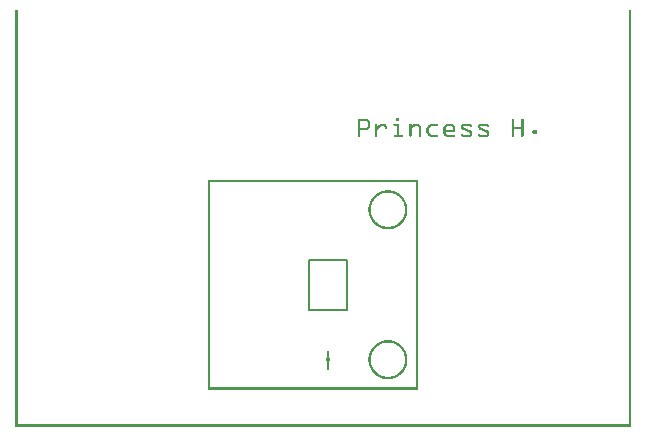
<source format=gto>
G04 MADE WITH FRITZING*
G04 WWW.FRITZING.ORG*
G04 DOUBLE SIDED*
G04 HOLES PLATED*
G04 CONTOUR ON CENTER OF CONTOUR VECTOR*
%ASAXBY*%
%FSLAX23Y23*%
%MOIN*%
%OFA0B0*%
%SFA1.0B1.0*%
%ADD10C,0.020075X0.0200748*%
%ADD11C,0.008000*%
%ADD12C,0.005000*%
%ADD13R,0.001000X0.001000*%
%LNSILK1*%
G90*
G70*
G54D10*
X971Y563D03*
G54D11*
X1042Y253D02*
X1042Y223D01*
D02*
X1042Y223D02*
X1042Y193D01*
G54D12*
D02*
X979Y555D02*
X979Y390D01*
D02*
X1105Y555D02*
X979Y555D01*
D02*
X1105Y390D02*
X1105Y555D01*
D02*
X979Y390D02*
X1105Y390D01*
G54D13*
X0Y1389D02*
X7Y1389D01*
X2044Y1389D02*
X2051Y1389D01*
X0Y1388D02*
X7Y1388D01*
X2044Y1388D02*
X2051Y1388D01*
X0Y1387D02*
X7Y1387D01*
X2044Y1387D02*
X2051Y1387D01*
X0Y1386D02*
X7Y1386D01*
X2044Y1386D02*
X2051Y1386D01*
X0Y1385D02*
X7Y1385D01*
X2044Y1385D02*
X2051Y1385D01*
X0Y1384D02*
X7Y1384D01*
X2044Y1384D02*
X2051Y1384D01*
X0Y1383D02*
X7Y1383D01*
X2044Y1383D02*
X2051Y1383D01*
X0Y1382D02*
X7Y1382D01*
X2044Y1382D02*
X2051Y1382D01*
X0Y1381D02*
X7Y1381D01*
X2044Y1381D02*
X2051Y1381D01*
X0Y1380D02*
X7Y1380D01*
X2044Y1380D02*
X2051Y1380D01*
X0Y1379D02*
X7Y1379D01*
X2044Y1379D02*
X2051Y1379D01*
X0Y1378D02*
X7Y1378D01*
X2044Y1378D02*
X2051Y1378D01*
X0Y1377D02*
X7Y1377D01*
X2044Y1377D02*
X2051Y1377D01*
X0Y1376D02*
X7Y1376D01*
X2044Y1376D02*
X2051Y1376D01*
X0Y1375D02*
X7Y1375D01*
X2044Y1375D02*
X2051Y1375D01*
X0Y1374D02*
X7Y1374D01*
X2044Y1374D02*
X2051Y1374D01*
X0Y1373D02*
X7Y1373D01*
X2044Y1373D02*
X2051Y1373D01*
X0Y1372D02*
X7Y1372D01*
X2044Y1372D02*
X2051Y1372D01*
X0Y1371D02*
X7Y1371D01*
X2044Y1371D02*
X2051Y1371D01*
X0Y1370D02*
X7Y1370D01*
X2044Y1370D02*
X2051Y1370D01*
X0Y1369D02*
X7Y1369D01*
X2044Y1369D02*
X2051Y1369D01*
X0Y1368D02*
X7Y1368D01*
X2044Y1368D02*
X2051Y1368D01*
X0Y1367D02*
X7Y1367D01*
X2044Y1367D02*
X2051Y1367D01*
X0Y1366D02*
X7Y1366D01*
X2044Y1366D02*
X2051Y1366D01*
X0Y1365D02*
X7Y1365D01*
X2044Y1365D02*
X2051Y1365D01*
X0Y1364D02*
X7Y1364D01*
X2044Y1364D02*
X2051Y1364D01*
X0Y1363D02*
X7Y1363D01*
X2044Y1363D02*
X2051Y1363D01*
X0Y1362D02*
X7Y1362D01*
X2044Y1362D02*
X2051Y1362D01*
X0Y1361D02*
X7Y1361D01*
X2044Y1361D02*
X2051Y1361D01*
X0Y1360D02*
X7Y1360D01*
X2044Y1360D02*
X2051Y1360D01*
X0Y1359D02*
X7Y1359D01*
X2044Y1359D02*
X2051Y1359D01*
X0Y1358D02*
X7Y1358D01*
X2044Y1358D02*
X2051Y1358D01*
X0Y1357D02*
X7Y1357D01*
X2044Y1357D02*
X2051Y1357D01*
X0Y1356D02*
X7Y1356D01*
X2044Y1356D02*
X2051Y1356D01*
X0Y1355D02*
X7Y1355D01*
X2044Y1355D02*
X2051Y1355D01*
X0Y1354D02*
X7Y1354D01*
X2044Y1354D02*
X2051Y1354D01*
X0Y1353D02*
X7Y1353D01*
X2044Y1353D02*
X2051Y1353D01*
X0Y1352D02*
X7Y1352D01*
X2044Y1352D02*
X2051Y1352D01*
X0Y1351D02*
X7Y1351D01*
X2044Y1351D02*
X2051Y1351D01*
X0Y1350D02*
X7Y1350D01*
X2044Y1350D02*
X2051Y1350D01*
X0Y1349D02*
X7Y1349D01*
X2044Y1349D02*
X2051Y1349D01*
X0Y1348D02*
X7Y1348D01*
X2044Y1348D02*
X2051Y1348D01*
X0Y1347D02*
X7Y1347D01*
X2044Y1347D02*
X2051Y1347D01*
X0Y1346D02*
X7Y1346D01*
X2044Y1346D02*
X2051Y1346D01*
X0Y1345D02*
X7Y1345D01*
X2044Y1345D02*
X2051Y1345D01*
X0Y1344D02*
X7Y1344D01*
X2044Y1344D02*
X2051Y1344D01*
X0Y1343D02*
X7Y1343D01*
X2044Y1343D02*
X2051Y1343D01*
X0Y1342D02*
X7Y1342D01*
X2044Y1342D02*
X2051Y1342D01*
X0Y1341D02*
X7Y1341D01*
X2044Y1341D02*
X2051Y1341D01*
X0Y1340D02*
X7Y1340D01*
X2044Y1340D02*
X2051Y1340D01*
X0Y1339D02*
X7Y1339D01*
X2044Y1339D02*
X2051Y1339D01*
X0Y1338D02*
X7Y1338D01*
X2044Y1338D02*
X2051Y1338D01*
X0Y1337D02*
X7Y1337D01*
X2044Y1337D02*
X2051Y1337D01*
X0Y1336D02*
X7Y1336D01*
X2044Y1336D02*
X2051Y1336D01*
X0Y1335D02*
X7Y1335D01*
X2044Y1335D02*
X2051Y1335D01*
X0Y1334D02*
X7Y1334D01*
X2044Y1334D02*
X2051Y1334D01*
X0Y1333D02*
X7Y1333D01*
X2044Y1333D02*
X2051Y1333D01*
X0Y1332D02*
X7Y1332D01*
X2044Y1332D02*
X2051Y1332D01*
X0Y1331D02*
X7Y1331D01*
X2044Y1331D02*
X2051Y1331D01*
X0Y1330D02*
X7Y1330D01*
X2044Y1330D02*
X2051Y1330D01*
X0Y1329D02*
X7Y1329D01*
X2044Y1329D02*
X2051Y1329D01*
X0Y1328D02*
X7Y1328D01*
X2044Y1328D02*
X2051Y1328D01*
X0Y1327D02*
X7Y1327D01*
X2044Y1327D02*
X2051Y1327D01*
X0Y1326D02*
X7Y1326D01*
X2044Y1326D02*
X2051Y1326D01*
X0Y1325D02*
X7Y1325D01*
X2044Y1325D02*
X2051Y1325D01*
X0Y1324D02*
X7Y1324D01*
X2044Y1324D02*
X2051Y1324D01*
X0Y1323D02*
X7Y1323D01*
X2044Y1323D02*
X2051Y1323D01*
X0Y1322D02*
X7Y1322D01*
X2044Y1322D02*
X2051Y1322D01*
X0Y1321D02*
X7Y1321D01*
X2044Y1321D02*
X2051Y1321D01*
X0Y1320D02*
X7Y1320D01*
X2044Y1320D02*
X2051Y1320D01*
X0Y1319D02*
X7Y1319D01*
X2044Y1319D02*
X2051Y1319D01*
X0Y1318D02*
X7Y1318D01*
X2044Y1318D02*
X2051Y1318D01*
X0Y1317D02*
X7Y1317D01*
X2044Y1317D02*
X2051Y1317D01*
X0Y1316D02*
X7Y1316D01*
X2044Y1316D02*
X2051Y1316D01*
X0Y1315D02*
X7Y1315D01*
X2044Y1315D02*
X2051Y1315D01*
X0Y1314D02*
X7Y1314D01*
X2044Y1314D02*
X2051Y1314D01*
X0Y1313D02*
X7Y1313D01*
X2044Y1313D02*
X2051Y1313D01*
X0Y1312D02*
X7Y1312D01*
X2044Y1312D02*
X2051Y1312D01*
X0Y1311D02*
X7Y1311D01*
X2044Y1311D02*
X2051Y1311D01*
X0Y1310D02*
X7Y1310D01*
X2044Y1310D02*
X2051Y1310D01*
X0Y1309D02*
X7Y1309D01*
X2044Y1309D02*
X2051Y1309D01*
X0Y1308D02*
X7Y1308D01*
X2044Y1308D02*
X2051Y1308D01*
X0Y1307D02*
X7Y1307D01*
X2044Y1307D02*
X2051Y1307D01*
X0Y1306D02*
X7Y1306D01*
X2044Y1306D02*
X2051Y1306D01*
X0Y1305D02*
X7Y1305D01*
X2044Y1305D02*
X2051Y1305D01*
X0Y1304D02*
X7Y1304D01*
X2044Y1304D02*
X2051Y1304D01*
X0Y1303D02*
X7Y1303D01*
X2044Y1303D02*
X2051Y1303D01*
X0Y1302D02*
X7Y1302D01*
X2044Y1302D02*
X2051Y1302D01*
X0Y1301D02*
X7Y1301D01*
X2044Y1301D02*
X2051Y1301D01*
X0Y1300D02*
X7Y1300D01*
X2044Y1300D02*
X2051Y1300D01*
X0Y1299D02*
X7Y1299D01*
X2044Y1299D02*
X2051Y1299D01*
X0Y1298D02*
X7Y1298D01*
X2044Y1298D02*
X2051Y1298D01*
X0Y1297D02*
X7Y1297D01*
X2044Y1297D02*
X2051Y1297D01*
X0Y1296D02*
X7Y1296D01*
X2044Y1296D02*
X2051Y1296D01*
X0Y1295D02*
X7Y1295D01*
X2044Y1295D02*
X2051Y1295D01*
X0Y1294D02*
X7Y1294D01*
X2044Y1294D02*
X2051Y1294D01*
X0Y1293D02*
X7Y1293D01*
X2044Y1293D02*
X2051Y1293D01*
X0Y1292D02*
X7Y1292D01*
X2044Y1292D02*
X2051Y1292D01*
X0Y1291D02*
X7Y1291D01*
X2044Y1291D02*
X2051Y1291D01*
X0Y1290D02*
X7Y1290D01*
X2044Y1290D02*
X2051Y1290D01*
X0Y1289D02*
X7Y1289D01*
X2044Y1289D02*
X2051Y1289D01*
X0Y1288D02*
X7Y1288D01*
X2044Y1288D02*
X2051Y1288D01*
X0Y1287D02*
X7Y1287D01*
X2044Y1287D02*
X2051Y1287D01*
X0Y1286D02*
X7Y1286D01*
X2044Y1286D02*
X2051Y1286D01*
X0Y1285D02*
X7Y1285D01*
X2044Y1285D02*
X2051Y1285D01*
X0Y1284D02*
X7Y1284D01*
X2044Y1284D02*
X2051Y1284D01*
X0Y1283D02*
X7Y1283D01*
X2044Y1283D02*
X2051Y1283D01*
X0Y1282D02*
X7Y1282D01*
X2044Y1282D02*
X2051Y1282D01*
X0Y1281D02*
X7Y1281D01*
X2044Y1281D02*
X2051Y1281D01*
X0Y1280D02*
X7Y1280D01*
X2044Y1280D02*
X2051Y1280D01*
X0Y1279D02*
X7Y1279D01*
X2044Y1279D02*
X2051Y1279D01*
X0Y1278D02*
X7Y1278D01*
X2044Y1278D02*
X2051Y1278D01*
X0Y1277D02*
X7Y1277D01*
X2044Y1277D02*
X2051Y1277D01*
X0Y1276D02*
X7Y1276D01*
X2044Y1276D02*
X2051Y1276D01*
X0Y1275D02*
X7Y1275D01*
X2044Y1275D02*
X2051Y1275D01*
X0Y1274D02*
X7Y1274D01*
X2044Y1274D02*
X2051Y1274D01*
X0Y1273D02*
X7Y1273D01*
X2044Y1273D02*
X2051Y1273D01*
X0Y1272D02*
X7Y1272D01*
X2044Y1272D02*
X2051Y1272D01*
X0Y1271D02*
X7Y1271D01*
X2044Y1271D02*
X2051Y1271D01*
X0Y1270D02*
X7Y1270D01*
X2044Y1270D02*
X2051Y1270D01*
X0Y1269D02*
X7Y1269D01*
X2044Y1269D02*
X2051Y1269D01*
X0Y1268D02*
X7Y1268D01*
X2044Y1268D02*
X2051Y1268D01*
X0Y1267D02*
X7Y1267D01*
X2044Y1267D02*
X2051Y1267D01*
X0Y1266D02*
X7Y1266D01*
X2044Y1266D02*
X2051Y1266D01*
X0Y1265D02*
X7Y1265D01*
X2044Y1265D02*
X2051Y1265D01*
X0Y1264D02*
X7Y1264D01*
X2044Y1264D02*
X2051Y1264D01*
X0Y1263D02*
X7Y1263D01*
X2044Y1263D02*
X2051Y1263D01*
X0Y1262D02*
X7Y1262D01*
X2044Y1262D02*
X2051Y1262D01*
X0Y1261D02*
X7Y1261D01*
X2044Y1261D02*
X2051Y1261D01*
X0Y1260D02*
X7Y1260D01*
X2044Y1260D02*
X2051Y1260D01*
X0Y1259D02*
X7Y1259D01*
X2044Y1259D02*
X2051Y1259D01*
X0Y1258D02*
X7Y1258D01*
X2044Y1258D02*
X2051Y1258D01*
X0Y1257D02*
X7Y1257D01*
X2044Y1257D02*
X2051Y1257D01*
X0Y1256D02*
X7Y1256D01*
X2044Y1256D02*
X2051Y1256D01*
X0Y1255D02*
X7Y1255D01*
X2044Y1255D02*
X2051Y1255D01*
X0Y1254D02*
X7Y1254D01*
X2044Y1254D02*
X2051Y1254D01*
X0Y1253D02*
X7Y1253D01*
X2044Y1253D02*
X2051Y1253D01*
X0Y1252D02*
X7Y1252D01*
X2044Y1252D02*
X2051Y1252D01*
X0Y1251D02*
X7Y1251D01*
X2044Y1251D02*
X2051Y1251D01*
X0Y1250D02*
X7Y1250D01*
X2044Y1250D02*
X2051Y1250D01*
X0Y1249D02*
X7Y1249D01*
X2044Y1249D02*
X2051Y1249D01*
X0Y1248D02*
X7Y1248D01*
X2044Y1248D02*
X2051Y1248D01*
X0Y1247D02*
X7Y1247D01*
X2044Y1247D02*
X2051Y1247D01*
X0Y1246D02*
X7Y1246D01*
X2044Y1246D02*
X2051Y1246D01*
X0Y1245D02*
X7Y1245D01*
X2044Y1245D02*
X2051Y1245D01*
X0Y1244D02*
X7Y1244D01*
X2044Y1244D02*
X2051Y1244D01*
X0Y1243D02*
X7Y1243D01*
X2044Y1243D02*
X2051Y1243D01*
X0Y1242D02*
X7Y1242D01*
X2044Y1242D02*
X2051Y1242D01*
X0Y1241D02*
X7Y1241D01*
X2044Y1241D02*
X2051Y1241D01*
X0Y1240D02*
X7Y1240D01*
X2044Y1240D02*
X2051Y1240D01*
X0Y1239D02*
X7Y1239D01*
X2044Y1239D02*
X2051Y1239D01*
X0Y1238D02*
X7Y1238D01*
X2044Y1238D02*
X2051Y1238D01*
X0Y1237D02*
X7Y1237D01*
X2044Y1237D02*
X2051Y1237D01*
X0Y1236D02*
X7Y1236D01*
X2044Y1236D02*
X2051Y1236D01*
X0Y1235D02*
X7Y1235D01*
X2044Y1235D02*
X2051Y1235D01*
X0Y1234D02*
X7Y1234D01*
X2044Y1234D02*
X2051Y1234D01*
X0Y1233D02*
X7Y1233D01*
X2044Y1233D02*
X2051Y1233D01*
X0Y1232D02*
X7Y1232D01*
X2044Y1232D02*
X2051Y1232D01*
X0Y1231D02*
X7Y1231D01*
X2044Y1231D02*
X2051Y1231D01*
X0Y1230D02*
X7Y1230D01*
X2044Y1230D02*
X2051Y1230D01*
X0Y1229D02*
X7Y1229D01*
X2044Y1229D02*
X2051Y1229D01*
X0Y1228D02*
X7Y1228D01*
X2044Y1228D02*
X2051Y1228D01*
X0Y1227D02*
X7Y1227D01*
X2044Y1227D02*
X2051Y1227D01*
X0Y1226D02*
X7Y1226D01*
X2044Y1226D02*
X2051Y1226D01*
X0Y1225D02*
X7Y1225D01*
X2044Y1225D02*
X2051Y1225D01*
X0Y1224D02*
X7Y1224D01*
X2044Y1224D02*
X2051Y1224D01*
X0Y1223D02*
X7Y1223D01*
X2044Y1223D02*
X2051Y1223D01*
X0Y1222D02*
X7Y1222D01*
X2044Y1222D02*
X2051Y1222D01*
X0Y1221D02*
X7Y1221D01*
X2044Y1221D02*
X2051Y1221D01*
X0Y1220D02*
X7Y1220D01*
X2044Y1220D02*
X2051Y1220D01*
X0Y1219D02*
X7Y1219D01*
X2044Y1219D02*
X2051Y1219D01*
X0Y1218D02*
X7Y1218D01*
X2044Y1218D02*
X2051Y1218D01*
X0Y1217D02*
X7Y1217D01*
X2044Y1217D02*
X2051Y1217D01*
X0Y1216D02*
X7Y1216D01*
X2044Y1216D02*
X2051Y1216D01*
X0Y1215D02*
X7Y1215D01*
X2044Y1215D02*
X2051Y1215D01*
X0Y1214D02*
X7Y1214D01*
X2044Y1214D02*
X2051Y1214D01*
X0Y1213D02*
X7Y1213D01*
X2044Y1213D02*
X2051Y1213D01*
X0Y1212D02*
X7Y1212D01*
X2044Y1212D02*
X2051Y1212D01*
X0Y1211D02*
X7Y1211D01*
X2044Y1211D02*
X2051Y1211D01*
X0Y1210D02*
X7Y1210D01*
X2044Y1210D02*
X2051Y1210D01*
X0Y1209D02*
X7Y1209D01*
X2044Y1209D02*
X2051Y1209D01*
X0Y1208D02*
X7Y1208D01*
X2044Y1208D02*
X2051Y1208D01*
X0Y1207D02*
X7Y1207D01*
X2044Y1207D02*
X2051Y1207D01*
X0Y1206D02*
X7Y1206D01*
X2044Y1206D02*
X2051Y1206D01*
X0Y1205D02*
X7Y1205D01*
X2044Y1205D02*
X2051Y1205D01*
X0Y1204D02*
X7Y1204D01*
X2044Y1204D02*
X2051Y1204D01*
X0Y1203D02*
X7Y1203D01*
X2044Y1203D02*
X2051Y1203D01*
X0Y1202D02*
X7Y1202D01*
X2044Y1202D02*
X2051Y1202D01*
X0Y1201D02*
X7Y1201D01*
X2044Y1201D02*
X2051Y1201D01*
X0Y1200D02*
X7Y1200D01*
X2044Y1200D02*
X2051Y1200D01*
X0Y1199D02*
X7Y1199D01*
X2044Y1199D02*
X2051Y1199D01*
X0Y1198D02*
X7Y1198D01*
X2044Y1198D02*
X2051Y1198D01*
X0Y1197D02*
X7Y1197D01*
X2044Y1197D02*
X2051Y1197D01*
X0Y1196D02*
X7Y1196D01*
X2044Y1196D02*
X2051Y1196D01*
X0Y1195D02*
X7Y1195D01*
X2044Y1195D02*
X2051Y1195D01*
X0Y1194D02*
X7Y1194D01*
X2044Y1194D02*
X2051Y1194D01*
X0Y1193D02*
X7Y1193D01*
X2044Y1193D02*
X2051Y1193D01*
X0Y1192D02*
X7Y1192D01*
X2044Y1192D02*
X2051Y1192D01*
X0Y1191D02*
X7Y1191D01*
X2044Y1191D02*
X2051Y1191D01*
X0Y1190D02*
X7Y1190D01*
X2044Y1190D02*
X2051Y1190D01*
X0Y1189D02*
X7Y1189D01*
X2044Y1189D02*
X2051Y1189D01*
X0Y1188D02*
X7Y1188D01*
X2044Y1188D02*
X2051Y1188D01*
X0Y1187D02*
X7Y1187D01*
X2044Y1187D02*
X2051Y1187D01*
X0Y1186D02*
X7Y1186D01*
X2044Y1186D02*
X2051Y1186D01*
X0Y1185D02*
X7Y1185D01*
X2044Y1185D02*
X2051Y1185D01*
X0Y1184D02*
X7Y1184D01*
X2044Y1184D02*
X2051Y1184D01*
X0Y1183D02*
X7Y1183D01*
X2044Y1183D02*
X2051Y1183D01*
X0Y1182D02*
X7Y1182D01*
X2044Y1182D02*
X2051Y1182D01*
X0Y1181D02*
X7Y1181D01*
X2044Y1181D02*
X2051Y1181D01*
X0Y1180D02*
X7Y1180D01*
X2044Y1180D02*
X2051Y1180D01*
X0Y1179D02*
X7Y1179D01*
X2044Y1179D02*
X2051Y1179D01*
X0Y1178D02*
X7Y1178D01*
X2044Y1178D02*
X2051Y1178D01*
X0Y1177D02*
X7Y1177D01*
X2044Y1177D02*
X2051Y1177D01*
X0Y1176D02*
X7Y1176D01*
X2044Y1176D02*
X2051Y1176D01*
X0Y1175D02*
X7Y1175D01*
X2044Y1175D02*
X2051Y1175D01*
X0Y1174D02*
X7Y1174D01*
X2044Y1174D02*
X2051Y1174D01*
X0Y1173D02*
X7Y1173D01*
X2044Y1173D02*
X2051Y1173D01*
X0Y1172D02*
X7Y1172D01*
X2044Y1172D02*
X2051Y1172D01*
X0Y1171D02*
X7Y1171D01*
X2044Y1171D02*
X2051Y1171D01*
X0Y1170D02*
X7Y1170D01*
X2044Y1170D02*
X2051Y1170D01*
X0Y1169D02*
X7Y1169D01*
X2044Y1169D02*
X2051Y1169D01*
X0Y1168D02*
X7Y1168D01*
X2044Y1168D02*
X2051Y1168D01*
X0Y1167D02*
X7Y1167D01*
X2044Y1167D02*
X2051Y1167D01*
X0Y1166D02*
X7Y1166D01*
X2044Y1166D02*
X2051Y1166D01*
X0Y1165D02*
X7Y1165D01*
X2044Y1165D02*
X2051Y1165D01*
X0Y1164D02*
X7Y1164D01*
X2044Y1164D02*
X2051Y1164D01*
X0Y1163D02*
X7Y1163D01*
X2044Y1163D02*
X2051Y1163D01*
X0Y1162D02*
X7Y1162D01*
X2044Y1162D02*
X2051Y1162D01*
X0Y1161D02*
X7Y1161D01*
X2044Y1161D02*
X2051Y1161D01*
X0Y1160D02*
X7Y1160D01*
X2044Y1160D02*
X2051Y1160D01*
X0Y1159D02*
X7Y1159D01*
X2044Y1159D02*
X2051Y1159D01*
X0Y1158D02*
X7Y1158D01*
X2044Y1158D02*
X2051Y1158D01*
X0Y1157D02*
X7Y1157D01*
X2044Y1157D02*
X2051Y1157D01*
X0Y1156D02*
X7Y1156D01*
X2044Y1156D02*
X2051Y1156D01*
X0Y1155D02*
X7Y1155D01*
X2044Y1155D02*
X2051Y1155D01*
X0Y1154D02*
X7Y1154D01*
X2044Y1154D02*
X2051Y1154D01*
X0Y1153D02*
X7Y1153D01*
X2044Y1153D02*
X2051Y1153D01*
X0Y1152D02*
X7Y1152D01*
X2044Y1152D02*
X2051Y1152D01*
X0Y1151D02*
X7Y1151D01*
X2044Y1151D02*
X2051Y1151D01*
X0Y1150D02*
X7Y1150D01*
X2044Y1150D02*
X2051Y1150D01*
X0Y1149D02*
X7Y1149D01*
X2044Y1149D02*
X2051Y1149D01*
X0Y1148D02*
X7Y1148D01*
X2044Y1148D02*
X2051Y1148D01*
X0Y1147D02*
X7Y1147D01*
X2044Y1147D02*
X2051Y1147D01*
X0Y1146D02*
X7Y1146D01*
X2044Y1146D02*
X2051Y1146D01*
X0Y1145D02*
X7Y1145D01*
X2044Y1145D02*
X2051Y1145D01*
X0Y1144D02*
X7Y1144D01*
X2044Y1144D02*
X2051Y1144D01*
X0Y1143D02*
X7Y1143D01*
X2044Y1143D02*
X2051Y1143D01*
X0Y1142D02*
X7Y1142D01*
X2044Y1142D02*
X2051Y1142D01*
X0Y1141D02*
X7Y1141D01*
X2044Y1141D02*
X2051Y1141D01*
X0Y1140D02*
X7Y1140D01*
X2044Y1140D02*
X2051Y1140D01*
X0Y1139D02*
X7Y1139D01*
X2044Y1139D02*
X2051Y1139D01*
X0Y1138D02*
X7Y1138D01*
X2044Y1138D02*
X2051Y1138D01*
X0Y1137D02*
X7Y1137D01*
X2044Y1137D02*
X2051Y1137D01*
X0Y1136D02*
X7Y1136D01*
X2044Y1136D02*
X2051Y1136D01*
X0Y1135D02*
X7Y1135D01*
X2044Y1135D02*
X2051Y1135D01*
X0Y1134D02*
X7Y1134D01*
X2044Y1134D02*
X2051Y1134D01*
X0Y1133D02*
X7Y1133D01*
X2044Y1133D02*
X2051Y1133D01*
X0Y1132D02*
X7Y1132D01*
X2044Y1132D02*
X2051Y1132D01*
X0Y1131D02*
X7Y1131D01*
X2044Y1131D02*
X2051Y1131D01*
X0Y1130D02*
X7Y1130D01*
X2044Y1130D02*
X2051Y1130D01*
X0Y1129D02*
X7Y1129D01*
X2044Y1129D02*
X2051Y1129D01*
X0Y1128D02*
X7Y1128D01*
X2044Y1128D02*
X2051Y1128D01*
X0Y1127D02*
X7Y1127D01*
X2044Y1127D02*
X2051Y1127D01*
X0Y1126D02*
X7Y1126D01*
X2044Y1126D02*
X2051Y1126D01*
X0Y1125D02*
X7Y1125D01*
X2044Y1125D02*
X2051Y1125D01*
X0Y1124D02*
X7Y1124D01*
X2044Y1124D02*
X2051Y1124D01*
X0Y1123D02*
X7Y1123D01*
X2044Y1123D02*
X2051Y1123D01*
X0Y1122D02*
X7Y1122D01*
X2044Y1122D02*
X2051Y1122D01*
X0Y1121D02*
X7Y1121D01*
X2044Y1121D02*
X2051Y1121D01*
X0Y1120D02*
X7Y1120D01*
X2044Y1120D02*
X2051Y1120D01*
X0Y1119D02*
X7Y1119D01*
X2044Y1119D02*
X2051Y1119D01*
X0Y1118D02*
X7Y1118D01*
X2044Y1118D02*
X2051Y1118D01*
X0Y1117D02*
X7Y1117D01*
X2044Y1117D02*
X2051Y1117D01*
X0Y1116D02*
X7Y1116D01*
X2044Y1116D02*
X2051Y1116D01*
X0Y1115D02*
X7Y1115D01*
X2044Y1115D02*
X2051Y1115D01*
X0Y1114D02*
X7Y1114D01*
X2044Y1114D02*
X2051Y1114D01*
X0Y1113D02*
X7Y1113D01*
X2044Y1113D02*
X2051Y1113D01*
X0Y1112D02*
X7Y1112D01*
X2044Y1112D02*
X2051Y1112D01*
X0Y1111D02*
X7Y1111D01*
X2044Y1111D02*
X2051Y1111D01*
X0Y1110D02*
X7Y1110D01*
X2044Y1110D02*
X2051Y1110D01*
X0Y1109D02*
X7Y1109D01*
X2044Y1109D02*
X2051Y1109D01*
X0Y1108D02*
X7Y1108D01*
X2044Y1108D02*
X2051Y1108D01*
X0Y1107D02*
X7Y1107D01*
X2044Y1107D02*
X2051Y1107D01*
X0Y1106D02*
X7Y1106D01*
X2044Y1106D02*
X2051Y1106D01*
X0Y1105D02*
X7Y1105D01*
X2044Y1105D02*
X2051Y1105D01*
X0Y1104D02*
X7Y1104D01*
X2044Y1104D02*
X2051Y1104D01*
X0Y1103D02*
X7Y1103D01*
X2044Y1103D02*
X2051Y1103D01*
X0Y1102D02*
X7Y1102D01*
X2044Y1102D02*
X2051Y1102D01*
X0Y1101D02*
X7Y1101D01*
X2044Y1101D02*
X2051Y1101D01*
X0Y1100D02*
X7Y1100D01*
X2044Y1100D02*
X2051Y1100D01*
X0Y1099D02*
X7Y1099D01*
X2044Y1099D02*
X2051Y1099D01*
X0Y1098D02*
X7Y1098D01*
X2044Y1098D02*
X2051Y1098D01*
X0Y1097D02*
X7Y1097D01*
X2044Y1097D02*
X2051Y1097D01*
X0Y1096D02*
X7Y1096D01*
X2044Y1096D02*
X2051Y1096D01*
X0Y1095D02*
X7Y1095D01*
X2044Y1095D02*
X2051Y1095D01*
X0Y1094D02*
X7Y1094D01*
X2044Y1094D02*
X2051Y1094D01*
X0Y1093D02*
X7Y1093D01*
X2044Y1093D02*
X2051Y1093D01*
X0Y1092D02*
X7Y1092D01*
X2044Y1092D02*
X2051Y1092D01*
X0Y1091D02*
X7Y1091D01*
X2044Y1091D02*
X2051Y1091D01*
X0Y1090D02*
X7Y1090D01*
X2044Y1090D02*
X2051Y1090D01*
X0Y1089D02*
X7Y1089D01*
X2044Y1089D02*
X2051Y1089D01*
X0Y1088D02*
X7Y1088D01*
X2044Y1088D02*
X2051Y1088D01*
X0Y1087D02*
X7Y1087D01*
X2044Y1087D02*
X2051Y1087D01*
X0Y1086D02*
X7Y1086D01*
X2044Y1086D02*
X2051Y1086D01*
X0Y1085D02*
X7Y1085D01*
X2044Y1085D02*
X2051Y1085D01*
X0Y1084D02*
X7Y1084D01*
X2044Y1084D02*
X2051Y1084D01*
X0Y1083D02*
X7Y1083D01*
X2044Y1083D02*
X2051Y1083D01*
X0Y1082D02*
X7Y1082D01*
X2044Y1082D02*
X2051Y1082D01*
X0Y1081D02*
X7Y1081D01*
X2044Y1081D02*
X2051Y1081D01*
X0Y1080D02*
X7Y1080D01*
X2044Y1080D02*
X2051Y1080D01*
X0Y1079D02*
X7Y1079D01*
X2044Y1079D02*
X2051Y1079D01*
X0Y1078D02*
X7Y1078D01*
X2044Y1078D02*
X2051Y1078D01*
X0Y1077D02*
X7Y1077D01*
X2044Y1077D02*
X2051Y1077D01*
X0Y1076D02*
X7Y1076D01*
X2044Y1076D02*
X2051Y1076D01*
X0Y1075D02*
X7Y1075D01*
X2044Y1075D02*
X2051Y1075D01*
X0Y1074D02*
X7Y1074D01*
X2044Y1074D02*
X2051Y1074D01*
X0Y1073D02*
X7Y1073D01*
X2044Y1073D02*
X2051Y1073D01*
X0Y1072D02*
X7Y1072D01*
X2044Y1072D02*
X2051Y1072D01*
X0Y1071D02*
X7Y1071D01*
X2044Y1071D02*
X2051Y1071D01*
X0Y1070D02*
X7Y1070D01*
X2044Y1070D02*
X2051Y1070D01*
X0Y1069D02*
X7Y1069D01*
X2044Y1069D02*
X2051Y1069D01*
X0Y1068D02*
X7Y1068D01*
X2044Y1068D02*
X2051Y1068D01*
X0Y1067D02*
X7Y1067D01*
X2044Y1067D02*
X2051Y1067D01*
X0Y1066D02*
X7Y1066D01*
X2044Y1066D02*
X2051Y1066D01*
X0Y1065D02*
X7Y1065D01*
X2044Y1065D02*
X2051Y1065D01*
X0Y1064D02*
X7Y1064D01*
X2044Y1064D02*
X2051Y1064D01*
X0Y1063D02*
X7Y1063D01*
X2044Y1063D02*
X2051Y1063D01*
X0Y1062D02*
X7Y1062D01*
X2044Y1062D02*
X2051Y1062D01*
X0Y1061D02*
X7Y1061D01*
X2044Y1061D02*
X2051Y1061D01*
X0Y1060D02*
X7Y1060D01*
X2044Y1060D02*
X2051Y1060D01*
X0Y1059D02*
X7Y1059D01*
X2044Y1059D02*
X2051Y1059D01*
X0Y1058D02*
X7Y1058D01*
X2044Y1058D02*
X2051Y1058D01*
X0Y1057D02*
X7Y1057D01*
X2044Y1057D02*
X2051Y1057D01*
X0Y1056D02*
X7Y1056D01*
X2044Y1056D02*
X2051Y1056D01*
X0Y1055D02*
X7Y1055D01*
X2044Y1055D02*
X2051Y1055D01*
X0Y1054D02*
X7Y1054D01*
X2044Y1054D02*
X2051Y1054D01*
X0Y1053D02*
X7Y1053D01*
X2044Y1053D02*
X2051Y1053D01*
X0Y1052D02*
X7Y1052D01*
X2044Y1052D02*
X2051Y1052D01*
X0Y1051D02*
X7Y1051D01*
X2044Y1051D02*
X2051Y1051D01*
X0Y1050D02*
X7Y1050D01*
X2044Y1050D02*
X2051Y1050D01*
X0Y1049D02*
X7Y1049D01*
X2044Y1049D02*
X2051Y1049D01*
X0Y1048D02*
X7Y1048D01*
X2044Y1048D02*
X2051Y1048D01*
X0Y1047D02*
X7Y1047D01*
X2044Y1047D02*
X2051Y1047D01*
X0Y1046D02*
X7Y1046D01*
X2044Y1046D02*
X2051Y1046D01*
X0Y1045D02*
X7Y1045D01*
X2044Y1045D02*
X2051Y1045D01*
X0Y1044D02*
X7Y1044D01*
X2044Y1044D02*
X2051Y1044D01*
X0Y1043D02*
X7Y1043D01*
X2044Y1043D02*
X2051Y1043D01*
X0Y1042D02*
X7Y1042D01*
X2044Y1042D02*
X2051Y1042D01*
X0Y1041D02*
X7Y1041D01*
X2044Y1041D02*
X2051Y1041D01*
X0Y1040D02*
X7Y1040D01*
X2044Y1040D02*
X2051Y1040D01*
X0Y1039D02*
X7Y1039D01*
X2044Y1039D02*
X2051Y1039D01*
X0Y1038D02*
X7Y1038D01*
X2044Y1038D02*
X2051Y1038D01*
X0Y1037D02*
X7Y1037D01*
X2044Y1037D02*
X2051Y1037D01*
X0Y1036D02*
X7Y1036D01*
X2044Y1036D02*
X2051Y1036D01*
X0Y1035D02*
X7Y1035D01*
X2044Y1035D02*
X2051Y1035D01*
X0Y1034D02*
X7Y1034D01*
X2044Y1034D02*
X2051Y1034D01*
X0Y1033D02*
X7Y1033D01*
X2044Y1033D02*
X2051Y1033D01*
X0Y1032D02*
X7Y1032D01*
X2044Y1032D02*
X2051Y1032D01*
X0Y1031D02*
X7Y1031D01*
X2044Y1031D02*
X2051Y1031D01*
X0Y1030D02*
X7Y1030D01*
X1272Y1030D02*
X1275Y1030D01*
X2044Y1030D02*
X2051Y1030D01*
X0Y1029D02*
X7Y1029D01*
X1269Y1029D02*
X1277Y1029D01*
X2044Y1029D02*
X2051Y1029D01*
X0Y1028D02*
X7Y1028D01*
X1269Y1028D02*
X1278Y1028D01*
X2044Y1028D02*
X2051Y1028D01*
X0Y1027D02*
X7Y1027D01*
X1268Y1027D02*
X1279Y1027D01*
X2044Y1027D02*
X2051Y1027D01*
X0Y1026D02*
X7Y1026D01*
X1142Y1026D02*
X1173Y1026D01*
X1268Y1026D02*
X1279Y1026D01*
X1657Y1026D02*
X1660Y1026D01*
X1688Y1026D02*
X1691Y1026D01*
X2044Y1026D02*
X2051Y1026D01*
X0Y1025D02*
X7Y1025D01*
X1142Y1025D02*
X1175Y1025D01*
X1268Y1025D02*
X1279Y1025D01*
X1656Y1025D02*
X1661Y1025D01*
X1687Y1025D02*
X1692Y1025D01*
X2044Y1025D02*
X2051Y1025D01*
X0Y1024D02*
X7Y1024D01*
X1142Y1024D02*
X1176Y1024D01*
X1268Y1024D02*
X1279Y1024D01*
X1655Y1024D02*
X1661Y1024D01*
X1686Y1024D02*
X1693Y1024D01*
X2044Y1024D02*
X2051Y1024D01*
X0Y1023D02*
X7Y1023D01*
X1142Y1023D02*
X1177Y1023D01*
X1268Y1023D02*
X1279Y1023D01*
X1655Y1023D02*
X1662Y1023D01*
X1686Y1023D02*
X1693Y1023D01*
X2044Y1023D02*
X2051Y1023D01*
X0Y1022D02*
X7Y1022D01*
X1142Y1022D02*
X1178Y1022D01*
X1268Y1022D02*
X1279Y1022D01*
X1655Y1022D02*
X1662Y1022D01*
X1686Y1022D02*
X1693Y1022D01*
X2044Y1022D02*
X2051Y1022D01*
X0Y1021D02*
X7Y1021D01*
X1142Y1021D02*
X1179Y1021D01*
X1268Y1021D02*
X1278Y1021D01*
X1655Y1021D02*
X1662Y1021D01*
X1686Y1021D02*
X1693Y1021D01*
X2044Y1021D02*
X2051Y1021D01*
X0Y1020D02*
X7Y1020D01*
X1142Y1020D02*
X1180Y1020D01*
X1269Y1020D02*
X1278Y1020D01*
X1655Y1020D02*
X1662Y1020D01*
X1686Y1020D02*
X1693Y1020D01*
X2044Y1020D02*
X2051Y1020D01*
X0Y1019D02*
X7Y1019D01*
X1142Y1019D02*
X1180Y1019D01*
X1271Y1019D02*
X1276Y1019D01*
X1655Y1019D02*
X1662Y1019D01*
X1686Y1019D02*
X1693Y1019D01*
X2044Y1019D02*
X2051Y1019D01*
X0Y1018D02*
X7Y1018D01*
X1142Y1018D02*
X1149Y1018D01*
X1172Y1018D02*
X1180Y1018D01*
X1655Y1018D02*
X1662Y1018D01*
X1686Y1018D02*
X1693Y1018D01*
X2044Y1018D02*
X2051Y1018D01*
X0Y1017D02*
X7Y1017D01*
X1142Y1017D02*
X1149Y1017D01*
X1173Y1017D02*
X1181Y1017D01*
X1655Y1017D02*
X1662Y1017D01*
X1686Y1017D02*
X1693Y1017D01*
X2044Y1017D02*
X2051Y1017D01*
X0Y1016D02*
X7Y1016D01*
X1142Y1016D02*
X1149Y1016D01*
X1173Y1016D02*
X1181Y1016D01*
X1655Y1016D02*
X1662Y1016D01*
X1686Y1016D02*
X1693Y1016D01*
X2044Y1016D02*
X2051Y1016D01*
X0Y1015D02*
X7Y1015D01*
X1142Y1015D02*
X1149Y1015D01*
X1174Y1015D02*
X1181Y1015D01*
X1655Y1015D02*
X1662Y1015D01*
X1686Y1015D02*
X1693Y1015D01*
X2044Y1015D02*
X2051Y1015D01*
X0Y1014D02*
X7Y1014D01*
X1142Y1014D02*
X1149Y1014D01*
X1174Y1014D02*
X1181Y1014D01*
X1655Y1014D02*
X1662Y1014D01*
X1686Y1014D02*
X1693Y1014D01*
X2044Y1014D02*
X2051Y1014D01*
X0Y1013D02*
X7Y1013D01*
X1142Y1013D02*
X1149Y1013D01*
X1174Y1013D02*
X1181Y1013D01*
X1655Y1013D02*
X1662Y1013D01*
X1686Y1013D02*
X1693Y1013D01*
X2044Y1013D02*
X2051Y1013D01*
X0Y1012D02*
X7Y1012D01*
X1142Y1012D02*
X1149Y1012D01*
X1174Y1012D02*
X1181Y1012D01*
X1655Y1012D02*
X1662Y1012D01*
X1686Y1012D02*
X1693Y1012D01*
X2044Y1012D02*
X2051Y1012D01*
X0Y1011D02*
X7Y1011D01*
X1142Y1011D02*
X1149Y1011D01*
X1174Y1011D02*
X1181Y1011D01*
X1655Y1011D02*
X1662Y1011D01*
X1686Y1011D02*
X1693Y1011D01*
X2044Y1011D02*
X2051Y1011D01*
X0Y1010D02*
X7Y1010D01*
X1142Y1010D02*
X1149Y1010D01*
X1174Y1010D02*
X1181Y1010D01*
X1655Y1010D02*
X1662Y1010D01*
X1686Y1010D02*
X1693Y1010D01*
X2044Y1010D02*
X2051Y1010D01*
X0Y1009D02*
X7Y1009D01*
X1142Y1009D02*
X1149Y1009D01*
X1174Y1009D02*
X1181Y1009D01*
X1201Y1009D02*
X1205Y1009D01*
X1216Y1009D02*
X1230Y1009D01*
X1262Y1009D02*
X1277Y1009D01*
X1315Y1009D02*
X1319Y1009D01*
X1331Y1009D02*
X1343Y1009D01*
X1384Y1009D02*
X1407Y1009D01*
X1437Y1009D02*
X1455Y1009D01*
X1491Y1009D02*
X1516Y1009D01*
X1548Y1009D02*
X1572Y1009D01*
X1655Y1009D02*
X1662Y1009D01*
X1686Y1009D02*
X1693Y1009D01*
X2044Y1009D02*
X2051Y1009D01*
X0Y1008D02*
X7Y1008D01*
X1142Y1008D02*
X1149Y1008D01*
X1174Y1008D02*
X1181Y1008D01*
X1200Y1008D02*
X1206Y1008D01*
X1215Y1008D02*
X1232Y1008D01*
X1261Y1008D02*
X1278Y1008D01*
X1314Y1008D02*
X1319Y1008D01*
X1329Y1008D02*
X1345Y1008D01*
X1382Y1008D02*
X1408Y1008D01*
X1435Y1008D02*
X1457Y1008D01*
X1489Y1008D02*
X1517Y1008D01*
X1546Y1008D02*
X1574Y1008D01*
X1655Y1008D02*
X1662Y1008D01*
X1686Y1008D02*
X1693Y1008D01*
X2044Y1008D02*
X2051Y1008D01*
X0Y1007D02*
X7Y1007D01*
X1142Y1007D02*
X1149Y1007D01*
X1174Y1007D02*
X1181Y1007D01*
X1200Y1007D02*
X1206Y1007D01*
X1214Y1007D02*
X1233Y1007D01*
X1260Y1007D02*
X1279Y1007D01*
X1313Y1007D02*
X1320Y1007D01*
X1327Y1007D02*
X1346Y1007D01*
X1381Y1007D02*
X1408Y1007D01*
X1434Y1007D02*
X1458Y1007D01*
X1488Y1007D02*
X1519Y1007D01*
X1545Y1007D02*
X1576Y1007D01*
X1655Y1007D02*
X1662Y1007D01*
X1686Y1007D02*
X1693Y1007D01*
X2044Y1007D02*
X2051Y1007D01*
X0Y1006D02*
X7Y1006D01*
X1142Y1006D02*
X1149Y1006D01*
X1174Y1006D02*
X1181Y1006D01*
X1199Y1006D02*
X1206Y1006D01*
X1213Y1006D02*
X1235Y1006D01*
X1260Y1006D02*
X1279Y1006D01*
X1313Y1006D02*
X1320Y1006D01*
X1326Y1006D02*
X1347Y1006D01*
X1379Y1006D02*
X1408Y1006D01*
X1433Y1006D02*
X1460Y1006D01*
X1487Y1006D02*
X1520Y1006D01*
X1544Y1006D02*
X1577Y1006D01*
X1655Y1006D02*
X1662Y1006D01*
X1686Y1006D02*
X1693Y1006D01*
X2044Y1006D02*
X2051Y1006D01*
X0Y1005D02*
X7Y1005D01*
X1142Y1005D02*
X1149Y1005D01*
X1174Y1005D02*
X1181Y1005D01*
X1199Y1005D02*
X1206Y1005D01*
X1212Y1005D02*
X1235Y1005D01*
X1260Y1005D02*
X1279Y1005D01*
X1313Y1005D02*
X1320Y1005D01*
X1324Y1005D02*
X1348Y1005D01*
X1378Y1005D02*
X1408Y1005D01*
X1432Y1005D02*
X1461Y1005D01*
X1486Y1005D02*
X1521Y1005D01*
X1543Y1005D02*
X1578Y1005D01*
X1655Y1005D02*
X1662Y1005D01*
X1686Y1005D02*
X1693Y1005D01*
X2044Y1005D02*
X2051Y1005D01*
X0Y1004D02*
X7Y1004D01*
X1142Y1004D02*
X1149Y1004D01*
X1174Y1004D02*
X1181Y1004D01*
X1199Y1004D02*
X1206Y1004D01*
X1210Y1004D02*
X1236Y1004D01*
X1261Y1004D02*
X1279Y1004D01*
X1313Y1004D02*
X1320Y1004D01*
X1322Y1004D02*
X1349Y1004D01*
X1377Y1004D02*
X1408Y1004D01*
X1431Y1004D02*
X1462Y1004D01*
X1486Y1004D02*
X1521Y1004D01*
X1543Y1004D02*
X1578Y1004D01*
X1655Y1004D02*
X1662Y1004D01*
X1686Y1004D02*
X1693Y1004D01*
X2044Y1004D02*
X2051Y1004D01*
X0Y1003D02*
X7Y1003D01*
X1142Y1003D02*
X1149Y1003D01*
X1174Y1003D02*
X1181Y1003D01*
X1199Y1003D02*
X1206Y1003D01*
X1209Y1003D02*
X1237Y1003D01*
X1262Y1003D02*
X1279Y1003D01*
X1313Y1003D02*
X1349Y1003D01*
X1376Y1003D02*
X1407Y1003D01*
X1430Y1003D02*
X1463Y1003D01*
X1485Y1003D02*
X1521Y1003D01*
X1542Y1003D02*
X1578Y1003D01*
X1655Y1003D02*
X1662Y1003D01*
X1686Y1003D02*
X1693Y1003D01*
X2044Y1003D02*
X2051Y1003D01*
X0Y1002D02*
X7Y1002D01*
X1142Y1002D02*
X1149Y1002D01*
X1174Y1002D02*
X1181Y1002D01*
X1199Y1002D02*
X1206Y1002D01*
X1208Y1002D02*
X1237Y1002D01*
X1264Y1002D02*
X1279Y1002D01*
X1313Y1002D02*
X1350Y1002D01*
X1375Y1002D02*
X1405Y1002D01*
X1429Y1002D02*
X1463Y1002D01*
X1485Y1002D02*
X1521Y1002D01*
X1542Y1002D02*
X1578Y1002D01*
X1655Y1002D02*
X1662Y1002D01*
X1686Y1002D02*
X1693Y1002D01*
X2044Y1002D02*
X2051Y1002D01*
X0Y1001D02*
X7Y1001D01*
X1142Y1001D02*
X1149Y1001D01*
X1174Y1001D02*
X1181Y1001D01*
X1199Y1001D02*
X1218Y1001D01*
X1229Y1001D02*
X1237Y1001D01*
X1272Y1001D02*
X1279Y1001D01*
X1313Y1001D02*
X1332Y1001D01*
X1342Y1001D02*
X1350Y1001D01*
X1374Y1001D02*
X1385Y1001D01*
X1428Y1001D02*
X1438Y1001D01*
X1454Y1001D02*
X1464Y1001D01*
X1485Y1001D02*
X1492Y1001D01*
X1514Y1001D02*
X1521Y1001D01*
X1542Y1001D02*
X1549Y1001D01*
X1571Y1001D02*
X1578Y1001D01*
X1655Y1001D02*
X1662Y1001D01*
X1686Y1001D02*
X1693Y1001D01*
X2044Y1001D02*
X2051Y1001D01*
X0Y1000D02*
X7Y1000D01*
X1142Y1000D02*
X1149Y1000D01*
X1174Y1000D02*
X1181Y1000D01*
X1199Y1000D02*
X1217Y1000D01*
X1230Y1000D02*
X1238Y1000D01*
X1272Y1000D02*
X1279Y1000D01*
X1313Y1000D02*
X1330Y1000D01*
X1343Y1000D02*
X1350Y1000D01*
X1373Y1000D02*
X1384Y1000D01*
X1428Y1000D02*
X1437Y1000D01*
X1456Y1000D02*
X1465Y1000D01*
X1485Y1000D02*
X1492Y1000D01*
X1516Y1000D02*
X1520Y1000D01*
X1542Y1000D02*
X1549Y1000D01*
X1573Y1000D02*
X1577Y1000D01*
X1655Y1000D02*
X1662Y1000D01*
X1686Y1000D02*
X1693Y1000D01*
X2044Y1000D02*
X2051Y1000D01*
X0Y999D02*
X7Y999D01*
X1142Y999D02*
X1149Y999D01*
X1173Y999D02*
X1181Y999D01*
X1199Y999D02*
X1216Y999D01*
X1231Y999D02*
X1238Y999D01*
X1272Y999D02*
X1279Y999D01*
X1313Y999D02*
X1328Y999D01*
X1343Y999D02*
X1350Y999D01*
X1372Y999D02*
X1383Y999D01*
X1428Y999D02*
X1436Y999D01*
X1457Y999D02*
X1465Y999D01*
X1485Y999D02*
X1492Y999D01*
X1517Y999D02*
X1519Y999D01*
X1542Y999D02*
X1549Y999D01*
X1574Y999D02*
X1576Y999D01*
X1655Y999D02*
X1693Y999D01*
X2044Y999D02*
X2051Y999D01*
X0Y998D02*
X7Y998D01*
X1142Y998D02*
X1149Y998D01*
X1173Y998D02*
X1180Y998D01*
X1199Y998D02*
X1215Y998D01*
X1231Y998D02*
X1238Y998D01*
X1272Y998D02*
X1279Y998D01*
X1313Y998D02*
X1327Y998D01*
X1344Y998D02*
X1351Y998D01*
X1372Y998D02*
X1382Y998D01*
X1427Y998D02*
X1435Y998D01*
X1458Y998D02*
X1465Y998D01*
X1485Y998D02*
X1493Y998D01*
X1542Y998D02*
X1550Y998D01*
X1655Y998D02*
X1693Y998D01*
X2044Y998D02*
X2051Y998D01*
X0Y997D02*
X7Y997D01*
X1142Y997D02*
X1149Y997D01*
X1172Y997D02*
X1180Y997D01*
X1199Y997D02*
X1214Y997D01*
X1231Y997D02*
X1238Y997D01*
X1272Y997D02*
X1279Y997D01*
X1313Y997D02*
X1325Y997D01*
X1344Y997D02*
X1351Y997D01*
X1371Y997D02*
X1381Y997D01*
X1427Y997D02*
X1434Y997D01*
X1458Y997D02*
X1465Y997D01*
X1485Y997D02*
X1495Y997D01*
X1542Y997D02*
X1552Y997D01*
X1655Y997D02*
X1693Y997D01*
X2044Y997D02*
X2051Y997D01*
X0Y996D02*
X7Y996D01*
X1142Y996D02*
X1180Y996D01*
X1199Y996D02*
X1213Y996D01*
X1231Y996D02*
X1238Y996D01*
X1272Y996D02*
X1279Y996D01*
X1313Y996D02*
X1324Y996D01*
X1344Y996D02*
X1351Y996D01*
X1371Y996D02*
X1379Y996D01*
X1427Y996D02*
X1434Y996D01*
X1458Y996D02*
X1465Y996D01*
X1486Y996D02*
X1497Y996D01*
X1543Y996D02*
X1554Y996D01*
X1655Y996D02*
X1693Y996D01*
X2044Y996D02*
X2051Y996D01*
X0Y995D02*
X7Y995D01*
X1142Y995D02*
X1179Y995D01*
X1199Y995D02*
X1211Y995D01*
X1231Y995D02*
X1238Y995D01*
X1272Y995D02*
X1279Y995D01*
X1313Y995D02*
X1322Y995D01*
X1344Y995D02*
X1351Y995D01*
X1370Y995D02*
X1378Y995D01*
X1427Y995D02*
X1434Y995D01*
X1458Y995D02*
X1465Y995D01*
X1486Y995D02*
X1500Y995D01*
X1543Y995D02*
X1556Y995D01*
X1655Y995D02*
X1693Y995D01*
X2044Y995D02*
X2051Y995D01*
X0Y994D02*
X7Y994D01*
X1142Y994D02*
X1179Y994D01*
X1199Y994D02*
X1210Y994D01*
X1231Y994D02*
X1237Y994D01*
X1272Y994D02*
X1279Y994D01*
X1313Y994D02*
X1321Y994D01*
X1344Y994D02*
X1351Y994D01*
X1370Y994D02*
X1378Y994D01*
X1427Y994D02*
X1434Y994D01*
X1458Y994D02*
X1465Y994D01*
X1487Y994D02*
X1502Y994D01*
X1544Y994D02*
X1559Y994D01*
X1655Y994D02*
X1693Y994D01*
X2044Y994D02*
X2051Y994D01*
X0Y993D02*
X7Y993D01*
X1142Y993D02*
X1178Y993D01*
X1199Y993D02*
X1209Y993D01*
X1232Y993D02*
X1236Y993D01*
X1272Y993D02*
X1279Y993D01*
X1313Y993D02*
X1320Y993D01*
X1344Y993D02*
X1351Y993D01*
X1370Y993D02*
X1377Y993D01*
X1427Y993D02*
X1434Y993D01*
X1458Y993D02*
X1465Y993D01*
X1488Y993D02*
X1504Y993D01*
X1545Y993D02*
X1561Y993D01*
X1655Y993D02*
X1693Y993D01*
X2044Y993D02*
X2051Y993D01*
X0Y992D02*
X7Y992D01*
X1142Y992D02*
X1177Y992D01*
X1199Y992D02*
X1208Y992D01*
X1234Y992D02*
X1234Y992D01*
X1272Y992D02*
X1279Y992D01*
X1313Y992D02*
X1320Y992D01*
X1344Y992D02*
X1351Y992D01*
X1370Y992D02*
X1377Y992D01*
X1427Y992D02*
X1434Y992D01*
X1458Y992D02*
X1465Y992D01*
X1489Y992D02*
X1506Y992D01*
X1546Y992D02*
X1563Y992D01*
X1655Y992D02*
X1693Y992D01*
X2044Y992D02*
X2051Y992D01*
X0Y991D02*
X7Y991D01*
X1142Y991D02*
X1176Y991D01*
X1199Y991D02*
X1207Y991D01*
X1272Y991D02*
X1279Y991D01*
X1313Y991D02*
X1320Y991D01*
X1344Y991D02*
X1351Y991D01*
X1370Y991D02*
X1377Y991D01*
X1427Y991D02*
X1434Y991D01*
X1458Y991D02*
X1465Y991D01*
X1490Y991D02*
X1509Y991D01*
X1547Y991D02*
X1566Y991D01*
X1655Y991D02*
X1662Y991D01*
X1686Y991D02*
X1693Y991D01*
X2044Y991D02*
X2051Y991D01*
X0Y990D02*
X7Y990D01*
X1142Y990D02*
X1174Y990D01*
X1199Y990D02*
X1206Y990D01*
X1272Y990D02*
X1279Y990D01*
X1313Y990D02*
X1320Y990D01*
X1344Y990D02*
X1351Y990D01*
X1370Y990D02*
X1377Y990D01*
X1427Y990D02*
X1434Y990D01*
X1458Y990D02*
X1465Y990D01*
X1492Y990D02*
X1511Y990D01*
X1549Y990D02*
X1568Y990D01*
X1655Y990D02*
X1662Y990D01*
X1686Y990D02*
X1693Y990D01*
X2044Y990D02*
X2051Y990D01*
X0Y989D02*
X7Y989D01*
X1142Y989D02*
X1172Y989D01*
X1199Y989D02*
X1206Y989D01*
X1272Y989D02*
X1279Y989D01*
X1313Y989D02*
X1320Y989D01*
X1344Y989D02*
X1351Y989D01*
X1370Y989D02*
X1377Y989D01*
X1427Y989D02*
X1465Y989D01*
X1494Y989D02*
X1513Y989D01*
X1551Y989D02*
X1570Y989D01*
X1655Y989D02*
X1662Y989D01*
X1686Y989D02*
X1693Y989D01*
X1725Y989D02*
X1737Y989D01*
X2044Y989D02*
X2051Y989D01*
X0Y988D02*
X7Y988D01*
X1142Y988D02*
X1149Y988D01*
X1199Y988D02*
X1206Y988D01*
X1272Y988D02*
X1279Y988D01*
X1313Y988D02*
X1320Y988D01*
X1344Y988D02*
X1351Y988D01*
X1370Y988D02*
X1377Y988D01*
X1427Y988D02*
X1465Y988D01*
X1497Y988D02*
X1516Y988D01*
X1554Y988D02*
X1572Y988D01*
X1655Y988D02*
X1662Y988D01*
X1686Y988D02*
X1693Y988D01*
X1724Y988D02*
X1738Y988D01*
X2044Y988D02*
X2051Y988D01*
X0Y987D02*
X7Y987D01*
X1142Y987D02*
X1149Y987D01*
X1199Y987D02*
X1206Y987D01*
X1272Y987D02*
X1279Y987D01*
X1313Y987D02*
X1320Y987D01*
X1344Y987D02*
X1351Y987D01*
X1370Y987D02*
X1377Y987D01*
X1427Y987D02*
X1465Y987D01*
X1499Y987D02*
X1517Y987D01*
X1556Y987D02*
X1574Y987D01*
X1655Y987D02*
X1662Y987D01*
X1686Y987D02*
X1693Y987D01*
X1724Y987D02*
X1738Y987D01*
X2044Y987D02*
X2051Y987D01*
X0Y986D02*
X7Y986D01*
X1142Y986D02*
X1149Y986D01*
X1199Y986D02*
X1206Y986D01*
X1272Y986D02*
X1279Y986D01*
X1313Y986D02*
X1320Y986D01*
X1344Y986D02*
X1351Y986D01*
X1370Y986D02*
X1377Y986D01*
X1427Y986D02*
X1465Y986D01*
X1501Y986D02*
X1518Y986D01*
X1558Y986D02*
X1575Y986D01*
X1655Y986D02*
X1662Y986D01*
X1686Y986D02*
X1693Y986D01*
X1723Y986D02*
X1738Y986D01*
X2044Y986D02*
X2051Y986D01*
X0Y985D02*
X7Y985D01*
X1142Y985D02*
X1149Y985D01*
X1199Y985D02*
X1206Y985D01*
X1272Y985D02*
X1279Y985D01*
X1313Y985D02*
X1320Y985D01*
X1344Y985D02*
X1351Y985D01*
X1370Y985D02*
X1377Y985D01*
X1427Y985D02*
X1465Y985D01*
X1504Y985D02*
X1519Y985D01*
X1561Y985D02*
X1576Y985D01*
X1655Y985D02*
X1662Y985D01*
X1686Y985D02*
X1693Y985D01*
X1723Y985D02*
X1738Y985D01*
X2044Y985D02*
X2051Y985D01*
X0Y984D02*
X7Y984D01*
X1142Y984D02*
X1149Y984D01*
X1199Y984D02*
X1206Y984D01*
X1272Y984D02*
X1279Y984D01*
X1313Y984D02*
X1320Y984D01*
X1344Y984D02*
X1351Y984D01*
X1370Y984D02*
X1377Y984D01*
X1427Y984D02*
X1465Y984D01*
X1506Y984D02*
X1520Y984D01*
X1563Y984D02*
X1577Y984D01*
X1655Y984D02*
X1662Y984D01*
X1686Y984D02*
X1693Y984D01*
X1723Y984D02*
X1738Y984D01*
X2044Y984D02*
X2051Y984D01*
X0Y983D02*
X7Y983D01*
X1142Y983D02*
X1149Y983D01*
X1199Y983D02*
X1206Y983D01*
X1272Y983D02*
X1279Y983D01*
X1313Y983D02*
X1320Y983D01*
X1344Y983D02*
X1351Y983D01*
X1370Y983D02*
X1377Y983D01*
X1427Y983D02*
X1464Y983D01*
X1508Y983D02*
X1521Y983D01*
X1565Y983D02*
X1578Y983D01*
X1655Y983D02*
X1662Y983D01*
X1686Y983D02*
X1693Y983D01*
X1723Y983D02*
X1738Y983D01*
X2044Y983D02*
X2051Y983D01*
X0Y982D02*
X7Y982D01*
X1142Y982D02*
X1149Y982D01*
X1199Y982D02*
X1206Y982D01*
X1272Y982D02*
X1279Y982D01*
X1313Y982D02*
X1320Y982D01*
X1344Y982D02*
X1351Y982D01*
X1370Y982D02*
X1377Y982D01*
X1427Y982D02*
X1462Y982D01*
X1511Y982D02*
X1521Y982D01*
X1567Y982D02*
X1578Y982D01*
X1655Y982D02*
X1662Y982D01*
X1686Y982D02*
X1693Y982D01*
X1723Y982D02*
X1738Y982D01*
X2044Y982D02*
X2051Y982D01*
X0Y981D02*
X7Y981D01*
X1142Y981D02*
X1149Y981D01*
X1199Y981D02*
X1206Y981D01*
X1272Y981D02*
X1279Y981D01*
X1313Y981D02*
X1320Y981D01*
X1344Y981D02*
X1351Y981D01*
X1370Y981D02*
X1378Y981D01*
X1427Y981D02*
X1434Y981D01*
X1513Y981D02*
X1522Y981D01*
X1570Y981D02*
X1579Y981D01*
X1655Y981D02*
X1662Y981D01*
X1686Y981D02*
X1693Y981D01*
X1723Y981D02*
X1738Y981D01*
X2044Y981D02*
X2051Y981D01*
X0Y980D02*
X7Y980D01*
X1142Y980D02*
X1149Y980D01*
X1199Y980D02*
X1206Y980D01*
X1272Y980D02*
X1279Y980D01*
X1313Y980D02*
X1320Y980D01*
X1344Y980D02*
X1351Y980D01*
X1370Y980D02*
X1378Y980D01*
X1427Y980D02*
X1434Y980D01*
X1514Y980D02*
X1522Y980D01*
X1571Y980D02*
X1579Y980D01*
X1655Y980D02*
X1662Y980D01*
X1686Y980D02*
X1693Y980D01*
X1723Y980D02*
X1738Y980D01*
X2044Y980D02*
X2051Y980D01*
X0Y979D02*
X7Y979D01*
X1142Y979D02*
X1149Y979D01*
X1199Y979D02*
X1206Y979D01*
X1272Y979D02*
X1279Y979D01*
X1313Y979D02*
X1320Y979D01*
X1344Y979D02*
X1351Y979D01*
X1371Y979D02*
X1379Y979D01*
X1427Y979D02*
X1434Y979D01*
X1515Y979D02*
X1522Y979D01*
X1572Y979D02*
X1579Y979D01*
X1655Y979D02*
X1662Y979D01*
X1686Y979D02*
X1693Y979D01*
X1723Y979D02*
X1738Y979D01*
X2044Y979D02*
X2051Y979D01*
X0Y978D02*
X7Y978D01*
X1142Y978D02*
X1149Y978D01*
X1199Y978D02*
X1206Y978D01*
X1272Y978D02*
X1279Y978D01*
X1313Y978D02*
X1320Y978D01*
X1344Y978D02*
X1351Y978D01*
X1371Y978D02*
X1380Y978D01*
X1427Y978D02*
X1434Y978D01*
X1515Y978D02*
X1522Y978D01*
X1572Y978D02*
X1579Y978D01*
X1655Y978D02*
X1662Y978D01*
X1686Y978D02*
X1693Y978D01*
X1724Y978D02*
X1738Y978D01*
X2044Y978D02*
X2051Y978D01*
X0Y977D02*
X7Y977D01*
X1142Y977D02*
X1149Y977D01*
X1199Y977D02*
X1206Y977D01*
X1272Y977D02*
X1279Y977D01*
X1313Y977D02*
X1320Y977D01*
X1344Y977D02*
X1351Y977D01*
X1372Y977D02*
X1382Y977D01*
X1427Y977D02*
X1435Y977D01*
X1515Y977D02*
X1522Y977D01*
X1572Y977D02*
X1579Y977D01*
X1655Y977D02*
X1662Y977D01*
X1686Y977D02*
X1693Y977D01*
X1724Y977D02*
X1738Y977D01*
X2044Y977D02*
X2051Y977D01*
X0Y976D02*
X7Y976D01*
X1142Y976D02*
X1149Y976D01*
X1199Y976D02*
X1206Y976D01*
X1272Y976D02*
X1279Y976D01*
X1313Y976D02*
X1320Y976D01*
X1344Y976D02*
X1351Y976D01*
X1372Y976D02*
X1383Y976D01*
X1428Y976D02*
X1436Y976D01*
X1486Y976D02*
X1488Y976D01*
X1515Y976D02*
X1522Y976D01*
X1543Y976D02*
X1545Y976D01*
X1572Y976D02*
X1579Y976D01*
X1655Y976D02*
X1662Y976D01*
X1686Y976D02*
X1693Y976D01*
X1725Y976D02*
X1737Y976D01*
X2044Y976D02*
X2051Y976D01*
X0Y975D02*
X7Y975D01*
X1142Y975D02*
X1149Y975D01*
X1199Y975D02*
X1206Y975D01*
X1272Y975D02*
X1279Y975D01*
X1313Y975D02*
X1320Y975D01*
X1344Y975D02*
X1351Y975D01*
X1373Y975D02*
X1384Y975D01*
X1428Y975D02*
X1437Y975D01*
X1485Y975D02*
X1490Y975D01*
X1514Y975D02*
X1522Y975D01*
X1542Y975D02*
X1547Y975D01*
X1571Y975D02*
X1579Y975D01*
X1655Y975D02*
X1662Y975D01*
X1686Y975D02*
X1693Y975D01*
X2044Y975D02*
X2051Y975D01*
X0Y974D02*
X7Y974D01*
X1142Y974D02*
X1149Y974D01*
X1199Y974D02*
X1206Y974D01*
X1272Y974D02*
X1279Y974D01*
X1313Y974D02*
X1320Y974D01*
X1344Y974D02*
X1351Y974D01*
X1374Y974D02*
X1385Y974D01*
X1428Y974D02*
X1438Y974D01*
X1484Y974D02*
X1492Y974D01*
X1514Y974D02*
X1522Y974D01*
X1541Y974D02*
X1549Y974D01*
X1571Y974D02*
X1579Y974D01*
X1655Y974D02*
X1662Y974D01*
X1686Y974D02*
X1693Y974D01*
X2044Y974D02*
X2051Y974D01*
X0Y973D02*
X7Y973D01*
X1142Y973D02*
X1149Y973D01*
X1199Y973D02*
X1206Y973D01*
X1264Y973D02*
X1287Y973D01*
X1313Y973D02*
X1320Y973D01*
X1344Y973D02*
X1351Y973D01*
X1375Y973D02*
X1404Y973D01*
X1429Y973D02*
X1461Y973D01*
X1484Y973D02*
X1521Y973D01*
X1541Y973D02*
X1578Y973D01*
X1655Y973D02*
X1662Y973D01*
X1686Y973D02*
X1693Y973D01*
X2044Y973D02*
X2051Y973D01*
X0Y972D02*
X7Y972D01*
X1142Y972D02*
X1149Y972D01*
X1199Y972D02*
X1206Y972D01*
X1262Y972D02*
X1289Y972D01*
X1313Y972D02*
X1320Y972D01*
X1344Y972D02*
X1351Y972D01*
X1376Y972D02*
X1407Y972D01*
X1430Y972D02*
X1464Y972D01*
X1484Y972D02*
X1521Y972D01*
X1541Y972D02*
X1578Y972D01*
X1655Y972D02*
X1662Y972D01*
X1686Y972D02*
X1693Y972D01*
X2044Y972D02*
X2051Y972D01*
X0Y971D02*
X7Y971D01*
X1142Y971D02*
X1149Y971D01*
X1199Y971D02*
X1206Y971D01*
X1261Y971D02*
X1290Y971D01*
X1313Y971D02*
X1320Y971D01*
X1344Y971D02*
X1351Y971D01*
X1377Y971D02*
X1408Y971D01*
X1430Y971D02*
X1465Y971D01*
X1484Y971D02*
X1521Y971D01*
X1541Y971D02*
X1577Y971D01*
X1655Y971D02*
X1662Y971D01*
X1686Y971D02*
X1693Y971D01*
X2044Y971D02*
X2051Y971D01*
X0Y970D02*
X7Y970D01*
X1142Y970D02*
X1149Y970D01*
X1199Y970D02*
X1206Y970D01*
X1260Y970D02*
X1290Y970D01*
X1313Y970D02*
X1320Y970D01*
X1345Y970D02*
X1351Y970D01*
X1379Y970D02*
X1408Y970D01*
X1432Y970D02*
X1465Y970D01*
X1485Y970D02*
X1520Y970D01*
X1542Y970D02*
X1577Y970D01*
X1655Y970D02*
X1662Y970D01*
X1686Y970D02*
X1693Y970D01*
X2044Y970D02*
X2051Y970D01*
X0Y969D02*
X7Y969D01*
X1142Y969D02*
X1149Y969D01*
X1199Y969D02*
X1206Y969D01*
X1260Y969D02*
X1291Y969D01*
X1313Y969D02*
X1320Y969D01*
X1345Y969D02*
X1351Y969D01*
X1380Y969D02*
X1408Y969D01*
X1433Y969D02*
X1465Y969D01*
X1486Y969D02*
X1519Y969D01*
X1543Y969D02*
X1576Y969D01*
X1655Y969D02*
X1662Y969D01*
X1686Y969D02*
X1693Y969D01*
X2044Y969D02*
X2051Y969D01*
X0Y968D02*
X7Y968D01*
X1143Y968D02*
X1149Y968D01*
X1200Y968D02*
X1206Y968D01*
X1260Y968D02*
X1290Y968D01*
X1313Y968D02*
X1320Y968D01*
X1345Y968D02*
X1351Y968D01*
X1381Y968D02*
X1408Y968D01*
X1434Y968D02*
X1465Y968D01*
X1487Y968D02*
X1518Y968D01*
X1544Y968D02*
X1575Y968D01*
X1655Y968D02*
X1662Y968D01*
X1686Y968D02*
X1693Y968D01*
X2044Y968D02*
X2051Y968D01*
X0Y967D02*
X7Y967D01*
X1143Y967D02*
X1149Y967D01*
X1200Y967D02*
X1206Y967D01*
X1261Y967D02*
X1290Y967D01*
X1314Y967D02*
X1319Y967D01*
X1345Y967D02*
X1351Y967D01*
X1382Y967D02*
X1408Y967D01*
X1435Y967D02*
X1465Y967D01*
X1489Y967D02*
X1517Y967D01*
X1546Y967D02*
X1574Y967D01*
X1655Y967D02*
X1661Y967D01*
X1687Y967D02*
X1692Y967D01*
X2044Y967D02*
X2051Y967D01*
X0Y966D02*
X7Y966D01*
X1144Y966D02*
X1148Y966D01*
X1201Y966D02*
X1205Y966D01*
X1262Y966D02*
X1289Y966D01*
X1315Y966D02*
X1319Y966D01*
X1346Y966D02*
X1350Y966D01*
X1384Y966D02*
X1407Y966D01*
X1437Y966D02*
X1464Y966D01*
X1491Y966D02*
X1515Y966D01*
X1548Y966D02*
X1572Y966D01*
X1656Y966D02*
X1660Y966D01*
X1688Y966D02*
X1692Y966D01*
X2044Y966D02*
X2051Y966D01*
X0Y965D02*
X7Y965D01*
X2044Y965D02*
X2051Y965D01*
X0Y964D02*
X7Y964D01*
X2044Y964D02*
X2051Y964D01*
X0Y963D02*
X7Y963D01*
X2044Y963D02*
X2051Y963D01*
X0Y962D02*
X7Y962D01*
X2044Y962D02*
X2051Y962D01*
X0Y961D02*
X7Y961D01*
X2044Y961D02*
X2051Y961D01*
X0Y960D02*
X7Y960D01*
X2044Y960D02*
X2051Y960D01*
X0Y959D02*
X7Y959D01*
X2044Y959D02*
X2051Y959D01*
X0Y958D02*
X7Y958D01*
X2044Y958D02*
X2051Y958D01*
X0Y957D02*
X7Y957D01*
X2044Y957D02*
X2051Y957D01*
X0Y956D02*
X7Y956D01*
X2044Y956D02*
X2051Y956D01*
X0Y955D02*
X7Y955D01*
X2044Y955D02*
X2051Y955D01*
X0Y954D02*
X7Y954D01*
X2044Y954D02*
X2051Y954D01*
X0Y953D02*
X7Y953D01*
X2044Y953D02*
X2051Y953D01*
X0Y952D02*
X7Y952D01*
X2044Y952D02*
X2051Y952D01*
X0Y951D02*
X7Y951D01*
X2044Y951D02*
X2051Y951D01*
X0Y950D02*
X7Y950D01*
X2044Y950D02*
X2051Y950D01*
X0Y949D02*
X7Y949D01*
X2044Y949D02*
X2051Y949D01*
X0Y948D02*
X7Y948D01*
X2044Y948D02*
X2051Y948D01*
X0Y947D02*
X7Y947D01*
X2044Y947D02*
X2051Y947D01*
X0Y946D02*
X7Y946D01*
X2044Y946D02*
X2051Y946D01*
X0Y945D02*
X7Y945D01*
X2044Y945D02*
X2051Y945D01*
X0Y944D02*
X7Y944D01*
X2044Y944D02*
X2051Y944D01*
X0Y943D02*
X7Y943D01*
X2044Y943D02*
X2051Y943D01*
X0Y942D02*
X7Y942D01*
X2044Y942D02*
X2051Y942D01*
X0Y941D02*
X7Y941D01*
X2044Y941D02*
X2051Y941D01*
X0Y940D02*
X7Y940D01*
X2044Y940D02*
X2051Y940D01*
X0Y939D02*
X7Y939D01*
X2044Y939D02*
X2051Y939D01*
X0Y938D02*
X7Y938D01*
X2044Y938D02*
X2051Y938D01*
X0Y937D02*
X7Y937D01*
X2044Y937D02*
X2051Y937D01*
X0Y936D02*
X7Y936D01*
X2044Y936D02*
X2051Y936D01*
X0Y935D02*
X7Y935D01*
X2044Y935D02*
X2051Y935D01*
X0Y934D02*
X7Y934D01*
X2044Y934D02*
X2051Y934D01*
X0Y933D02*
X7Y933D01*
X2044Y933D02*
X2051Y933D01*
X0Y932D02*
X7Y932D01*
X2044Y932D02*
X2051Y932D01*
X0Y931D02*
X7Y931D01*
X2044Y931D02*
X2051Y931D01*
X0Y930D02*
X7Y930D01*
X2044Y930D02*
X2051Y930D01*
X0Y929D02*
X7Y929D01*
X2044Y929D02*
X2051Y929D01*
X0Y928D02*
X7Y928D01*
X2044Y928D02*
X2051Y928D01*
X0Y927D02*
X7Y927D01*
X2044Y927D02*
X2051Y927D01*
X0Y926D02*
X7Y926D01*
X2044Y926D02*
X2051Y926D01*
X0Y925D02*
X7Y925D01*
X2044Y925D02*
X2051Y925D01*
X0Y924D02*
X7Y924D01*
X2044Y924D02*
X2051Y924D01*
X0Y923D02*
X7Y923D01*
X2044Y923D02*
X2051Y923D01*
X0Y922D02*
X7Y922D01*
X2044Y922D02*
X2051Y922D01*
X0Y921D02*
X7Y921D01*
X2044Y921D02*
X2051Y921D01*
X0Y920D02*
X7Y920D01*
X2044Y920D02*
X2051Y920D01*
X0Y919D02*
X7Y919D01*
X2044Y919D02*
X2051Y919D01*
X0Y918D02*
X7Y918D01*
X2044Y918D02*
X2051Y918D01*
X0Y917D02*
X7Y917D01*
X2044Y917D02*
X2051Y917D01*
X0Y916D02*
X7Y916D01*
X2044Y916D02*
X2051Y916D01*
X0Y915D02*
X7Y915D01*
X2044Y915D02*
X2051Y915D01*
X0Y914D02*
X7Y914D01*
X2044Y914D02*
X2051Y914D01*
X0Y913D02*
X7Y913D01*
X2044Y913D02*
X2051Y913D01*
X0Y912D02*
X7Y912D01*
X2044Y912D02*
X2051Y912D01*
X0Y911D02*
X7Y911D01*
X2044Y911D02*
X2051Y911D01*
X0Y910D02*
X7Y910D01*
X2044Y910D02*
X2051Y910D01*
X0Y909D02*
X7Y909D01*
X2044Y909D02*
X2051Y909D01*
X0Y908D02*
X7Y908D01*
X2044Y908D02*
X2051Y908D01*
X0Y907D02*
X7Y907D01*
X2044Y907D02*
X2051Y907D01*
X0Y906D02*
X7Y906D01*
X2044Y906D02*
X2051Y906D01*
X0Y905D02*
X7Y905D01*
X2044Y905D02*
X2051Y905D01*
X0Y904D02*
X7Y904D01*
X2044Y904D02*
X2051Y904D01*
X0Y903D02*
X7Y903D01*
X2044Y903D02*
X2051Y903D01*
X0Y902D02*
X7Y902D01*
X2044Y902D02*
X2051Y902D01*
X0Y901D02*
X7Y901D01*
X2044Y901D02*
X2051Y901D01*
X0Y900D02*
X7Y900D01*
X2044Y900D02*
X2051Y900D01*
X0Y899D02*
X7Y899D01*
X2044Y899D02*
X2051Y899D01*
X0Y898D02*
X7Y898D01*
X2044Y898D02*
X2051Y898D01*
X0Y897D02*
X7Y897D01*
X2044Y897D02*
X2051Y897D01*
X0Y896D02*
X7Y896D01*
X2044Y896D02*
X2051Y896D01*
X0Y895D02*
X7Y895D01*
X2044Y895D02*
X2051Y895D01*
X0Y894D02*
X7Y894D01*
X2044Y894D02*
X2051Y894D01*
X0Y893D02*
X7Y893D01*
X2044Y893D02*
X2051Y893D01*
X0Y892D02*
X7Y892D01*
X2044Y892D02*
X2051Y892D01*
X0Y891D02*
X7Y891D01*
X2044Y891D02*
X2051Y891D01*
X0Y890D02*
X7Y890D01*
X2044Y890D02*
X2051Y890D01*
X0Y889D02*
X7Y889D01*
X2044Y889D02*
X2051Y889D01*
X0Y888D02*
X7Y888D01*
X2044Y888D02*
X2051Y888D01*
X0Y887D02*
X7Y887D01*
X2044Y887D02*
X2051Y887D01*
X0Y886D02*
X7Y886D01*
X2044Y886D02*
X2051Y886D01*
X0Y885D02*
X7Y885D01*
X2044Y885D02*
X2051Y885D01*
X0Y884D02*
X7Y884D01*
X2044Y884D02*
X2051Y884D01*
X0Y883D02*
X7Y883D01*
X2044Y883D02*
X2051Y883D01*
X0Y882D02*
X7Y882D01*
X2044Y882D02*
X2051Y882D01*
X0Y881D02*
X7Y881D01*
X2044Y881D02*
X2051Y881D01*
X0Y880D02*
X7Y880D01*
X2044Y880D02*
X2051Y880D01*
X0Y879D02*
X7Y879D01*
X2044Y879D02*
X2051Y879D01*
X0Y878D02*
X7Y878D01*
X2044Y878D02*
X2051Y878D01*
X0Y877D02*
X7Y877D01*
X2044Y877D02*
X2051Y877D01*
X0Y876D02*
X7Y876D01*
X2044Y876D02*
X2051Y876D01*
X0Y875D02*
X7Y875D01*
X2044Y875D02*
X2051Y875D01*
X0Y874D02*
X7Y874D01*
X2044Y874D02*
X2051Y874D01*
X0Y873D02*
X7Y873D01*
X2044Y873D02*
X2051Y873D01*
X0Y872D02*
X7Y872D01*
X2044Y872D02*
X2051Y872D01*
X0Y871D02*
X7Y871D01*
X2044Y871D02*
X2051Y871D01*
X0Y870D02*
X7Y870D01*
X2044Y870D02*
X2051Y870D01*
X0Y869D02*
X7Y869D01*
X2044Y869D02*
X2051Y869D01*
X0Y868D02*
X7Y868D01*
X2044Y868D02*
X2051Y868D01*
X0Y867D02*
X7Y867D01*
X2044Y867D02*
X2051Y867D01*
X0Y866D02*
X7Y866D01*
X2044Y866D02*
X2051Y866D01*
X0Y865D02*
X7Y865D01*
X2044Y865D02*
X2051Y865D01*
X0Y864D02*
X7Y864D01*
X2044Y864D02*
X2051Y864D01*
X0Y863D02*
X7Y863D01*
X2044Y863D02*
X2051Y863D01*
X0Y862D02*
X7Y862D01*
X2044Y862D02*
X2051Y862D01*
X0Y861D02*
X7Y861D01*
X2044Y861D02*
X2051Y861D01*
X0Y860D02*
X7Y860D01*
X2044Y860D02*
X2051Y860D01*
X0Y859D02*
X7Y859D01*
X2044Y859D02*
X2051Y859D01*
X0Y858D02*
X7Y858D01*
X2044Y858D02*
X2051Y858D01*
X0Y857D02*
X7Y857D01*
X2044Y857D02*
X2051Y857D01*
X0Y856D02*
X7Y856D01*
X2044Y856D02*
X2051Y856D01*
X0Y855D02*
X7Y855D01*
X2044Y855D02*
X2051Y855D01*
X0Y854D02*
X7Y854D01*
X2044Y854D02*
X2051Y854D01*
X0Y853D02*
X7Y853D01*
X2044Y853D02*
X2051Y853D01*
X0Y852D02*
X7Y852D01*
X2044Y852D02*
X2051Y852D01*
X0Y851D02*
X7Y851D01*
X2044Y851D02*
X2051Y851D01*
X0Y850D02*
X7Y850D01*
X2044Y850D02*
X2051Y850D01*
X0Y849D02*
X7Y849D01*
X2044Y849D02*
X2051Y849D01*
X0Y848D02*
X7Y848D01*
X2044Y848D02*
X2051Y848D01*
X0Y847D02*
X7Y847D01*
X2044Y847D02*
X2051Y847D01*
X0Y846D02*
X7Y846D01*
X2044Y846D02*
X2051Y846D01*
X0Y845D02*
X7Y845D01*
X2044Y845D02*
X2051Y845D01*
X0Y844D02*
X7Y844D01*
X2044Y844D02*
X2051Y844D01*
X0Y843D02*
X7Y843D01*
X2044Y843D02*
X2051Y843D01*
X0Y842D02*
X7Y842D01*
X2044Y842D02*
X2051Y842D01*
X0Y841D02*
X7Y841D01*
X2044Y841D02*
X2051Y841D01*
X0Y840D02*
X7Y840D01*
X2044Y840D02*
X2051Y840D01*
X0Y839D02*
X7Y839D01*
X2044Y839D02*
X2051Y839D01*
X0Y838D02*
X7Y838D01*
X2044Y838D02*
X2051Y838D01*
X0Y837D02*
X7Y837D01*
X2044Y837D02*
X2051Y837D01*
X0Y836D02*
X7Y836D01*
X2044Y836D02*
X2051Y836D01*
X0Y835D02*
X7Y835D01*
X2044Y835D02*
X2051Y835D01*
X0Y834D02*
X7Y834D01*
X2044Y834D02*
X2051Y834D01*
X0Y833D02*
X7Y833D01*
X2044Y833D02*
X2051Y833D01*
X0Y832D02*
X7Y832D01*
X2044Y832D02*
X2051Y832D01*
X0Y831D02*
X7Y831D01*
X2044Y831D02*
X2051Y831D01*
X0Y830D02*
X7Y830D01*
X2044Y830D02*
X2051Y830D01*
X0Y829D02*
X7Y829D01*
X2044Y829D02*
X2051Y829D01*
X0Y828D02*
X7Y828D01*
X2044Y828D02*
X2051Y828D01*
X0Y827D02*
X7Y827D01*
X2044Y827D02*
X2051Y827D01*
X0Y826D02*
X7Y826D01*
X2044Y826D02*
X2051Y826D01*
X0Y825D02*
X7Y825D01*
X2044Y825D02*
X2051Y825D01*
X0Y824D02*
X7Y824D01*
X2044Y824D02*
X2051Y824D01*
X0Y823D02*
X7Y823D01*
X643Y823D02*
X1340Y823D01*
X2044Y823D02*
X2051Y823D01*
X0Y822D02*
X7Y822D01*
X642Y822D02*
X1341Y822D01*
X2044Y822D02*
X2051Y822D01*
X0Y821D02*
X7Y821D01*
X642Y821D02*
X1341Y821D01*
X2044Y821D02*
X2051Y821D01*
X0Y820D02*
X7Y820D01*
X642Y820D02*
X1341Y820D01*
X2044Y820D02*
X2051Y820D01*
X0Y819D02*
X7Y819D01*
X642Y819D02*
X1341Y819D01*
X2044Y819D02*
X2051Y819D01*
X0Y818D02*
X7Y818D01*
X642Y818D02*
X1341Y818D01*
X2044Y818D02*
X2051Y818D01*
X0Y817D02*
X7Y817D01*
X642Y817D02*
X1341Y817D01*
X2044Y817D02*
X2051Y817D01*
X0Y816D02*
X7Y816D01*
X642Y816D02*
X1341Y816D01*
X2044Y816D02*
X2051Y816D01*
X0Y815D02*
X7Y815D01*
X642Y815D02*
X650Y815D01*
X1333Y815D02*
X1341Y815D01*
X2044Y815D02*
X2051Y815D01*
X0Y814D02*
X7Y814D01*
X642Y814D02*
X649Y814D01*
X1334Y814D02*
X1341Y814D01*
X2044Y814D02*
X2051Y814D01*
X0Y813D02*
X7Y813D01*
X642Y813D02*
X649Y813D01*
X1334Y813D02*
X1341Y813D01*
X2044Y813D02*
X2051Y813D01*
X0Y812D02*
X7Y812D01*
X642Y812D02*
X649Y812D01*
X1334Y812D02*
X1341Y812D01*
X2044Y812D02*
X2051Y812D01*
X0Y811D02*
X7Y811D01*
X642Y811D02*
X649Y811D01*
X1334Y811D02*
X1341Y811D01*
X2044Y811D02*
X2051Y811D01*
X0Y810D02*
X7Y810D01*
X642Y810D02*
X649Y810D01*
X1334Y810D02*
X1341Y810D01*
X2044Y810D02*
X2051Y810D01*
X0Y809D02*
X7Y809D01*
X642Y809D02*
X649Y809D01*
X1334Y809D02*
X1341Y809D01*
X2044Y809D02*
X2051Y809D01*
X0Y808D02*
X7Y808D01*
X642Y808D02*
X649Y808D01*
X1334Y808D02*
X1341Y808D01*
X2044Y808D02*
X2051Y808D01*
X0Y807D02*
X7Y807D01*
X642Y807D02*
X649Y807D01*
X1334Y807D02*
X1341Y807D01*
X2044Y807D02*
X2051Y807D01*
X0Y806D02*
X7Y806D01*
X642Y806D02*
X649Y806D01*
X1334Y806D02*
X1341Y806D01*
X2044Y806D02*
X2051Y806D01*
X0Y805D02*
X7Y805D01*
X642Y805D02*
X649Y805D01*
X1334Y805D02*
X1341Y805D01*
X2044Y805D02*
X2051Y805D01*
X0Y804D02*
X7Y804D01*
X642Y804D02*
X649Y804D01*
X1334Y804D02*
X1341Y804D01*
X2044Y804D02*
X2051Y804D01*
X0Y803D02*
X7Y803D01*
X642Y803D02*
X649Y803D01*
X1334Y803D02*
X1341Y803D01*
X2044Y803D02*
X2051Y803D01*
X0Y802D02*
X7Y802D01*
X642Y802D02*
X649Y802D01*
X1334Y802D02*
X1341Y802D01*
X2044Y802D02*
X2051Y802D01*
X0Y801D02*
X7Y801D01*
X642Y801D02*
X649Y801D01*
X1334Y801D02*
X1341Y801D01*
X2044Y801D02*
X2051Y801D01*
X0Y800D02*
X7Y800D01*
X642Y800D02*
X649Y800D01*
X1334Y800D02*
X1341Y800D01*
X2044Y800D02*
X2051Y800D01*
X0Y799D02*
X7Y799D01*
X642Y799D02*
X649Y799D01*
X1334Y799D02*
X1341Y799D01*
X2044Y799D02*
X2051Y799D01*
X0Y798D02*
X7Y798D01*
X642Y798D02*
X649Y798D01*
X1334Y798D02*
X1341Y798D01*
X2044Y798D02*
X2051Y798D01*
X0Y797D02*
X7Y797D01*
X642Y797D02*
X649Y797D01*
X1334Y797D02*
X1341Y797D01*
X2044Y797D02*
X2051Y797D01*
X0Y796D02*
X7Y796D01*
X642Y796D02*
X649Y796D01*
X1334Y796D02*
X1341Y796D01*
X2044Y796D02*
X2051Y796D01*
X0Y795D02*
X7Y795D01*
X642Y795D02*
X649Y795D01*
X1334Y795D02*
X1341Y795D01*
X2044Y795D02*
X2051Y795D01*
X0Y794D02*
X7Y794D01*
X642Y794D02*
X649Y794D01*
X1334Y794D02*
X1341Y794D01*
X2044Y794D02*
X2051Y794D01*
X0Y793D02*
X7Y793D01*
X642Y793D02*
X649Y793D01*
X1334Y793D02*
X1341Y793D01*
X2044Y793D02*
X2051Y793D01*
X0Y792D02*
X7Y792D01*
X642Y792D02*
X649Y792D01*
X1334Y792D02*
X1341Y792D01*
X2044Y792D02*
X2051Y792D01*
X0Y791D02*
X7Y791D01*
X642Y791D02*
X649Y791D01*
X1334Y791D02*
X1341Y791D01*
X2044Y791D02*
X2051Y791D01*
X0Y790D02*
X7Y790D01*
X642Y790D02*
X649Y790D01*
X1334Y790D02*
X1341Y790D01*
X2044Y790D02*
X2051Y790D01*
X0Y789D02*
X7Y789D01*
X642Y789D02*
X649Y789D01*
X1334Y789D02*
X1341Y789D01*
X2044Y789D02*
X2051Y789D01*
X0Y788D02*
X7Y788D01*
X642Y788D02*
X649Y788D01*
X1241Y788D02*
X1242Y788D01*
X1334Y788D02*
X1341Y788D01*
X2044Y788D02*
X2051Y788D01*
X0Y787D02*
X7Y787D01*
X642Y787D02*
X649Y787D01*
X1231Y787D02*
X1252Y787D01*
X1334Y787D02*
X1341Y787D01*
X2044Y787D02*
X2051Y787D01*
X0Y786D02*
X7Y786D01*
X642Y786D02*
X649Y786D01*
X1226Y786D02*
X1257Y786D01*
X1334Y786D02*
X1341Y786D01*
X2044Y786D02*
X2051Y786D01*
X0Y785D02*
X7Y785D01*
X642Y785D02*
X649Y785D01*
X1222Y785D02*
X1260Y785D01*
X1334Y785D02*
X1341Y785D01*
X2044Y785D02*
X2051Y785D01*
X0Y784D02*
X7Y784D01*
X642Y784D02*
X649Y784D01*
X1220Y784D02*
X1263Y784D01*
X1334Y784D02*
X1341Y784D01*
X2044Y784D02*
X2051Y784D01*
X0Y783D02*
X7Y783D01*
X642Y783D02*
X649Y783D01*
X1217Y783D02*
X1266Y783D01*
X1334Y783D02*
X1341Y783D01*
X2044Y783D02*
X2051Y783D01*
X0Y782D02*
X7Y782D01*
X642Y782D02*
X649Y782D01*
X1215Y782D02*
X1268Y782D01*
X1334Y782D02*
X1341Y782D01*
X2044Y782D02*
X2051Y782D01*
X0Y781D02*
X7Y781D01*
X642Y781D02*
X649Y781D01*
X1213Y781D02*
X1270Y781D01*
X1334Y781D02*
X1341Y781D01*
X2044Y781D02*
X2051Y781D01*
X0Y780D02*
X7Y780D01*
X642Y780D02*
X649Y780D01*
X1211Y780D02*
X1240Y780D01*
X1243Y780D02*
X1272Y780D01*
X1334Y780D02*
X1341Y780D01*
X2044Y780D02*
X2051Y780D01*
X0Y779D02*
X7Y779D01*
X642Y779D02*
X649Y779D01*
X1209Y779D02*
X1230Y779D01*
X1253Y779D02*
X1274Y779D01*
X1334Y779D02*
X1341Y779D01*
X2044Y779D02*
X2051Y779D01*
X0Y778D02*
X7Y778D01*
X642Y778D02*
X649Y778D01*
X1207Y778D02*
X1226Y778D01*
X1257Y778D02*
X1275Y778D01*
X1334Y778D02*
X1341Y778D01*
X2044Y778D02*
X2051Y778D01*
X0Y777D02*
X7Y777D01*
X642Y777D02*
X649Y777D01*
X1206Y777D02*
X1222Y777D01*
X1260Y777D02*
X1277Y777D01*
X1334Y777D02*
X1341Y777D01*
X2044Y777D02*
X2051Y777D01*
X0Y776D02*
X7Y776D01*
X642Y776D02*
X649Y776D01*
X1204Y776D02*
X1220Y776D01*
X1263Y776D02*
X1278Y776D01*
X1334Y776D02*
X1341Y776D01*
X2044Y776D02*
X2051Y776D01*
X0Y775D02*
X7Y775D01*
X642Y775D02*
X649Y775D01*
X1203Y775D02*
X1217Y775D01*
X1265Y775D02*
X1280Y775D01*
X1334Y775D02*
X1341Y775D01*
X2044Y775D02*
X2051Y775D01*
X0Y774D02*
X7Y774D01*
X642Y774D02*
X649Y774D01*
X1202Y774D02*
X1215Y774D01*
X1268Y774D02*
X1281Y774D01*
X1334Y774D02*
X1341Y774D01*
X2044Y774D02*
X2051Y774D01*
X0Y773D02*
X7Y773D01*
X642Y773D02*
X649Y773D01*
X1200Y773D02*
X1213Y773D01*
X1269Y773D02*
X1282Y773D01*
X1334Y773D02*
X1341Y773D01*
X2044Y773D02*
X2051Y773D01*
X0Y772D02*
X7Y772D01*
X642Y772D02*
X649Y772D01*
X1199Y772D02*
X1212Y772D01*
X1271Y772D02*
X1284Y772D01*
X1334Y772D02*
X1341Y772D01*
X2044Y772D02*
X2051Y772D01*
X0Y771D02*
X7Y771D01*
X642Y771D02*
X649Y771D01*
X1198Y771D02*
X1210Y771D01*
X1273Y771D02*
X1285Y771D01*
X1334Y771D02*
X1341Y771D01*
X2044Y771D02*
X2051Y771D01*
X0Y770D02*
X7Y770D01*
X642Y770D02*
X649Y770D01*
X1197Y770D02*
X1209Y770D01*
X1274Y770D02*
X1286Y770D01*
X1334Y770D02*
X1341Y770D01*
X2044Y770D02*
X2051Y770D01*
X0Y769D02*
X7Y769D01*
X642Y769D02*
X649Y769D01*
X1196Y769D02*
X1207Y769D01*
X1276Y769D02*
X1287Y769D01*
X1334Y769D02*
X1341Y769D01*
X2044Y769D02*
X2051Y769D01*
X0Y768D02*
X7Y768D01*
X642Y768D02*
X649Y768D01*
X1195Y768D02*
X1206Y768D01*
X1277Y768D02*
X1288Y768D01*
X1334Y768D02*
X1341Y768D01*
X2044Y768D02*
X2051Y768D01*
X0Y767D02*
X7Y767D01*
X642Y767D02*
X649Y767D01*
X1194Y767D02*
X1205Y767D01*
X1278Y767D02*
X1289Y767D01*
X1334Y767D02*
X1341Y767D01*
X2044Y767D02*
X2051Y767D01*
X0Y766D02*
X7Y766D01*
X642Y766D02*
X649Y766D01*
X1193Y766D02*
X1204Y766D01*
X1279Y766D02*
X1290Y766D01*
X1334Y766D02*
X1341Y766D01*
X2044Y766D02*
X2051Y766D01*
X0Y765D02*
X7Y765D01*
X642Y765D02*
X649Y765D01*
X1192Y765D02*
X1202Y765D01*
X1280Y765D02*
X1291Y765D01*
X1334Y765D02*
X1341Y765D01*
X2044Y765D02*
X2051Y765D01*
X0Y764D02*
X7Y764D01*
X642Y764D02*
X649Y764D01*
X1191Y764D02*
X1201Y764D01*
X1282Y764D02*
X1291Y764D01*
X1334Y764D02*
X1341Y764D01*
X2044Y764D02*
X2051Y764D01*
X0Y763D02*
X7Y763D01*
X642Y763D02*
X649Y763D01*
X1191Y763D02*
X1200Y763D01*
X1283Y763D02*
X1292Y763D01*
X1334Y763D02*
X1341Y763D01*
X2044Y763D02*
X2051Y763D01*
X0Y762D02*
X7Y762D01*
X642Y762D02*
X649Y762D01*
X1190Y762D02*
X1199Y762D01*
X1283Y762D02*
X1293Y762D01*
X1334Y762D02*
X1341Y762D01*
X2044Y762D02*
X2051Y762D01*
X0Y761D02*
X7Y761D01*
X642Y761D02*
X649Y761D01*
X1189Y761D02*
X1198Y761D01*
X1284Y761D02*
X1294Y761D01*
X1334Y761D02*
X1341Y761D01*
X2044Y761D02*
X2051Y761D01*
X0Y760D02*
X7Y760D01*
X642Y760D02*
X649Y760D01*
X1189Y760D02*
X1198Y760D01*
X1285Y760D02*
X1294Y760D01*
X1334Y760D02*
X1341Y760D01*
X2044Y760D02*
X2051Y760D01*
X0Y759D02*
X7Y759D01*
X642Y759D02*
X649Y759D01*
X1188Y759D02*
X1197Y759D01*
X1286Y759D02*
X1295Y759D01*
X1334Y759D02*
X1341Y759D01*
X2044Y759D02*
X2051Y759D01*
X0Y758D02*
X7Y758D01*
X642Y758D02*
X649Y758D01*
X1187Y758D02*
X1196Y758D01*
X1287Y758D02*
X1296Y758D01*
X1334Y758D02*
X1341Y758D01*
X2044Y758D02*
X2051Y758D01*
X0Y757D02*
X7Y757D01*
X642Y757D02*
X649Y757D01*
X1187Y757D02*
X1195Y757D01*
X1288Y757D02*
X1296Y757D01*
X1334Y757D02*
X1341Y757D01*
X2044Y757D02*
X2051Y757D01*
X0Y756D02*
X7Y756D01*
X642Y756D02*
X649Y756D01*
X1186Y756D02*
X1194Y756D01*
X1288Y756D02*
X1297Y756D01*
X1334Y756D02*
X1341Y756D01*
X2044Y756D02*
X2051Y756D01*
X0Y755D02*
X7Y755D01*
X642Y755D02*
X649Y755D01*
X1185Y755D02*
X1194Y755D01*
X1289Y755D02*
X1297Y755D01*
X1334Y755D02*
X1341Y755D01*
X2044Y755D02*
X2051Y755D01*
X0Y754D02*
X7Y754D01*
X642Y754D02*
X649Y754D01*
X1185Y754D02*
X1193Y754D01*
X1290Y754D02*
X1298Y754D01*
X1334Y754D02*
X1341Y754D01*
X2044Y754D02*
X2051Y754D01*
X0Y753D02*
X7Y753D01*
X642Y753D02*
X649Y753D01*
X1184Y753D02*
X1192Y753D01*
X1290Y753D02*
X1298Y753D01*
X1334Y753D02*
X1341Y753D01*
X2044Y753D02*
X2051Y753D01*
X0Y752D02*
X7Y752D01*
X642Y752D02*
X649Y752D01*
X1184Y752D02*
X1192Y752D01*
X1291Y752D02*
X1299Y752D01*
X1334Y752D02*
X1341Y752D01*
X2044Y752D02*
X2051Y752D01*
X0Y751D02*
X7Y751D01*
X642Y751D02*
X649Y751D01*
X1183Y751D02*
X1191Y751D01*
X1292Y751D02*
X1299Y751D01*
X1334Y751D02*
X1341Y751D01*
X2044Y751D02*
X2051Y751D01*
X0Y750D02*
X7Y750D01*
X642Y750D02*
X649Y750D01*
X1183Y750D02*
X1191Y750D01*
X1292Y750D02*
X1300Y750D01*
X1334Y750D02*
X1341Y750D01*
X2044Y750D02*
X2051Y750D01*
X0Y749D02*
X7Y749D01*
X642Y749D02*
X649Y749D01*
X1182Y749D02*
X1190Y749D01*
X1293Y749D02*
X1300Y749D01*
X1334Y749D02*
X1341Y749D01*
X2044Y749D02*
X2051Y749D01*
X0Y748D02*
X7Y748D01*
X642Y748D02*
X649Y748D01*
X1182Y748D02*
X1190Y748D01*
X1293Y748D02*
X1301Y748D01*
X1334Y748D02*
X1341Y748D01*
X2044Y748D02*
X2051Y748D01*
X0Y747D02*
X7Y747D01*
X642Y747D02*
X649Y747D01*
X1182Y747D02*
X1189Y747D01*
X1294Y747D02*
X1301Y747D01*
X1334Y747D02*
X1341Y747D01*
X2044Y747D02*
X2051Y747D01*
X0Y746D02*
X7Y746D01*
X642Y746D02*
X649Y746D01*
X1181Y746D02*
X1189Y746D01*
X1294Y746D02*
X1302Y746D01*
X1334Y746D02*
X1341Y746D01*
X2044Y746D02*
X2051Y746D01*
X0Y745D02*
X7Y745D01*
X642Y745D02*
X649Y745D01*
X1181Y745D02*
X1188Y745D01*
X1295Y745D02*
X1302Y745D01*
X1334Y745D02*
X1341Y745D01*
X2044Y745D02*
X2051Y745D01*
X0Y744D02*
X7Y744D01*
X642Y744D02*
X649Y744D01*
X1181Y744D02*
X1188Y744D01*
X1295Y744D02*
X1302Y744D01*
X1334Y744D02*
X1341Y744D01*
X2044Y744D02*
X2051Y744D01*
X0Y743D02*
X7Y743D01*
X642Y743D02*
X649Y743D01*
X1180Y743D02*
X1188Y743D01*
X1295Y743D02*
X1303Y743D01*
X1334Y743D02*
X1341Y743D01*
X2044Y743D02*
X2051Y743D01*
X0Y742D02*
X7Y742D01*
X642Y742D02*
X649Y742D01*
X1180Y742D02*
X1187Y742D01*
X1296Y742D02*
X1303Y742D01*
X1334Y742D02*
X1341Y742D01*
X2044Y742D02*
X2051Y742D01*
X0Y741D02*
X7Y741D01*
X642Y741D02*
X649Y741D01*
X1180Y741D02*
X1187Y741D01*
X1296Y741D02*
X1303Y741D01*
X1334Y741D02*
X1341Y741D01*
X2044Y741D02*
X2051Y741D01*
X0Y740D02*
X7Y740D01*
X642Y740D02*
X649Y740D01*
X1179Y740D02*
X1186Y740D01*
X1296Y740D02*
X1304Y740D01*
X1334Y740D02*
X1341Y740D01*
X2044Y740D02*
X2051Y740D01*
X0Y739D02*
X7Y739D01*
X642Y739D02*
X649Y739D01*
X1179Y739D02*
X1186Y739D01*
X1297Y739D02*
X1304Y739D01*
X1334Y739D02*
X1341Y739D01*
X2044Y739D02*
X2051Y739D01*
X0Y738D02*
X7Y738D01*
X642Y738D02*
X649Y738D01*
X1179Y738D02*
X1186Y738D01*
X1297Y738D02*
X1304Y738D01*
X1334Y738D02*
X1341Y738D01*
X2044Y738D02*
X2051Y738D01*
X0Y737D02*
X7Y737D01*
X642Y737D02*
X649Y737D01*
X1179Y737D02*
X1186Y737D01*
X1297Y737D02*
X1304Y737D01*
X1334Y737D02*
X1341Y737D01*
X2044Y737D02*
X2051Y737D01*
X0Y736D02*
X7Y736D01*
X642Y736D02*
X649Y736D01*
X1178Y736D02*
X1185Y736D01*
X1297Y736D02*
X1305Y736D01*
X1334Y736D02*
X1341Y736D01*
X2044Y736D02*
X2051Y736D01*
X0Y735D02*
X7Y735D01*
X642Y735D02*
X649Y735D01*
X1178Y735D02*
X1185Y735D01*
X1298Y735D02*
X1305Y735D01*
X1334Y735D02*
X1341Y735D01*
X2044Y735D02*
X2051Y735D01*
X0Y734D02*
X7Y734D01*
X642Y734D02*
X649Y734D01*
X1178Y734D02*
X1185Y734D01*
X1298Y734D02*
X1305Y734D01*
X1334Y734D02*
X1341Y734D01*
X2044Y734D02*
X2051Y734D01*
X0Y733D02*
X7Y733D01*
X642Y733D02*
X649Y733D01*
X1178Y733D02*
X1185Y733D01*
X1298Y733D02*
X1305Y733D01*
X1334Y733D02*
X1341Y733D01*
X2044Y733D02*
X2051Y733D01*
X0Y732D02*
X7Y732D01*
X642Y732D02*
X649Y732D01*
X1178Y732D02*
X1185Y732D01*
X1298Y732D02*
X1305Y732D01*
X1334Y732D02*
X1341Y732D01*
X2044Y732D02*
X2051Y732D01*
X0Y731D02*
X7Y731D01*
X642Y731D02*
X649Y731D01*
X1177Y731D02*
X1185Y731D01*
X1298Y731D02*
X1305Y731D01*
X1334Y731D02*
X1341Y731D01*
X2044Y731D02*
X2051Y731D01*
X0Y730D02*
X7Y730D01*
X642Y730D02*
X649Y730D01*
X1177Y730D02*
X1184Y730D01*
X1298Y730D02*
X1306Y730D01*
X1334Y730D02*
X1341Y730D01*
X2044Y730D02*
X2051Y730D01*
X0Y729D02*
X7Y729D01*
X642Y729D02*
X649Y729D01*
X1177Y729D02*
X1184Y729D01*
X1299Y729D02*
X1306Y729D01*
X1334Y729D02*
X1341Y729D01*
X2044Y729D02*
X2051Y729D01*
X0Y728D02*
X7Y728D01*
X642Y728D02*
X649Y728D01*
X1177Y728D02*
X1184Y728D01*
X1299Y728D02*
X1306Y728D01*
X1334Y728D02*
X1341Y728D01*
X2044Y728D02*
X2051Y728D01*
X0Y727D02*
X7Y727D01*
X642Y727D02*
X649Y727D01*
X1177Y727D02*
X1184Y727D01*
X1299Y727D02*
X1306Y727D01*
X1334Y727D02*
X1341Y727D01*
X2044Y727D02*
X2051Y727D01*
X0Y726D02*
X7Y726D01*
X642Y726D02*
X649Y726D01*
X1177Y726D02*
X1184Y726D01*
X1299Y726D02*
X1306Y726D01*
X1334Y726D02*
X1341Y726D01*
X2044Y726D02*
X2051Y726D01*
X0Y725D02*
X7Y725D01*
X642Y725D02*
X649Y725D01*
X1177Y725D02*
X1184Y725D01*
X1299Y725D02*
X1306Y725D01*
X1334Y725D02*
X1341Y725D01*
X2044Y725D02*
X2051Y725D01*
X0Y724D02*
X7Y724D01*
X642Y724D02*
X649Y724D01*
X1177Y724D02*
X1184Y724D01*
X1299Y724D02*
X1306Y724D01*
X1334Y724D02*
X1341Y724D01*
X2044Y724D02*
X2051Y724D01*
X0Y723D02*
X7Y723D01*
X642Y723D02*
X649Y723D01*
X1177Y723D02*
X1184Y723D01*
X1299Y723D02*
X1306Y723D01*
X1334Y723D02*
X1341Y723D01*
X2044Y723D02*
X2051Y723D01*
X0Y722D02*
X7Y722D01*
X642Y722D02*
X649Y722D01*
X1177Y722D02*
X1184Y722D01*
X1299Y722D02*
X1306Y722D01*
X1334Y722D02*
X1341Y722D01*
X2044Y722D02*
X2051Y722D01*
X0Y721D02*
X7Y721D01*
X642Y721D02*
X649Y721D01*
X1177Y721D02*
X1184Y721D01*
X1299Y721D02*
X1306Y721D01*
X1334Y721D02*
X1341Y721D01*
X2044Y721D02*
X2051Y721D01*
X0Y720D02*
X7Y720D01*
X642Y720D02*
X649Y720D01*
X1177Y720D02*
X1184Y720D01*
X1299Y720D02*
X1306Y720D01*
X1334Y720D02*
X1341Y720D01*
X2044Y720D02*
X2051Y720D01*
X0Y719D02*
X7Y719D01*
X642Y719D02*
X649Y719D01*
X1177Y719D02*
X1184Y719D01*
X1299Y719D02*
X1306Y719D01*
X1334Y719D02*
X1341Y719D01*
X2044Y719D02*
X2051Y719D01*
X0Y718D02*
X7Y718D01*
X642Y718D02*
X649Y718D01*
X1177Y718D02*
X1184Y718D01*
X1299Y718D02*
X1306Y718D01*
X1334Y718D02*
X1341Y718D01*
X2044Y718D02*
X2051Y718D01*
X0Y717D02*
X7Y717D01*
X642Y717D02*
X649Y717D01*
X1177Y717D02*
X1184Y717D01*
X1299Y717D02*
X1306Y717D01*
X1334Y717D02*
X1341Y717D01*
X2044Y717D02*
X2051Y717D01*
X0Y716D02*
X7Y716D01*
X642Y716D02*
X649Y716D01*
X1177Y716D02*
X1184Y716D01*
X1298Y716D02*
X1305Y716D01*
X1334Y716D02*
X1341Y716D01*
X2044Y716D02*
X2051Y716D01*
X0Y715D02*
X7Y715D01*
X642Y715D02*
X649Y715D01*
X1178Y715D02*
X1185Y715D01*
X1298Y715D02*
X1305Y715D01*
X1334Y715D02*
X1341Y715D01*
X2044Y715D02*
X2051Y715D01*
X0Y714D02*
X7Y714D01*
X642Y714D02*
X649Y714D01*
X1178Y714D02*
X1185Y714D01*
X1298Y714D02*
X1305Y714D01*
X1334Y714D02*
X1341Y714D01*
X2044Y714D02*
X2051Y714D01*
X0Y713D02*
X7Y713D01*
X642Y713D02*
X649Y713D01*
X1178Y713D02*
X1185Y713D01*
X1298Y713D02*
X1305Y713D01*
X1334Y713D02*
X1341Y713D01*
X2044Y713D02*
X2051Y713D01*
X0Y712D02*
X7Y712D01*
X642Y712D02*
X649Y712D01*
X1178Y712D02*
X1185Y712D01*
X1298Y712D02*
X1305Y712D01*
X1334Y712D02*
X1341Y712D01*
X2044Y712D02*
X2051Y712D01*
X0Y711D02*
X7Y711D01*
X642Y711D02*
X649Y711D01*
X1178Y711D02*
X1185Y711D01*
X1298Y711D02*
X1305Y711D01*
X1334Y711D02*
X1341Y711D01*
X2044Y711D02*
X2051Y711D01*
X0Y710D02*
X7Y710D01*
X642Y710D02*
X649Y710D01*
X1178Y710D02*
X1185Y710D01*
X1297Y710D02*
X1305Y710D01*
X1334Y710D02*
X1341Y710D01*
X2044Y710D02*
X2051Y710D01*
X0Y709D02*
X7Y709D01*
X642Y709D02*
X649Y709D01*
X1179Y709D02*
X1186Y709D01*
X1297Y709D02*
X1304Y709D01*
X1334Y709D02*
X1341Y709D01*
X2044Y709D02*
X2051Y709D01*
X0Y708D02*
X7Y708D01*
X642Y708D02*
X649Y708D01*
X1179Y708D02*
X1186Y708D01*
X1297Y708D02*
X1304Y708D01*
X1334Y708D02*
X1341Y708D01*
X2044Y708D02*
X2051Y708D01*
X0Y707D02*
X7Y707D01*
X642Y707D02*
X649Y707D01*
X1179Y707D02*
X1186Y707D01*
X1297Y707D02*
X1304Y707D01*
X1334Y707D02*
X1341Y707D01*
X2044Y707D02*
X2051Y707D01*
X0Y706D02*
X7Y706D01*
X642Y706D02*
X649Y706D01*
X1179Y706D02*
X1186Y706D01*
X1296Y706D02*
X1303Y706D01*
X1334Y706D02*
X1341Y706D01*
X2044Y706D02*
X2051Y706D01*
X0Y705D02*
X7Y705D01*
X642Y705D02*
X649Y705D01*
X1180Y705D02*
X1187Y705D01*
X1296Y705D02*
X1303Y705D01*
X1334Y705D02*
X1341Y705D01*
X2044Y705D02*
X2051Y705D01*
X0Y704D02*
X7Y704D01*
X642Y704D02*
X649Y704D01*
X1180Y704D02*
X1187Y704D01*
X1296Y704D02*
X1303Y704D01*
X1334Y704D02*
X1341Y704D01*
X2044Y704D02*
X2051Y704D01*
X0Y703D02*
X7Y703D01*
X642Y703D02*
X649Y703D01*
X1180Y703D02*
X1188Y703D01*
X1295Y703D02*
X1303Y703D01*
X1334Y703D02*
X1341Y703D01*
X2044Y703D02*
X2051Y703D01*
X0Y702D02*
X7Y702D01*
X642Y702D02*
X649Y702D01*
X1181Y702D02*
X1188Y702D01*
X1295Y702D02*
X1302Y702D01*
X1334Y702D02*
X1341Y702D01*
X2044Y702D02*
X2051Y702D01*
X0Y701D02*
X7Y701D01*
X642Y701D02*
X649Y701D01*
X1181Y701D02*
X1188Y701D01*
X1295Y701D02*
X1302Y701D01*
X1334Y701D02*
X1341Y701D01*
X2044Y701D02*
X2051Y701D01*
X0Y700D02*
X7Y700D01*
X642Y700D02*
X649Y700D01*
X1181Y700D02*
X1189Y700D01*
X1294Y700D02*
X1302Y700D01*
X1334Y700D02*
X1341Y700D01*
X2044Y700D02*
X2051Y700D01*
X0Y699D02*
X7Y699D01*
X642Y699D02*
X649Y699D01*
X1182Y699D02*
X1189Y699D01*
X1294Y699D02*
X1301Y699D01*
X1334Y699D02*
X1341Y699D01*
X2044Y699D02*
X2051Y699D01*
X0Y698D02*
X7Y698D01*
X642Y698D02*
X649Y698D01*
X1182Y698D02*
X1190Y698D01*
X1293Y698D02*
X1301Y698D01*
X1334Y698D02*
X1341Y698D01*
X2044Y698D02*
X2051Y698D01*
X0Y697D02*
X7Y697D01*
X642Y697D02*
X649Y697D01*
X1183Y697D02*
X1190Y697D01*
X1293Y697D02*
X1300Y697D01*
X1334Y697D02*
X1341Y697D01*
X2044Y697D02*
X2051Y697D01*
X0Y696D02*
X7Y696D01*
X642Y696D02*
X649Y696D01*
X1183Y696D02*
X1191Y696D01*
X1292Y696D02*
X1300Y696D01*
X1334Y696D02*
X1341Y696D01*
X2044Y696D02*
X2051Y696D01*
X0Y695D02*
X7Y695D01*
X642Y695D02*
X649Y695D01*
X1183Y695D02*
X1191Y695D01*
X1292Y695D02*
X1299Y695D01*
X1334Y695D02*
X1341Y695D01*
X2044Y695D02*
X2051Y695D01*
X0Y694D02*
X7Y694D01*
X642Y694D02*
X649Y694D01*
X1184Y694D02*
X1192Y694D01*
X1291Y694D02*
X1299Y694D01*
X1334Y694D02*
X1341Y694D01*
X2044Y694D02*
X2051Y694D01*
X0Y693D02*
X7Y693D01*
X642Y693D02*
X649Y693D01*
X1184Y693D02*
X1193Y693D01*
X1290Y693D02*
X1298Y693D01*
X1334Y693D02*
X1341Y693D01*
X2044Y693D02*
X2051Y693D01*
X0Y692D02*
X7Y692D01*
X642Y692D02*
X649Y692D01*
X1185Y692D02*
X1193Y692D01*
X1290Y692D02*
X1298Y692D01*
X1334Y692D02*
X1341Y692D01*
X2044Y692D02*
X2051Y692D01*
X0Y691D02*
X7Y691D01*
X642Y691D02*
X649Y691D01*
X1186Y691D02*
X1194Y691D01*
X1289Y691D02*
X1297Y691D01*
X1334Y691D02*
X1341Y691D01*
X2044Y691D02*
X2051Y691D01*
X0Y690D02*
X7Y690D01*
X642Y690D02*
X649Y690D01*
X1186Y690D02*
X1195Y690D01*
X1288Y690D02*
X1297Y690D01*
X1334Y690D02*
X1341Y690D01*
X2044Y690D02*
X2051Y690D01*
X0Y689D02*
X7Y689D01*
X642Y689D02*
X649Y689D01*
X1187Y689D02*
X1195Y689D01*
X1288Y689D02*
X1296Y689D01*
X1334Y689D02*
X1341Y689D01*
X2044Y689D02*
X2051Y689D01*
X0Y688D02*
X7Y688D01*
X642Y688D02*
X649Y688D01*
X1187Y688D02*
X1196Y688D01*
X1287Y688D02*
X1296Y688D01*
X1334Y688D02*
X1341Y688D01*
X2044Y688D02*
X2051Y688D01*
X0Y687D02*
X7Y687D01*
X642Y687D02*
X649Y687D01*
X1188Y687D02*
X1197Y687D01*
X1286Y687D02*
X1295Y687D01*
X1334Y687D02*
X1341Y687D01*
X2044Y687D02*
X2051Y687D01*
X0Y686D02*
X7Y686D01*
X642Y686D02*
X649Y686D01*
X1189Y686D02*
X1198Y686D01*
X1285Y686D02*
X1294Y686D01*
X1334Y686D02*
X1341Y686D01*
X2044Y686D02*
X2051Y686D01*
X0Y685D02*
X7Y685D01*
X642Y685D02*
X649Y685D01*
X1189Y685D02*
X1199Y685D01*
X1284Y685D02*
X1293Y685D01*
X1334Y685D02*
X1341Y685D01*
X2044Y685D02*
X2051Y685D01*
X0Y684D02*
X7Y684D01*
X642Y684D02*
X649Y684D01*
X1190Y684D02*
X1199Y684D01*
X1283Y684D02*
X1293Y684D01*
X1334Y684D02*
X1341Y684D01*
X2044Y684D02*
X2051Y684D01*
X0Y683D02*
X7Y683D01*
X642Y683D02*
X649Y683D01*
X1191Y683D02*
X1200Y683D01*
X1282Y683D02*
X1292Y683D01*
X1334Y683D02*
X1341Y683D01*
X2044Y683D02*
X2051Y683D01*
X0Y682D02*
X7Y682D01*
X642Y682D02*
X649Y682D01*
X1192Y682D02*
X1201Y682D01*
X1281Y682D02*
X1291Y682D01*
X1334Y682D02*
X1341Y682D01*
X2044Y682D02*
X2051Y682D01*
X0Y681D02*
X7Y681D01*
X642Y681D02*
X649Y681D01*
X1192Y681D02*
X1203Y681D01*
X1280Y681D02*
X1290Y681D01*
X1334Y681D02*
X1341Y681D01*
X2044Y681D02*
X2051Y681D01*
X0Y680D02*
X7Y680D01*
X642Y680D02*
X649Y680D01*
X1193Y680D02*
X1204Y680D01*
X1279Y680D02*
X1289Y680D01*
X1334Y680D02*
X1341Y680D01*
X2044Y680D02*
X2051Y680D01*
X0Y679D02*
X7Y679D01*
X642Y679D02*
X649Y679D01*
X1194Y679D02*
X1205Y679D01*
X1278Y679D02*
X1289Y679D01*
X1334Y679D02*
X1341Y679D01*
X2044Y679D02*
X2051Y679D01*
X0Y678D02*
X7Y678D01*
X642Y678D02*
X649Y678D01*
X1195Y678D02*
X1206Y678D01*
X1277Y678D02*
X1288Y678D01*
X1334Y678D02*
X1341Y678D01*
X2044Y678D02*
X2051Y678D01*
X0Y677D02*
X7Y677D01*
X642Y677D02*
X649Y677D01*
X1196Y677D02*
X1207Y677D01*
X1275Y677D02*
X1287Y677D01*
X1334Y677D02*
X1341Y677D01*
X2044Y677D02*
X2051Y677D01*
X0Y676D02*
X7Y676D01*
X642Y676D02*
X649Y676D01*
X1197Y676D02*
X1209Y676D01*
X1274Y676D02*
X1286Y676D01*
X1334Y676D02*
X1341Y676D01*
X2044Y676D02*
X2051Y676D01*
X0Y675D02*
X7Y675D01*
X642Y675D02*
X649Y675D01*
X1198Y675D02*
X1210Y675D01*
X1273Y675D02*
X1285Y675D01*
X1334Y675D02*
X1341Y675D01*
X2044Y675D02*
X2051Y675D01*
X0Y674D02*
X7Y674D01*
X642Y674D02*
X649Y674D01*
X1199Y674D02*
X1212Y674D01*
X1271Y674D02*
X1283Y674D01*
X1334Y674D02*
X1341Y674D01*
X2044Y674D02*
X2051Y674D01*
X0Y673D02*
X7Y673D01*
X642Y673D02*
X649Y673D01*
X1201Y673D02*
X1214Y673D01*
X1269Y673D02*
X1282Y673D01*
X1334Y673D02*
X1341Y673D01*
X2044Y673D02*
X2051Y673D01*
X0Y672D02*
X7Y672D01*
X642Y672D02*
X649Y672D01*
X1202Y672D02*
X1216Y672D01*
X1267Y672D02*
X1281Y672D01*
X1334Y672D02*
X1341Y672D01*
X2044Y672D02*
X2051Y672D01*
X0Y671D02*
X7Y671D01*
X642Y671D02*
X649Y671D01*
X1203Y671D02*
X1218Y671D01*
X1265Y671D02*
X1280Y671D01*
X1334Y671D02*
X1341Y671D01*
X2044Y671D02*
X2051Y671D01*
X0Y670D02*
X7Y670D01*
X642Y670D02*
X649Y670D01*
X1205Y670D02*
X1220Y670D01*
X1263Y670D02*
X1278Y670D01*
X1334Y670D02*
X1341Y670D01*
X2044Y670D02*
X2051Y670D01*
X0Y669D02*
X7Y669D01*
X642Y669D02*
X649Y669D01*
X1206Y669D02*
X1223Y669D01*
X1260Y669D02*
X1277Y669D01*
X1334Y669D02*
X1341Y669D01*
X2044Y669D02*
X2051Y669D01*
X0Y668D02*
X7Y668D01*
X642Y668D02*
X649Y668D01*
X1208Y668D02*
X1226Y668D01*
X1257Y668D02*
X1275Y668D01*
X1334Y668D02*
X1341Y668D01*
X2044Y668D02*
X2051Y668D01*
X0Y667D02*
X7Y667D01*
X642Y667D02*
X649Y667D01*
X1209Y667D02*
X1231Y667D01*
X1252Y667D02*
X1274Y667D01*
X1334Y667D02*
X1341Y667D01*
X2044Y667D02*
X2051Y667D01*
X0Y666D02*
X7Y666D01*
X642Y666D02*
X649Y666D01*
X1211Y666D02*
X1272Y666D01*
X1334Y666D02*
X1341Y666D01*
X2044Y666D02*
X2051Y666D01*
X0Y665D02*
X7Y665D01*
X642Y665D02*
X649Y665D01*
X1213Y665D02*
X1270Y665D01*
X1334Y665D02*
X1341Y665D01*
X2044Y665D02*
X2051Y665D01*
X0Y664D02*
X7Y664D01*
X642Y664D02*
X649Y664D01*
X1215Y664D02*
X1268Y664D01*
X1334Y664D02*
X1341Y664D01*
X2044Y664D02*
X2051Y664D01*
X0Y663D02*
X7Y663D01*
X642Y663D02*
X649Y663D01*
X1217Y663D02*
X1265Y663D01*
X1334Y663D02*
X1341Y663D01*
X2044Y663D02*
X2051Y663D01*
X0Y662D02*
X7Y662D01*
X642Y662D02*
X649Y662D01*
X1220Y662D02*
X1263Y662D01*
X1334Y662D02*
X1341Y662D01*
X2044Y662D02*
X2051Y662D01*
X0Y661D02*
X7Y661D01*
X642Y661D02*
X649Y661D01*
X1223Y661D02*
X1260Y661D01*
X1334Y661D02*
X1341Y661D01*
X2044Y661D02*
X2051Y661D01*
X0Y660D02*
X7Y660D01*
X642Y660D02*
X649Y660D01*
X1227Y660D02*
X1256Y660D01*
X1334Y660D02*
X1341Y660D01*
X2044Y660D02*
X2051Y660D01*
X0Y659D02*
X7Y659D01*
X642Y659D02*
X649Y659D01*
X1232Y659D02*
X1251Y659D01*
X1334Y659D02*
X1341Y659D01*
X2044Y659D02*
X2051Y659D01*
X0Y658D02*
X7Y658D01*
X642Y658D02*
X649Y658D01*
X1334Y658D02*
X1341Y658D01*
X2044Y658D02*
X2051Y658D01*
X0Y657D02*
X7Y657D01*
X642Y657D02*
X649Y657D01*
X1334Y657D02*
X1341Y657D01*
X2044Y657D02*
X2051Y657D01*
X0Y656D02*
X7Y656D01*
X642Y656D02*
X649Y656D01*
X1334Y656D02*
X1341Y656D01*
X2044Y656D02*
X2051Y656D01*
X0Y655D02*
X7Y655D01*
X642Y655D02*
X649Y655D01*
X1334Y655D02*
X1341Y655D01*
X2044Y655D02*
X2051Y655D01*
X0Y654D02*
X7Y654D01*
X642Y654D02*
X649Y654D01*
X1334Y654D02*
X1341Y654D01*
X2044Y654D02*
X2051Y654D01*
X0Y653D02*
X7Y653D01*
X642Y653D02*
X649Y653D01*
X1334Y653D02*
X1341Y653D01*
X2044Y653D02*
X2051Y653D01*
X0Y652D02*
X7Y652D01*
X642Y652D02*
X649Y652D01*
X1334Y652D02*
X1341Y652D01*
X2044Y652D02*
X2051Y652D01*
X0Y651D02*
X7Y651D01*
X642Y651D02*
X649Y651D01*
X1334Y651D02*
X1341Y651D01*
X2044Y651D02*
X2051Y651D01*
X0Y650D02*
X7Y650D01*
X642Y650D02*
X649Y650D01*
X1334Y650D02*
X1341Y650D01*
X2044Y650D02*
X2051Y650D01*
X0Y649D02*
X7Y649D01*
X642Y649D02*
X649Y649D01*
X1334Y649D02*
X1341Y649D01*
X2044Y649D02*
X2051Y649D01*
X0Y648D02*
X7Y648D01*
X642Y648D02*
X649Y648D01*
X1334Y648D02*
X1341Y648D01*
X2044Y648D02*
X2051Y648D01*
X0Y647D02*
X7Y647D01*
X642Y647D02*
X649Y647D01*
X1334Y647D02*
X1341Y647D01*
X2044Y647D02*
X2051Y647D01*
X0Y646D02*
X7Y646D01*
X642Y646D02*
X649Y646D01*
X1334Y646D02*
X1341Y646D01*
X2044Y646D02*
X2051Y646D01*
X0Y645D02*
X7Y645D01*
X642Y645D02*
X649Y645D01*
X1334Y645D02*
X1341Y645D01*
X2044Y645D02*
X2051Y645D01*
X0Y644D02*
X7Y644D01*
X642Y644D02*
X649Y644D01*
X1334Y644D02*
X1341Y644D01*
X2044Y644D02*
X2051Y644D01*
X0Y643D02*
X7Y643D01*
X642Y643D02*
X649Y643D01*
X1334Y643D02*
X1341Y643D01*
X2044Y643D02*
X2051Y643D01*
X0Y642D02*
X7Y642D01*
X642Y642D02*
X649Y642D01*
X1334Y642D02*
X1341Y642D01*
X2044Y642D02*
X2051Y642D01*
X0Y641D02*
X7Y641D01*
X642Y641D02*
X649Y641D01*
X1334Y641D02*
X1341Y641D01*
X2044Y641D02*
X2051Y641D01*
X0Y640D02*
X7Y640D01*
X642Y640D02*
X649Y640D01*
X1334Y640D02*
X1341Y640D01*
X2044Y640D02*
X2051Y640D01*
X0Y639D02*
X7Y639D01*
X642Y639D02*
X649Y639D01*
X1334Y639D02*
X1341Y639D01*
X2044Y639D02*
X2051Y639D01*
X0Y638D02*
X7Y638D01*
X642Y638D02*
X649Y638D01*
X1334Y638D02*
X1341Y638D01*
X2044Y638D02*
X2051Y638D01*
X0Y637D02*
X7Y637D01*
X642Y637D02*
X649Y637D01*
X1334Y637D02*
X1341Y637D01*
X2044Y637D02*
X2051Y637D01*
X0Y636D02*
X7Y636D01*
X642Y636D02*
X649Y636D01*
X1334Y636D02*
X1341Y636D01*
X2044Y636D02*
X2051Y636D01*
X0Y635D02*
X7Y635D01*
X642Y635D02*
X649Y635D01*
X1334Y635D02*
X1341Y635D01*
X2044Y635D02*
X2051Y635D01*
X0Y634D02*
X7Y634D01*
X642Y634D02*
X649Y634D01*
X1334Y634D02*
X1341Y634D01*
X2044Y634D02*
X2051Y634D01*
X0Y633D02*
X7Y633D01*
X642Y633D02*
X649Y633D01*
X1334Y633D02*
X1341Y633D01*
X2044Y633D02*
X2051Y633D01*
X0Y632D02*
X7Y632D01*
X642Y632D02*
X649Y632D01*
X1334Y632D02*
X1341Y632D01*
X2044Y632D02*
X2051Y632D01*
X0Y631D02*
X7Y631D01*
X642Y631D02*
X649Y631D01*
X1334Y631D02*
X1341Y631D01*
X2044Y631D02*
X2051Y631D01*
X0Y630D02*
X7Y630D01*
X642Y630D02*
X649Y630D01*
X1334Y630D02*
X1341Y630D01*
X2044Y630D02*
X2051Y630D01*
X0Y629D02*
X7Y629D01*
X642Y629D02*
X649Y629D01*
X1334Y629D02*
X1341Y629D01*
X2044Y629D02*
X2051Y629D01*
X0Y628D02*
X7Y628D01*
X642Y628D02*
X649Y628D01*
X1334Y628D02*
X1341Y628D01*
X2044Y628D02*
X2051Y628D01*
X0Y627D02*
X7Y627D01*
X642Y627D02*
X649Y627D01*
X1334Y627D02*
X1341Y627D01*
X2044Y627D02*
X2051Y627D01*
X0Y626D02*
X7Y626D01*
X642Y626D02*
X649Y626D01*
X1334Y626D02*
X1341Y626D01*
X2044Y626D02*
X2051Y626D01*
X0Y625D02*
X7Y625D01*
X642Y625D02*
X649Y625D01*
X1334Y625D02*
X1341Y625D01*
X2044Y625D02*
X2051Y625D01*
X0Y624D02*
X7Y624D01*
X642Y624D02*
X649Y624D01*
X1334Y624D02*
X1341Y624D01*
X2044Y624D02*
X2051Y624D01*
X0Y623D02*
X7Y623D01*
X642Y623D02*
X649Y623D01*
X1334Y623D02*
X1341Y623D01*
X2044Y623D02*
X2051Y623D01*
X0Y622D02*
X7Y622D01*
X642Y622D02*
X649Y622D01*
X1334Y622D02*
X1341Y622D01*
X2044Y622D02*
X2051Y622D01*
X0Y621D02*
X7Y621D01*
X642Y621D02*
X649Y621D01*
X1334Y621D02*
X1341Y621D01*
X2044Y621D02*
X2051Y621D01*
X0Y620D02*
X7Y620D01*
X642Y620D02*
X649Y620D01*
X1334Y620D02*
X1341Y620D01*
X2044Y620D02*
X2051Y620D01*
X0Y619D02*
X7Y619D01*
X642Y619D02*
X649Y619D01*
X1334Y619D02*
X1341Y619D01*
X2044Y619D02*
X2051Y619D01*
X0Y618D02*
X7Y618D01*
X642Y618D02*
X649Y618D01*
X1334Y618D02*
X1341Y618D01*
X2044Y618D02*
X2051Y618D01*
X0Y617D02*
X7Y617D01*
X642Y617D02*
X649Y617D01*
X1334Y617D02*
X1341Y617D01*
X2044Y617D02*
X2051Y617D01*
X0Y616D02*
X7Y616D01*
X642Y616D02*
X649Y616D01*
X1334Y616D02*
X1341Y616D01*
X2044Y616D02*
X2051Y616D01*
X0Y615D02*
X7Y615D01*
X642Y615D02*
X649Y615D01*
X1334Y615D02*
X1341Y615D01*
X2044Y615D02*
X2051Y615D01*
X0Y614D02*
X7Y614D01*
X642Y614D02*
X649Y614D01*
X1334Y614D02*
X1341Y614D01*
X2044Y614D02*
X2051Y614D01*
X0Y613D02*
X7Y613D01*
X642Y613D02*
X649Y613D01*
X1334Y613D02*
X1341Y613D01*
X2044Y613D02*
X2051Y613D01*
X0Y612D02*
X7Y612D01*
X642Y612D02*
X649Y612D01*
X1334Y612D02*
X1341Y612D01*
X2044Y612D02*
X2051Y612D01*
X0Y611D02*
X7Y611D01*
X642Y611D02*
X649Y611D01*
X1334Y611D02*
X1341Y611D01*
X2044Y611D02*
X2051Y611D01*
X0Y610D02*
X7Y610D01*
X642Y610D02*
X649Y610D01*
X1334Y610D02*
X1341Y610D01*
X2044Y610D02*
X2051Y610D01*
X0Y609D02*
X7Y609D01*
X642Y609D02*
X649Y609D01*
X1334Y609D02*
X1341Y609D01*
X2044Y609D02*
X2051Y609D01*
X0Y608D02*
X7Y608D01*
X642Y608D02*
X649Y608D01*
X1334Y608D02*
X1341Y608D01*
X2044Y608D02*
X2051Y608D01*
X0Y607D02*
X7Y607D01*
X642Y607D02*
X649Y607D01*
X1334Y607D02*
X1341Y607D01*
X2044Y607D02*
X2051Y607D01*
X0Y606D02*
X7Y606D01*
X642Y606D02*
X649Y606D01*
X1334Y606D02*
X1341Y606D01*
X2044Y606D02*
X2051Y606D01*
X0Y605D02*
X7Y605D01*
X642Y605D02*
X649Y605D01*
X1334Y605D02*
X1341Y605D01*
X2044Y605D02*
X2051Y605D01*
X0Y604D02*
X7Y604D01*
X642Y604D02*
X649Y604D01*
X1334Y604D02*
X1341Y604D01*
X2044Y604D02*
X2051Y604D01*
X0Y603D02*
X7Y603D01*
X642Y603D02*
X649Y603D01*
X1334Y603D02*
X1341Y603D01*
X2044Y603D02*
X2051Y603D01*
X0Y602D02*
X7Y602D01*
X642Y602D02*
X649Y602D01*
X1334Y602D02*
X1341Y602D01*
X2044Y602D02*
X2051Y602D01*
X0Y601D02*
X7Y601D01*
X642Y601D02*
X649Y601D01*
X1334Y601D02*
X1341Y601D01*
X2044Y601D02*
X2051Y601D01*
X0Y600D02*
X7Y600D01*
X642Y600D02*
X649Y600D01*
X1334Y600D02*
X1341Y600D01*
X2044Y600D02*
X2051Y600D01*
X0Y599D02*
X7Y599D01*
X642Y599D02*
X649Y599D01*
X1334Y599D02*
X1341Y599D01*
X2044Y599D02*
X2051Y599D01*
X0Y598D02*
X7Y598D01*
X642Y598D02*
X649Y598D01*
X1334Y598D02*
X1341Y598D01*
X2044Y598D02*
X2051Y598D01*
X0Y597D02*
X7Y597D01*
X642Y597D02*
X649Y597D01*
X1334Y597D02*
X1341Y597D01*
X2044Y597D02*
X2051Y597D01*
X0Y596D02*
X7Y596D01*
X642Y596D02*
X649Y596D01*
X1334Y596D02*
X1341Y596D01*
X2044Y596D02*
X2051Y596D01*
X0Y595D02*
X7Y595D01*
X642Y595D02*
X649Y595D01*
X1334Y595D02*
X1341Y595D01*
X2044Y595D02*
X2051Y595D01*
X0Y594D02*
X7Y594D01*
X642Y594D02*
X649Y594D01*
X1334Y594D02*
X1341Y594D01*
X2044Y594D02*
X2051Y594D01*
X0Y593D02*
X7Y593D01*
X642Y593D02*
X649Y593D01*
X1334Y593D02*
X1341Y593D01*
X2044Y593D02*
X2051Y593D01*
X0Y592D02*
X7Y592D01*
X642Y592D02*
X649Y592D01*
X1334Y592D02*
X1341Y592D01*
X2044Y592D02*
X2051Y592D01*
X0Y591D02*
X7Y591D01*
X642Y591D02*
X649Y591D01*
X1334Y591D02*
X1341Y591D01*
X2044Y591D02*
X2051Y591D01*
X0Y590D02*
X7Y590D01*
X642Y590D02*
X649Y590D01*
X1334Y590D02*
X1341Y590D01*
X2044Y590D02*
X2051Y590D01*
X0Y589D02*
X7Y589D01*
X642Y589D02*
X649Y589D01*
X1334Y589D02*
X1341Y589D01*
X2044Y589D02*
X2051Y589D01*
X0Y588D02*
X7Y588D01*
X642Y588D02*
X649Y588D01*
X1334Y588D02*
X1341Y588D01*
X2044Y588D02*
X2051Y588D01*
X0Y587D02*
X7Y587D01*
X642Y587D02*
X649Y587D01*
X1334Y587D02*
X1341Y587D01*
X2044Y587D02*
X2051Y587D01*
X0Y586D02*
X7Y586D01*
X642Y586D02*
X649Y586D01*
X1334Y586D02*
X1341Y586D01*
X2044Y586D02*
X2051Y586D01*
X0Y585D02*
X7Y585D01*
X642Y585D02*
X649Y585D01*
X1334Y585D02*
X1341Y585D01*
X2044Y585D02*
X2051Y585D01*
X0Y584D02*
X7Y584D01*
X642Y584D02*
X649Y584D01*
X1334Y584D02*
X1341Y584D01*
X2044Y584D02*
X2051Y584D01*
X0Y583D02*
X7Y583D01*
X642Y583D02*
X649Y583D01*
X1334Y583D02*
X1341Y583D01*
X2044Y583D02*
X2051Y583D01*
X0Y582D02*
X7Y582D01*
X642Y582D02*
X649Y582D01*
X1334Y582D02*
X1341Y582D01*
X2044Y582D02*
X2051Y582D01*
X0Y581D02*
X7Y581D01*
X642Y581D02*
X649Y581D01*
X1334Y581D02*
X1341Y581D01*
X2044Y581D02*
X2051Y581D01*
X0Y580D02*
X7Y580D01*
X642Y580D02*
X649Y580D01*
X1334Y580D02*
X1341Y580D01*
X2044Y580D02*
X2051Y580D01*
X0Y579D02*
X7Y579D01*
X642Y579D02*
X649Y579D01*
X1334Y579D02*
X1341Y579D01*
X2044Y579D02*
X2051Y579D01*
X0Y578D02*
X7Y578D01*
X642Y578D02*
X649Y578D01*
X1334Y578D02*
X1341Y578D01*
X2044Y578D02*
X2051Y578D01*
X0Y577D02*
X7Y577D01*
X642Y577D02*
X649Y577D01*
X1334Y577D02*
X1341Y577D01*
X2044Y577D02*
X2051Y577D01*
X0Y576D02*
X7Y576D01*
X642Y576D02*
X649Y576D01*
X1334Y576D02*
X1341Y576D01*
X2044Y576D02*
X2051Y576D01*
X0Y575D02*
X7Y575D01*
X642Y575D02*
X649Y575D01*
X1334Y575D02*
X1341Y575D01*
X2044Y575D02*
X2051Y575D01*
X0Y574D02*
X7Y574D01*
X642Y574D02*
X649Y574D01*
X1334Y574D02*
X1341Y574D01*
X2044Y574D02*
X2051Y574D01*
X0Y573D02*
X7Y573D01*
X642Y573D02*
X649Y573D01*
X1334Y573D02*
X1341Y573D01*
X2044Y573D02*
X2051Y573D01*
X0Y572D02*
X7Y572D01*
X642Y572D02*
X649Y572D01*
X1334Y572D02*
X1341Y572D01*
X2044Y572D02*
X2051Y572D01*
X0Y571D02*
X7Y571D01*
X642Y571D02*
X649Y571D01*
X1334Y571D02*
X1341Y571D01*
X2044Y571D02*
X2051Y571D01*
X0Y570D02*
X7Y570D01*
X642Y570D02*
X649Y570D01*
X1334Y570D02*
X1341Y570D01*
X2044Y570D02*
X2051Y570D01*
X0Y569D02*
X7Y569D01*
X642Y569D02*
X649Y569D01*
X1334Y569D02*
X1341Y569D01*
X2044Y569D02*
X2051Y569D01*
X0Y568D02*
X7Y568D01*
X642Y568D02*
X649Y568D01*
X1334Y568D02*
X1341Y568D01*
X2044Y568D02*
X2051Y568D01*
X0Y567D02*
X7Y567D01*
X642Y567D02*
X649Y567D01*
X1334Y567D02*
X1341Y567D01*
X2044Y567D02*
X2051Y567D01*
X0Y566D02*
X7Y566D01*
X642Y566D02*
X649Y566D01*
X1334Y566D02*
X1341Y566D01*
X2044Y566D02*
X2051Y566D01*
X0Y565D02*
X7Y565D01*
X642Y565D02*
X649Y565D01*
X1334Y565D02*
X1341Y565D01*
X2044Y565D02*
X2051Y565D01*
X0Y564D02*
X7Y564D01*
X642Y564D02*
X649Y564D01*
X1334Y564D02*
X1341Y564D01*
X2044Y564D02*
X2051Y564D01*
X0Y563D02*
X7Y563D01*
X642Y563D02*
X649Y563D01*
X1334Y563D02*
X1341Y563D01*
X2044Y563D02*
X2051Y563D01*
X0Y562D02*
X7Y562D01*
X642Y562D02*
X649Y562D01*
X1334Y562D02*
X1341Y562D01*
X2044Y562D02*
X2051Y562D01*
X0Y561D02*
X7Y561D01*
X642Y561D02*
X649Y561D01*
X1334Y561D02*
X1341Y561D01*
X2044Y561D02*
X2051Y561D01*
X0Y560D02*
X7Y560D01*
X642Y560D02*
X649Y560D01*
X1334Y560D02*
X1341Y560D01*
X2044Y560D02*
X2051Y560D01*
X0Y559D02*
X7Y559D01*
X642Y559D02*
X649Y559D01*
X1334Y559D02*
X1341Y559D01*
X2044Y559D02*
X2051Y559D01*
X0Y558D02*
X7Y558D01*
X642Y558D02*
X649Y558D01*
X1334Y558D02*
X1341Y558D01*
X2044Y558D02*
X2051Y558D01*
X0Y557D02*
X7Y557D01*
X642Y557D02*
X649Y557D01*
X1334Y557D02*
X1341Y557D01*
X2044Y557D02*
X2051Y557D01*
X0Y556D02*
X7Y556D01*
X642Y556D02*
X649Y556D01*
X1334Y556D02*
X1341Y556D01*
X2044Y556D02*
X2051Y556D01*
X0Y555D02*
X7Y555D01*
X642Y555D02*
X649Y555D01*
X1334Y555D02*
X1341Y555D01*
X2044Y555D02*
X2051Y555D01*
X0Y554D02*
X7Y554D01*
X642Y554D02*
X649Y554D01*
X1334Y554D02*
X1341Y554D01*
X2044Y554D02*
X2051Y554D01*
X0Y553D02*
X7Y553D01*
X642Y553D02*
X649Y553D01*
X1334Y553D02*
X1341Y553D01*
X2044Y553D02*
X2051Y553D01*
X0Y552D02*
X7Y552D01*
X642Y552D02*
X649Y552D01*
X1334Y552D02*
X1341Y552D01*
X2044Y552D02*
X2051Y552D01*
X0Y551D02*
X7Y551D01*
X642Y551D02*
X649Y551D01*
X1334Y551D02*
X1341Y551D01*
X2044Y551D02*
X2051Y551D01*
X0Y550D02*
X7Y550D01*
X642Y550D02*
X649Y550D01*
X1334Y550D02*
X1341Y550D01*
X2044Y550D02*
X2051Y550D01*
X0Y549D02*
X7Y549D01*
X642Y549D02*
X649Y549D01*
X1334Y549D02*
X1341Y549D01*
X2044Y549D02*
X2051Y549D01*
X0Y548D02*
X7Y548D01*
X642Y548D02*
X649Y548D01*
X1334Y548D02*
X1341Y548D01*
X2044Y548D02*
X2051Y548D01*
X0Y547D02*
X7Y547D01*
X642Y547D02*
X649Y547D01*
X1334Y547D02*
X1341Y547D01*
X2044Y547D02*
X2051Y547D01*
X0Y546D02*
X7Y546D01*
X642Y546D02*
X649Y546D01*
X1334Y546D02*
X1341Y546D01*
X2044Y546D02*
X2051Y546D01*
X0Y545D02*
X7Y545D01*
X642Y545D02*
X649Y545D01*
X1334Y545D02*
X1341Y545D01*
X2044Y545D02*
X2051Y545D01*
X0Y544D02*
X7Y544D01*
X642Y544D02*
X649Y544D01*
X1334Y544D02*
X1341Y544D01*
X2044Y544D02*
X2051Y544D01*
X0Y543D02*
X7Y543D01*
X642Y543D02*
X649Y543D01*
X1334Y543D02*
X1341Y543D01*
X2044Y543D02*
X2051Y543D01*
X0Y542D02*
X7Y542D01*
X642Y542D02*
X649Y542D01*
X1334Y542D02*
X1341Y542D01*
X2044Y542D02*
X2051Y542D01*
X0Y541D02*
X7Y541D01*
X642Y541D02*
X649Y541D01*
X1334Y541D02*
X1341Y541D01*
X2044Y541D02*
X2051Y541D01*
X0Y540D02*
X7Y540D01*
X642Y540D02*
X649Y540D01*
X1334Y540D02*
X1341Y540D01*
X2044Y540D02*
X2051Y540D01*
X0Y539D02*
X7Y539D01*
X642Y539D02*
X649Y539D01*
X1334Y539D02*
X1341Y539D01*
X2044Y539D02*
X2051Y539D01*
X0Y538D02*
X7Y538D01*
X642Y538D02*
X649Y538D01*
X1334Y538D02*
X1341Y538D01*
X2044Y538D02*
X2051Y538D01*
X0Y537D02*
X7Y537D01*
X642Y537D02*
X649Y537D01*
X1334Y537D02*
X1341Y537D01*
X2044Y537D02*
X2051Y537D01*
X0Y536D02*
X7Y536D01*
X642Y536D02*
X649Y536D01*
X1334Y536D02*
X1341Y536D01*
X2044Y536D02*
X2051Y536D01*
X0Y535D02*
X7Y535D01*
X642Y535D02*
X649Y535D01*
X1334Y535D02*
X1341Y535D01*
X2044Y535D02*
X2051Y535D01*
X0Y534D02*
X7Y534D01*
X642Y534D02*
X649Y534D01*
X1334Y534D02*
X1341Y534D01*
X2044Y534D02*
X2051Y534D01*
X0Y533D02*
X7Y533D01*
X642Y533D02*
X649Y533D01*
X1334Y533D02*
X1341Y533D01*
X2044Y533D02*
X2051Y533D01*
X0Y532D02*
X7Y532D01*
X642Y532D02*
X649Y532D01*
X1334Y532D02*
X1341Y532D01*
X2044Y532D02*
X2051Y532D01*
X0Y531D02*
X7Y531D01*
X642Y531D02*
X649Y531D01*
X1334Y531D02*
X1341Y531D01*
X2044Y531D02*
X2051Y531D01*
X0Y530D02*
X7Y530D01*
X642Y530D02*
X649Y530D01*
X1334Y530D02*
X1341Y530D01*
X2044Y530D02*
X2051Y530D01*
X0Y529D02*
X7Y529D01*
X642Y529D02*
X649Y529D01*
X1334Y529D02*
X1341Y529D01*
X2044Y529D02*
X2051Y529D01*
X0Y528D02*
X7Y528D01*
X642Y528D02*
X649Y528D01*
X1334Y528D02*
X1341Y528D01*
X2044Y528D02*
X2051Y528D01*
X0Y527D02*
X7Y527D01*
X642Y527D02*
X649Y527D01*
X1334Y527D02*
X1341Y527D01*
X2044Y527D02*
X2051Y527D01*
X0Y526D02*
X7Y526D01*
X642Y526D02*
X649Y526D01*
X1334Y526D02*
X1341Y526D01*
X2044Y526D02*
X2051Y526D01*
X0Y525D02*
X7Y525D01*
X642Y525D02*
X649Y525D01*
X1334Y525D02*
X1341Y525D01*
X2044Y525D02*
X2051Y525D01*
X0Y524D02*
X7Y524D01*
X642Y524D02*
X649Y524D01*
X1334Y524D02*
X1341Y524D01*
X2044Y524D02*
X2051Y524D01*
X0Y523D02*
X7Y523D01*
X642Y523D02*
X649Y523D01*
X1334Y523D02*
X1341Y523D01*
X2044Y523D02*
X2051Y523D01*
X0Y522D02*
X7Y522D01*
X642Y522D02*
X649Y522D01*
X1334Y522D02*
X1341Y522D01*
X2044Y522D02*
X2051Y522D01*
X0Y521D02*
X7Y521D01*
X642Y521D02*
X649Y521D01*
X1334Y521D02*
X1341Y521D01*
X2044Y521D02*
X2051Y521D01*
X0Y520D02*
X7Y520D01*
X642Y520D02*
X649Y520D01*
X1334Y520D02*
X1341Y520D01*
X2044Y520D02*
X2051Y520D01*
X0Y519D02*
X7Y519D01*
X642Y519D02*
X649Y519D01*
X1334Y519D02*
X1341Y519D01*
X2044Y519D02*
X2051Y519D01*
X0Y518D02*
X7Y518D01*
X642Y518D02*
X649Y518D01*
X1334Y518D02*
X1341Y518D01*
X2044Y518D02*
X2051Y518D01*
X0Y517D02*
X7Y517D01*
X642Y517D02*
X649Y517D01*
X1334Y517D02*
X1341Y517D01*
X2044Y517D02*
X2051Y517D01*
X0Y516D02*
X7Y516D01*
X642Y516D02*
X649Y516D01*
X1334Y516D02*
X1341Y516D01*
X2044Y516D02*
X2051Y516D01*
X0Y515D02*
X7Y515D01*
X642Y515D02*
X649Y515D01*
X1334Y515D02*
X1341Y515D01*
X2044Y515D02*
X2051Y515D01*
X0Y514D02*
X7Y514D01*
X642Y514D02*
X649Y514D01*
X1334Y514D02*
X1341Y514D01*
X2044Y514D02*
X2051Y514D01*
X0Y513D02*
X7Y513D01*
X642Y513D02*
X649Y513D01*
X1334Y513D02*
X1341Y513D01*
X2044Y513D02*
X2051Y513D01*
X0Y512D02*
X7Y512D01*
X642Y512D02*
X649Y512D01*
X1334Y512D02*
X1341Y512D01*
X2044Y512D02*
X2051Y512D01*
X0Y511D02*
X7Y511D01*
X642Y511D02*
X649Y511D01*
X1334Y511D02*
X1341Y511D01*
X2044Y511D02*
X2051Y511D01*
X0Y510D02*
X7Y510D01*
X642Y510D02*
X649Y510D01*
X1334Y510D02*
X1341Y510D01*
X2044Y510D02*
X2051Y510D01*
X0Y509D02*
X7Y509D01*
X642Y509D02*
X649Y509D01*
X1334Y509D02*
X1341Y509D01*
X2044Y509D02*
X2051Y509D01*
X0Y508D02*
X7Y508D01*
X642Y508D02*
X649Y508D01*
X1334Y508D02*
X1341Y508D01*
X2044Y508D02*
X2051Y508D01*
X0Y507D02*
X7Y507D01*
X642Y507D02*
X649Y507D01*
X1334Y507D02*
X1341Y507D01*
X2044Y507D02*
X2051Y507D01*
X0Y506D02*
X7Y506D01*
X642Y506D02*
X649Y506D01*
X1334Y506D02*
X1341Y506D01*
X2044Y506D02*
X2051Y506D01*
X0Y505D02*
X7Y505D01*
X642Y505D02*
X649Y505D01*
X1334Y505D02*
X1341Y505D01*
X2044Y505D02*
X2051Y505D01*
X0Y504D02*
X7Y504D01*
X642Y504D02*
X649Y504D01*
X1334Y504D02*
X1341Y504D01*
X2044Y504D02*
X2051Y504D01*
X0Y503D02*
X7Y503D01*
X642Y503D02*
X649Y503D01*
X1334Y503D02*
X1341Y503D01*
X2044Y503D02*
X2051Y503D01*
X0Y502D02*
X7Y502D01*
X642Y502D02*
X649Y502D01*
X1334Y502D02*
X1341Y502D01*
X2044Y502D02*
X2051Y502D01*
X0Y501D02*
X7Y501D01*
X642Y501D02*
X649Y501D01*
X1334Y501D02*
X1341Y501D01*
X2044Y501D02*
X2051Y501D01*
X0Y500D02*
X7Y500D01*
X642Y500D02*
X649Y500D01*
X1334Y500D02*
X1341Y500D01*
X2044Y500D02*
X2051Y500D01*
X0Y499D02*
X7Y499D01*
X642Y499D02*
X649Y499D01*
X1334Y499D02*
X1341Y499D01*
X2044Y499D02*
X2051Y499D01*
X0Y498D02*
X7Y498D01*
X642Y498D02*
X649Y498D01*
X1334Y498D02*
X1341Y498D01*
X2044Y498D02*
X2051Y498D01*
X0Y497D02*
X7Y497D01*
X642Y497D02*
X649Y497D01*
X1334Y497D02*
X1341Y497D01*
X2044Y497D02*
X2051Y497D01*
X0Y496D02*
X7Y496D01*
X642Y496D02*
X649Y496D01*
X1334Y496D02*
X1341Y496D01*
X2044Y496D02*
X2051Y496D01*
X0Y495D02*
X7Y495D01*
X642Y495D02*
X649Y495D01*
X1334Y495D02*
X1341Y495D01*
X2044Y495D02*
X2051Y495D01*
X0Y494D02*
X7Y494D01*
X642Y494D02*
X649Y494D01*
X1334Y494D02*
X1341Y494D01*
X2044Y494D02*
X2051Y494D01*
X0Y493D02*
X7Y493D01*
X642Y493D02*
X649Y493D01*
X1334Y493D02*
X1341Y493D01*
X2044Y493D02*
X2051Y493D01*
X0Y492D02*
X7Y492D01*
X642Y492D02*
X649Y492D01*
X1334Y492D02*
X1341Y492D01*
X2044Y492D02*
X2051Y492D01*
X0Y491D02*
X7Y491D01*
X642Y491D02*
X649Y491D01*
X1334Y491D02*
X1341Y491D01*
X2044Y491D02*
X2051Y491D01*
X0Y490D02*
X7Y490D01*
X642Y490D02*
X649Y490D01*
X1334Y490D02*
X1341Y490D01*
X2044Y490D02*
X2051Y490D01*
X0Y489D02*
X7Y489D01*
X642Y489D02*
X649Y489D01*
X1334Y489D02*
X1341Y489D01*
X2044Y489D02*
X2051Y489D01*
X0Y488D02*
X7Y488D01*
X642Y488D02*
X649Y488D01*
X1334Y488D02*
X1341Y488D01*
X2044Y488D02*
X2051Y488D01*
X0Y487D02*
X7Y487D01*
X642Y487D02*
X649Y487D01*
X1334Y487D02*
X1341Y487D01*
X2044Y487D02*
X2051Y487D01*
X0Y486D02*
X7Y486D01*
X642Y486D02*
X649Y486D01*
X1334Y486D02*
X1341Y486D01*
X2044Y486D02*
X2051Y486D01*
X0Y485D02*
X7Y485D01*
X642Y485D02*
X649Y485D01*
X1334Y485D02*
X1341Y485D01*
X2044Y485D02*
X2051Y485D01*
X0Y484D02*
X7Y484D01*
X642Y484D02*
X649Y484D01*
X1334Y484D02*
X1341Y484D01*
X2044Y484D02*
X2051Y484D01*
X0Y483D02*
X7Y483D01*
X642Y483D02*
X649Y483D01*
X1334Y483D02*
X1341Y483D01*
X2044Y483D02*
X2051Y483D01*
X0Y482D02*
X7Y482D01*
X642Y482D02*
X649Y482D01*
X1334Y482D02*
X1341Y482D01*
X2044Y482D02*
X2051Y482D01*
X0Y481D02*
X7Y481D01*
X642Y481D02*
X649Y481D01*
X1334Y481D02*
X1341Y481D01*
X2044Y481D02*
X2051Y481D01*
X0Y480D02*
X7Y480D01*
X642Y480D02*
X649Y480D01*
X1334Y480D02*
X1341Y480D01*
X2044Y480D02*
X2051Y480D01*
X0Y479D02*
X7Y479D01*
X642Y479D02*
X649Y479D01*
X1334Y479D02*
X1341Y479D01*
X2044Y479D02*
X2051Y479D01*
X0Y478D02*
X7Y478D01*
X642Y478D02*
X649Y478D01*
X1334Y478D02*
X1341Y478D01*
X2044Y478D02*
X2051Y478D01*
X0Y477D02*
X7Y477D01*
X642Y477D02*
X649Y477D01*
X1334Y477D02*
X1341Y477D01*
X2044Y477D02*
X2051Y477D01*
X0Y476D02*
X7Y476D01*
X642Y476D02*
X649Y476D01*
X1334Y476D02*
X1341Y476D01*
X2044Y476D02*
X2051Y476D01*
X0Y475D02*
X7Y475D01*
X642Y475D02*
X649Y475D01*
X1334Y475D02*
X1341Y475D01*
X2044Y475D02*
X2051Y475D01*
X0Y474D02*
X7Y474D01*
X642Y474D02*
X649Y474D01*
X1334Y474D02*
X1341Y474D01*
X2044Y474D02*
X2051Y474D01*
X0Y473D02*
X7Y473D01*
X642Y473D02*
X649Y473D01*
X1334Y473D02*
X1341Y473D01*
X2044Y473D02*
X2051Y473D01*
X0Y472D02*
X7Y472D01*
X642Y472D02*
X649Y472D01*
X1334Y472D02*
X1341Y472D01*
X2044Y472D02*
X2051Y472D01*
X0Y471D02*
X7Y471D01*
X642Y471D02*
X649Y471D01*
X1334Y471D02*
X1341Y471D01*
X2044Y471D02*
X2051Y471D01*
X0Y470D02*
X7Y470D01*
X642Y470D02*
X649Y470D01*
X1334Y470D02*
X1341Y470D01*
X2044Y470D02*
X2051Y470D01*
X0Y469D02*
X7Y469D01*
X642Y469D02*
X649Y469D01*
X1334Y469D02*
X1341Y469D01*
X2044Y469D02*
X2051Y469D01*
X0Y468D02*
X7Y468D01*
X642Y468D02*
X649Y468D01*
X1334Y468D02*
X1341Y468D01*
X2044Y468D02*
X2051Y468D01*
X0Y467D02*
X7Y467D01*
X642Y467D02*
X649Y467D01*
X1334Y467D02*
X1341Y467D01*
X2044Y467D02*
X2051Y467D01*
X0Y466D02*
X7Y466D01*
X642Y466D02*
X649Y466D01*
X1334Y466D02*
X1341Y466D01*
X2044Y466D02*
X2051Y466D01*
X0Y465D02*
X7Y465D01*
X642Y465D02*
X649Y465D01*
X1334Y465D02*
X1341Y465D01*
X2044Y465D02*
X2051Y465D01*
X0Y464D02*
X7Y464D01*
X642Y464D02*
X649Y464D01*
X1334Y464D02*
X1341Y464D01*
X2044Y464D02*
X2051Y464D01*
X0Y463D02*
X7Y463D01*
X642Y463D02*
X649Y463D01*
X1334Y463D02*
X1341Y463D01*
X2044Y463D02*
X2051Y463D01*
X0Y462D02*
X7Y462D01*
X642Y462D02*
X649Y462D01*
X1334Y462D02*
X1341Y462D01*
X2044Y462D02*
X2051Y462D01*
X0Y461D02*
X7Y461D01*
X642Y461D02*
X649Y461D01*
X1334Y461D02*
X1341Y461D01*
X2044Y461D02*
X2051Y461D01*
X0Y460D02*
X7Y460D01*
X642Y460D02*
X649Y460D01*
X1334Y460D02*
X1341Y460D01*
X2044Y460D02*
X2051Y460D01*
X0Y459D02*
X7Y459D01*
X642Y459D02*
X649Y459D01*
X1334Y459D02*
X1341Y459D01*
X2044Y459D02*
X2051Y459D01*
X0Y458D02*
X7Y458D01*
X642Y458D02*
X649Y458D01*
X1334Y458D02*
X1341Y458D01*
X2044Y458D02*
X2051Y458D01*
X0Y457D02*
X7Y457D01*
X642Y457D02*
X649Y457D01*
X1334Y457D02*
X1341Y457D01*
X2044Y457D02*
X2051Y457D01*
X0Y456D02*
X7Y456D01*
X642Y456D02*
X649Y456D01*
X1334Y456D02*
X1341Y456D01*
X2044Y456D02*
X2051Y456D01*
X0Y455D02*
X7Y455D01*
X642Y455D02*
X649Y455D01*
X1334Y455D02*
X1341Y455D01*
X2044Y455D02*
X2051Y455D01*
X0Y454D02*
X7Y454D01*
X642Y454D02*
X649Y454D01*
X1334Y454D02*
X1341Y454D01*
X2044Y454D02*
X2051Y454D01*
X0Y453D02*
X7Y453D01*
X642Y453D02*
X649Y453D01*
X1334Y453D02*
X1341Y453D01*
X2044Y453D02*
X2051Y453D01*
X0Y452D02*
X7Y452D01*
X642Y452D02*
X649Y452D01*
X1334Y452D02*
X1341Y452D01*
X2044Y452D02*
X2051Y452D01*
X0Y451D02*
X7Y451D01*
X642Y451D02*
X649Y451D01*
X1334Y451D02*
X1341Y451D01*
X2044Y451D02*
X2051Y451D01*
X0Y450D02*
X7Y450D01*
X642Y450D02*
X649Y450D01*
X1334Y450D02*
X1341Y450D01*
X2044Y450D02*
X2051Y450D01*
X0Y449D02*
X7Y449D01*
X642Y449D02*
X649Y449D01*
X1334Y449D02*
X1341Y449D01*
X2044Y449D02*
X2051Y449D01*
X0Y448D02*
X7Y448D01*
X642Y448D02*
X649Y448D01*
X1334Y448D02*
X1341Y448D01*
X2044Y448D02*
X2051Y448D01*
X0Y447D02*
X7Y447D01*
X642Y447D02*
X649Y447D01*
X1334Y447D02*
X1341Y447D01*
X2044Y447D02*
X2051Y447D01*
X0Y446D02*
X7Y446D01*
X642Y446D02*
X649Y446D01*
X1334Y446D02*
X1341Y446D01*
X2044Y446D02*
X2051Y446D01*
X0Y445D02*
X7Y445D01*
X642Y445D02*
X649Y445D01*
X1334Y445D02*
X1341Y445D01*
X2044Y445D02*
X2051Y445D01*
X0Y444D02*
X7Y444D01*
X642Y444D02*
X649Y444D01*
X1334Y444D02*
X1341Y444D01*
X2044Y444D02*
X2051Y444D01*
X0Y443D02*
X7Y443D01*
X642Y443D02*
X649Y443D01*
X1334Y443D02*
X1341Y443D01*
X2044Y443D02*
X2051Y443D01*
X0Y442D02*
X7Y442D01*
X642Y442D02*
X649Y442D01*
X1334Y442D02*
X1341Y442D01*
X2044Y442D02*
X2051Y442D01*
X0Y441D02*
X7Y441D01*
X642Y441D02*
X649Y441D01*
X1334Y441D02*
X1341Y441D01*
X2044Y441D02*
X2051Y441D01*
X0Y440D02*
X7Y440D01*
X642Y440D02*
X649Y440D01*
X1334Y440D02*
X1341Y440D01*
X2044Y440D02*
X2051Y440D01*
X0Y439D02*
X7Y439D01*
X642Y439D02*
X649Y439D01*
X1334Y439D02*
X1341Y439D01*
X2044Y439D02*
X2051Y439D01*
X0Y438D02*
X7Y438D01*
X642Y438D02*
X649Y438D01*
X1334Y438D02*
X1341Y438D01*
X2044Y438D02*
X2051Y438D01*
X0Y437D02*
X7Y437D01*
X642Y437D02*
X649Y437D01*
X1334Y437D02*
X1341Y437D01*
X2044Y437D02*
X2051Y437D01*
X0Y436D02*
X7Y436D01*
X642Y436D02*
X649Y436D01*
X1334Y436D02*
X1341Y436D01*
X2044Y436D02*
X2051Y436D01*
X0Y435D02*
X7Y435D01*
X642Y435D02*
X649Y435D01*
X1334Y435D02*
X1341Y435D01*
X2044Y435D02*
X2051Y435D01*
X0Y434D02*
X7Y434D01*
X642Y434D02*
X649Y434D01*
X1334Y434D02*
X1341Y434D01*
X2044Y434D02*
X2051Y434D01*
X0Y433D02*
X7Y433D01*
X642Y433D02*
X649Y433D01*
X1334Y433D02*
X1341Y433D01*
X2044Y433D02*
X2051Y433D01*
X0Y432D02*
X7Y432D01*
X642Y432D02*
X649Y432D01*
X1334Y432D02*
X1341Y432D01*
X2044Y432D02*
X2051Y432D01*
X0Y431D02*
X7Y431D01*
X642Y431D02*
X649Y431D01*
X1334Y431D02*
X1341Y431D01*
X2044Y431D02*
X2051Y431D01*
X0Y430D02*
X7Y430D01*
X642Y430D02*
X649Y430D01*
X1334Y430D02*
X1341Y430D01*
X2044Y430D02*
X2051Y430D01*
X0Y429D02*
X7Y429D01*
X642Y429D02*
X649Y429D01*
X1334Y429D02*
X1341Y429D01*
X2044Y429D02*
X2051Y429D01*
X0Y428D02*
X7Y428D01*
X642Y428D02*
X649Y428D01*
X1334Y428D02*
X1341Y428D01*
X2044Y428D02*
X2051Y428D01*
X0Y427D02*
X7Y427D01*
X642Y427D02*
X649Y427D01*
X1334Y427D02*
X1341Y427D01*
X2044Y427D02*
X2051Y427D01*
X0Y426D02*
X7Y426D01*
X642Y426D02*
X649Y426D01*
X1334Y426D02*
X1341Y426D01*
X2044Y426D02*
X2051Y426D01*
X0Y425D02*
X7Y425D01*
X642Y425D02*
X649Y425D01*
X1334Y425D02*
X1341Y425D01*
X2044Y425D02*
X2051Y425D01*
X0Y424D02*
X7Y424D01*
X642Y424D02*
X649Y424D01*
X1334Y424D02*
X1341Y424D01*
X2044Y424D02*
X2051Y424D01*
X0Y423D02*
X7Y423D01*
X642Y423D02*
X649Y423D01*
X1334Y423D02*
X1341Y423D01*
X2044Y423D02*
X2051Y423D01*
X0Y422D02*
X7Y422D01*
X642Y422D02*
X649Y422D01*
X1334Y422D02*
X1341Y422D01*
X2044Y422D02*
X2051Y422D01*
X0Y421D02*
X7Y421D01*
X642Y421D02*
X649Y421D01*
X1334Y421D02*
X1341Y421D01*
X2044Y421D02*
X2051Y421D01*
X0Y420D02*
X7Y420D01*
X642Y420D02*
X649Y420D01*
X1334Y420D02*
X1341Y420D01*
X2044Y420D02*
X2051Y420D01*
X0Y419D02*
X7Y419D01*
X642Y419D02*
X649Y419D01*
X1334Y419D02*
X1341Y419D01*
X2044Y419D02*
X2051Y419D01*
X0Y418D02*
X7Y418D01*
X642Y418D02*
X649Y418D01*
X1334Y418D02*
X1341Y418D01*
X2044Y418D02*
X2051Y418D01*
X0Y417D02*
X7Y417D01*
X642Y417D02*
X649Y417D01*
X1334Y417D02*
X1341Y417D01*
X2044Y417D02*
X2051Y417D01*
X0Y416D02*
X7Y416D01*
X642Y416D02*
X649Y416D01*
X1334Y416D02*
X1341Y416D01*
X2044Y416D02*
X2051Y416D01*
X0Y415D02*
X7Y415D01*
X642Y415D02*
X649Y415D01*
X1334Y415D02*
X1341Y415D01*
X2044Y415D02*
X2051Y415D01*
X0Y414D02*
X7Y414D01*
X642Y414D02*
X649Y414D01*
X1334Y414D02*
X1341Y414D01*
X2044Y414D02*
X2051Y414D01*
X0Y413D02*
X7Y413D01*
X642Y413D02*
X649Y413D01*
X1334Y413D02*
X1341Y413D01*
X2044Y413D02*
X2051Y413D01*
X0Y412D02*
X7Y412D01*
X642Y412D02*
X649Y412D01*
X1334Y412D02*
X1341Y412D01*
X2044Y412D02*
X2051Y412D01*
X0Y411D02*
X7Y411D01*
X642Y411D02*
X649Y411D01*
X1334Y411D02*
X1341Y411D01*
X2044Y411D02*
X2051Y411D01*
X0Y410D02*
X7Y410D01*
X642Y410D02*
X649Y410D01*
X1334Y410D02*
X1341Y410D01*
X2044Y410D02*
X2051Y410D01*
X0Y409D02*
X7Y409D01*
X642Y409D02*
X649Y409D01*
X1334Y409D02*
X1341Y409D01*
X2044Y409D02*
X2051Y409D01*
X0Y408D02*
X7Y408D01*
X642Y408D02*
X649Y408D01*
X1334Y408D02*
X1341Y408D01*
X2044Y408D02*
X2051Y408D01*
X0Y407D02*
X7Y407D01*
X642Y407D02*
X649Y407D01*
X1334Y407D02*
X1341Y407D01*
X2044Y407D02*
X2051Y407D01*
X0Y406D02*
X7Y406D01*
X642Y406D02*
X649Y406D01*
X1334Y406D02*
X1341Y406D01*
X2044Y406D02*
X2051Y406D01*
X0Y405D02*
X7Y405D01*
X642Y405D02*
X649Y405D01*
X1334Y405D02*
X1341Y405D01*
X2044Y405D02*
X2051Y405D01*
X0Y404D02*
X7Y404D01*
X642Y404D02*
X649Y404D01*
X1334Y404D02*
X1341Y404D01*
X2044Y404D02*
X2051Y404D01*
X0Y403D02*
X7Y403D01*
X642Y403D02*
X649Y403D01*
X1334Y403D02*
X1341Y403D01*
X2044Y403D02*
X2051Y403D01*
X0Y402D02*
X7Y402D01*
X642Y402D02*
X649Y402D01*
X1334Y402D02*
X1341Y402D01*
X2044Y402D02*
X2051Y402D01*
X0Y401D02*
X7Y401D01*
X642Y401D02*
X649Y401D01*
X1334Y401D02*
X1341Y401D01*
X2044Y401D02*
X2051Y401D01*
X0Y400D02*
X7Y400D01*
X642Y400D02*
X649Y400D01*
X1334Y400D02*
X1341Y400D01*
X2044Y400D02*
X2051Y400D01*
X0Y399D02*
X7Y399D01*
X642Y399D02*
X649Y399D01*
X1334Y399D02*
X1341Y399D01*
X2044Y399D02*
X2051Y399D01*
X0Y398D02*
X7Y398D01*
X642Y398D02*
X649Y398D01*
X1334Y398D02*
X1341Y398D01*
X2044Y398D02*
X2051Y398D01*
X0Y397D02*
X7Y397D01*
X642Y397D02*
X649Y397D01*
X1334Y397D02*
X1341Y397D01*
X2044Y397D02*
X2051Y397D01*
X0Y396D02*
X7Y396D01*
X642Y396D02*
X649Y396D01*
X1334Y396D02*
X1341Y396D01*
X2044Y396D02*
X2051Y396D01*
X0Y395D02*
X7Y395D01*
X642Y395D02*
X649Y395D01*
X1334Y395D02*
X1341Y395D01*
X2044Y395D02*
X2051Y395D01*
X0Y394D02*
X7Y394D01*
X642Y394D02*
X649Y394D01*
X1334Y394D02*
X1341Y394D01*
X2044Y394D02*
X2051Y394D01*
X0Y393D02*
X7Y393D01*
X642Y393D02*
X649Y393D01*
X1334Y393D02*
X1341Y393D01*
X2044Y393D02*
X2051Y393D01*
X0Y392D02*
X7Y392D01*
X642Y392D02*
X649Y392D01*
X1334Y392D02*
X1341Y392D01*
X2044Y392D02*
X2051Y392D01*
X0Y391D02*
X7Y391D01*
X642Y391D02*
X649Y391D01*
X1334Y391D02*
X1341Y391D01*
X2044Y391D02*
X2051Y391D01*
X0Y390D02*
X7Y390D01*
X642Y390D02*
X649Y390D01*
X1334Y390D02*
X1341Y390D01*
X2044Y390D02*
X2051Y390D01*
X0Y389D02*
X7Y389D01*
X642Y389D02*
X649Y389D01*
X1334Y389D02*
X1341Y389D01*
X2044Y389D02*
X2051Y389D01*
X0Y388D02*
X7Y388D01*
X642Y388D02*
X649Y388D01*
X1334Y388D02*
X1341Y388D01*
X2044Y388D02*
X2051Y388D01*
X0Y387D02*
X7Y387D01*
X642Y387D02*
X649Y387D01*
X1334Y387D02*
X1341Y387D01*
X2044Y387D02*
X2051Y387D01*
X0Y386D02*
X7Y386D01*
X642Y386D02*
X649Y386D01*
X1334Y386D02*
X1341Y386D01*
X2044Y386D02*
X2051Y386D01*
X0Y385D02*
X7Y385D01*
X642Y385D02*
X649Y385D01*
X1334Y385D02*
X1341Y385D01*
X2044Y385D02*
X2051Y385D01*
X0Y384D02*
X7Y384D01*
X642Y384D02*
X649Y384D01*
X1334Y384D02*
X1341Y384D01*
X2044Y384D02*
X2051Y384D01*
X0Y383D02*
X7Y383D01*
X642Y383D02*
X649Y383D01*
X1334Y383D02*
X1341Y383D01*
X2044Y383D02*
X2051Y383D01*
X0Y382D02*
X7Y382D01*
X642Y382D02*
X649Y382D01*
X1334Y382D02*
X1341Y382D01*
X2044Y382D02*
X2051Y382D01*
X0Y381D02*
X7Y381D01*
X642Y381D02*
X649Y381D01*
X1334Y381D02*
X1341Y381D01*
X2044Y381D02*
X2051Y381D01*
X0Y380D02*
X7Y380D01*
X642Y380D02*
X649Y380D01*
X1334Y380D02*
X1341Y380D01*
X2044Y380D02*
X2051Y380D01*
X0Y379D02*
X7Y379D01*
X642Y379D02*
X649Y379D01*
X1334Y379D02*
X1341Y379D01*
X2044Y379D02*
X2051Y379D01*
X0Y378D02*
X7Y378D01*
X642Y378D02*
X649Y378D01*
X1334Y378D02*
X1341Y378D01*
X2044Y378D02*
X2051Y378D01*
X0Y377D02*
X7Y377D01*
X642Y377D02*
X649Y377D01*
X1334Y377D02*
X1341Y377D01*
X2044Y377D02*
X2051Y377D01*
X0Y376D02*
X7Y376D01*
X642Y376D02*
X649Y376D01*
X1334Y376D02*
X1341Y376D01*
X2044Y376D02*
X2051Y376D01*
X0Y375D02*
X7Y375D01*
X642Y375D02*
X649Y375D01*
X1334Y375D02*
X1341Y375D01*
X2044Y375D02*
X2051Y375D01*
X0Y374D02*
X7Y374D01*
X642Y374D02*
X649Y374D01*
X1334Y374D02*
X1341Y374D01*
X2044Y374D02*
X2051Y374D01*
X0Y373D02*
X7Y373D01*
X642Y373D02*
X649Y373D01*
X1334Y373D02*
X1341Y373D01*
X2044Y373D02*
X2051Y373D01*
X0Y372D02*
X7Y372D01*
X642Y372D02*
X649Y372D01*
X1334Y372D02*
X1341Y372D01*
X2044Y372D02*
X2051Y372D01*
X0Y371D02*
X7Y371D01*
X642Y371D02*
X649Y371D01*
X1334Y371D02*
X1341Y371D01*
X2044Y371D02*
X2051Y371D01*
X0Y370D02*
X7Y370D01*
X642Y370D02*
X649Y370D01*
X1334Y370D02*
X1341Y370D01*
X2044Y370D02*
X2051Y370D01*
X0Y369D02*
X7Y369D01*
X642Y369D02*
X649Y369D01*
X1334Y369D02*
X1341Y369D01*
X2044Y369D02*
X2051Y369D01*
X0Y368D02*
X7Y368D01*
X642Y368D02*
X649Y368D01*
X1334Y368D02*
X1341Y368D01*
X2044Y368D02*
X2051Y368D01*
X0Y367D02*
X7Y367D01*
X642Y367D02*
X649Y367D01*
X1334Y367D02*
X1341Y367D01*
X2044Y367D02*
X2051Y367D01*
X0Y366D02*
X7Y366D01*
X642Y366D02*
X649Y366D01*
X1334Y366D02*
X1341Y366D01*
X2044Y366D02*
X2051Y366D01*
X0Y365D02*
X7Y365D01*
X642Y365D02*
X649Y365D01*
X1334Y365D02*
X1341Y365D01*
X2044Y365D02*
X2051Y365D01*
X0Y364D02*
X7Y364D01*
X642Y364D02*
X649Y364D01*
X1334Y364D02*
X1341Y364D01*
X2044Y364D02*
X2051Y364D01*
X0Y363D02*
X7Y363D01*
X642Y363D02*
X649Y363D01*
X1334Y363D02*
X1341Y363D01*
X2044Y363D02*
X2051Y363D01*
X0Y362D02*
X7Y362D01*
X642Y362D02*
X649Y362D01*
X1334Y362D02*
X1341Y362D01*
X2044Y362D02*
X2051Y362D01*
X0Y361D02*
X7Y361D01*
X642Y361D02*
X649Y361D01*
X1334Y361D02*
X1341Y361D01*
X2044Y361D02*
X2051Y361D01*
X0Y360D02*
X7Y360D01*
X642Y360D02*
X649Y360D01*
X1334Y360D02*
X1341Y360D01*
X2044Y360D02*
X2051Y360D01*
X0Y359D02*
X7Y359D01*
X642Y359D02*
X649Y359D01*
X1334Y359D02*
X1341Y359D01*
X2044Y359D02*
X2051Y359D01*
X0Y358D02*
X7Y358D01*
X642Y358D02*
X649Y358D01*
X1334Y358D02*
X1341Y358D01*
X2044Y358D02*
X2051Y358D01*
X0Y357D02*
X7Y357D01*
X642Y357D02*
X649Y357D01*
X1334Y357D02*
X1341Y357D01*
X2044Y357D02*
X2051Y357D01*
X0Y356D02*
X7Y356D01*
X642Y356D02*
X649Y356D01*
X1334Y356D02*
X1341Y356D01*
X2044Y356D02*
X2051Y356D01*
X0Y355D02*
X7Y355D01*
X642Y355D02*
X649Y355D01*
X1334Y355D02*
X1341Y355D01*
X2044Y355D02*
X2051Y355D01*
X0Y354D02*
X7Y354D01*
X642Y354D02*
X649Y354D01*
X1334Y354D02*
X1341Y354D01*
X2044Y354D02*
X2051Y354D01*
X0Y353D02*
X7Y353D01*
X642Y353D02*
X649Y353D01*
X1334Y353D02*
X1341Y353D01*
X2044Y353D02*
X2051Y353D01*
X0Y352D02*
X7Y352D01*
X642Y352D02*
X649Y352D01*
X1334Y352D02*
X1341Y352D01*
X2044Y352D02*
X2051Y352D01*
X0Y351D02*
X7Y351D01*
X642Y351D02*
X649Y351D01*
X1334Y351D02*
X1341Y351D01*
X2044Y351D02*
X2051Y351D01*
X0Y350D02*
X7Y350D01*
X642Y350D02*
X649Y350D01*
X1334Y350D02*
X1341Y350D01*
X2044Y350D02*
X2051Y350D01*
X0Y349D02*
X7Y349D01*
X642Y349D02*
X649Y349D01*
X1334Y349D02*
X1341Y349D01*
X2044Y349D02*
X2051Y349D01*
X0Y348D02*
X7Y348D01*
X642Y348D02*
X649Y348D01*
X1334Y348D02*
X1341Y348D01*
X2044Y348D02*
X2051Y348D01*
X0Y347D02*
X7Y347D01*
X642Y347D02*
X649Y347D01*
X1334Y347D02*
X1341Y347D01*
X2044Y347D02*
X2051Y347D01*
X0Y346D02*
X7Y346D01*
X642Y346D02*
X649Y346D01*
X1334Y346D02*
X1341Y346D01*
X2044Y346D02*
X2051Y346D01*
X0Y345D02*
X7Y345D01*
X642Y345D02*
X649Y345D01*
X1334Y345D02*
X1341Y345D01*
X2044Y345D02*
X2051Y345D01*
X0Y344D02*
X7Y344D01*
X642Y344D02*
X649Y344D01*
X1334Y344D02*
X1341Y344D01*
X2044Y344D02*
X2051Y344D01*
X0Y343D02*
X7Y343D01*
X642Y343D02*
X649Y343D01*
X1334Y343D02*
X1341Y343D01*
X2044Y343D02*
X2051Y343D01*
X0Y342D02*
X7Y342D01*
X642Y342D02*
X649Y342D01*
X1334Y342D02*
X1341Y342D01*
X2044Y342D02*
X2051Y342D01*
X0Y341D02*
X7Y341D01*
X642Y341D02*
X649Y341D01*
X1334Y341D02*
X1341Y341D01*
X2044Y341D02*
X2051Y341D01*
X0Y340D02*
X7Y340D01*
X642Y340D02*
X649Y340D01*
X1334Y340D02*
X1341Y340D01*
X2044Y340D02*
X2051Y340D01*
X0Y339D02*
X7Y339D01*
X642Y339D02*
X649Y339D01*
X1334Y339D02*
X1341Y339D01*
X2044Y339D02*
X2051Y339D01*
X0Y338D02*
X7Y338D01*
X642Y338D02*
X649Y338D01*
X1334Y338D02*
X1341Y338D01*
X2044Y338D02*
X2051Y338D01*
X0Y337D02*
X7Y337D01*
X642Y337D02*
X649Y337D01*
X1334Y337D02*
X1341Y337D01*
X2044Y337D02*
X2051Y337D01*
X0Y336D02*
X7Y336D01*
X642Y336D02*
X649Y336D01*
X1334Y336D02*
X1341Y336D01*
X2044Y336D02*
X2051Y336D01*
X0Y335D02*
X7Y335D01*
X642Y335D02*
X649Y335D01*
X1334Y335D02*
X1341Y335D01*
X2044Y335D02*
X2051Y335D01*
X0Y334D02*
X7Y334D01*
X642Y334D02*
X649Y334D01*
X1334Y334D02*
X1341Y334D01*
X2044Y334D02*
X2051Y334D01*
X0Y333D02*
X7Y333D01*
X642Y333D02*
X649Y333D01*
X1334Y333D02*
X1341Y333D01*
X2044Y333D02*
X2051Y333D01*
X0Y332D02*
X7Y332D01*
X642Y332D02*
X649Y332D01*
X1334Y332D02*
X1341Y332D01*
X2044Y332D02*
X2051Y332D01*
X0Y331D02*
X7Y331D01*
X642Y331D02*
X649Y331D01*
X1334Y331D02*
X1341Y331D01*
X2044Y331D02*
X2051Y331D01*
X0Y330D02*
X7Y330D01*
X642Y330D02*
X649Y330D01*
X1334Y330D02*
X1341Y330D01*
X2044Y330D02*
X2051Y330D01*
X0Y329D02*
X7Y329D01*
X642Y329D02*
X649Y329D01*
X1334Y329D02*
X1341Y329D01*
X2044Y329D02*
X2051Y329D01*
X0Y328D02*
X7Y328D01*
X642Y328D02*
X649Y328D01*
X1334Y328D02*
X1341Y328D01*
X2044Y328D02*
X2051Y328D01*
X0Y327D02*
X7Y327D01*
X642Y327D02*
X649Y327D01*
X1334Y327D02*
X1341Y327D01*
X2044Y327D02*
X2051Y327D01*
X0Y326D02*
X7Y326D01*
X642Y326D02*
X649Y326D01*
X1334Y326D02*
X1341Y326D01*
X2044Y326D02*
X2051Y326D01*
X0Y325D02*
X7Y325D01*
X642Y325D02*
X649Y325D01*
X1334Y325D02*
X1341Y325D01*
X2044Y325D02*
X2051Y325D01*
X0Y324D02*
X7Y324D01*
X642Y324D02*
X649Y324D01*
X1334Y324D02*
X1341Y324D01*
X2044Y324D02*
X2051Y324D01*
X0Y323D02*
X7Y323D01*
X642Y323D02*
X649Y323D01*
X1334Y323D02*
X1341Y323D01*
X2044Y323D02*
X2051Y323D01*
X0Y322D02*
X7Y322D01*
X642Y322D02*
X649Y322D01*
X1334Y322D02*
X1341Y322D01*
X2044Y322D02*
X2051Y322D01*
X0Y321D02*
X7Y321D01*
X642Y321D02*
X649Y321D01*
X1334Y321D02*
X1341Y321D01*
X2044Y321D02*
X2051Y321D01*
X0Y320D02*
X7Y320D01*
X642Y320D02*
X649Y320D01*
X1334Y320D02*
X1341Y320D01*
X2044Y320D02*
X2051Y320D01*
X0Y319D02*
X7Y319D01*
X642Y319D02*
X649Y319D01*
X1334Y319D02*
X1341Y319D01*
X2044Y319D02*
X2051Y319D01*
X0Y318D02*
X7Y318D01*
X642Y318D02*
X649Y318D01*
X1334Y318D02*
X1341Y318D01*
X2044Y318D02*
X2051Y318D01*
X0Y317D02*
X7Y317D01*
X642Y317D02*
X649Y317D01*
X1334Y317D02*
X1341Y317D01*
X2044Y317D02*
X2051Y317D01*
X0Y316D02*
X7Y316D01*
X642Y316D02*
X649Y316D01*
X1334Y316D02*
X1341Y316D01*
X2044Y316D02*
X2051Y316D01*
X0Y315D02*
X7Y315D01*
X642Y315D02*
X649Y315D01*
X1334Y315D02*
X1341Y315D01*
X2044Y315D02*
X2051Y315D01*
X0Y314D02*
X7Y314D01*
X642Y314D02*
X649Y314D01*
X1334Y314D02*
X1341Y314D01*
X2044Y314D02*
X2051Y314D01*
X0Y313D02*
X7Y313D01*
X642Y313D02*
X649Y313D01*
X1334Y313D02*
X1341Y313D01*
X2044Y313D02*
X2051Y313D01*
X0Y312D02*
X7Y312D01*
X642Y312D02*
X649Y312D01*
X1334Y312D02*
X1341Y312D01*
X2044Y312D02*
X2051Y312D01*
X0Y311D02*
X7Y311D01*
X642Y311D02*
X649Y311D01*
X1334Y311D02*
X1341Y311D01*
X2044Y311D02*
X2051Y311D01*
X0Y310D02*
X7Y310D01*
X642Y310D02*
X649Y310D01*
X1334Y310D02*
X1341Y310D01*
X2044Y310D02*
X2051Y310D01*
X0Y309D02*
X7Y309D01*
X642Y309D02*
X649Y309D01*
X1334Y309D02*
X1341Y309D01*
X2044Y309D02*
X2051Y309D01*
X0Y308D02*
X7Y308D01*
X642Y308D02*
X649Y308D01*
X1334Y308D02*
X1341Y308D01*
X2044Y308D02*
X2051Y308D01*
X0Y307D02*
X7Y307D01*
X642Y307D02*
X649Y307D01*
X1334Y307D02*
X1341Y307D01*
X2044Y307D02*
X2051Y307D01*
X0Y306D02*
X7Y306D01*
X642Y306D02*
X649Y306D01*
X1334Y306D02*
X1341Y306D01*
X2044Y306D02*
X2051Y306D01*
X0Y305D02*
X7Y305D01*
X642Y305D02*
X649Y305D01*
X1334Y305D02*
X1341Y305D01*
X2044Y305D02*
X2051Y305D01*
X0Y304D02*
X7Y304D01*
X642Y304D02*
X649Y304D01*
X1334Y304D02*
X1341Y304D01*
X2044Y304D02*
X2051Y304D01*
X0Y303D02*
X7Y303D01*
X642Y303D02*
X649Y303D01*
X1334Y303D02*
X1341Y303D01*
X2044Y303D02*
X2051Y303D01*
X0Y302D02*
X7Y302D01*
X642Y302D02*
X649Y302D01*
X1334Y302D02*
X1341Y302D01*
X2044Y302D02*
X2051Y302D01*
X0Y301D02*
X7Y301D01*
X642Y301D02*
X649Y301D01*
X1334Y301D02*
X1341Y301D01*
X2044Y301D02*
X2051Y301D01*
X0Y300D02*
X7Y300D01*
X642Y300D02*
X649Y300D01*
X1334Y300D02*
X1341Y300D01*
X2044Y300D02*
X2051Y300D01*
X0Y299D02*
X7Y299D01*
X642Y299D02*
X649Y299D01*
X1334Y299D02*
X1341Y299D01*
X2044Y299D02*
X2051Y299D01*
X0Y298D02*
X7Y298D01*
X642Y298D02*
X649Y298D01*
X1334Y298D02*
X1341Y298D01*
X2044Y298D02*
X2051Y298D01*
X0Y297D02*
X7Y297D01*
X642Y297D02*
X649Y297D01*
X1334Y297D02*
X1341Y297D01*
X2044Y297D02*
X2051Y297D01*
X0Y296D02*
X7Y296D01*
X642Y296D02*
X649Y296D01*
X1334Y296D02*
X1341Y296D01*
X2044Y296D02*
X2051Y296D01*
X0Y295D02*
X7Y295D01*
X642Y295D02*
X649Y295D01*
X1334Y295D02*
X1341Y295D01*
X2044Y295D02*
X2051Y295D01*
X0Y294D02*
X7Y294D01*
X642Y294D02*
X649Y294D01*
X1334Y294D02*
X1341Y294D01*
X2044Y294D02*
X2051Y294D01*
X0Y293D02*
X7Y293D01*
X642Y293D02*
X649Y293D01*
X1334Y293D02*
X1341Y293D01*
X2044Y293D02*
X2051Y293D01*
X0Y292D02*
X7Y292D01*
X642Y292D02*
X649Y292D01*
X1334Y292D02*
X1341Y292D01*
X2044Y292D02*
X2051Y292D01*
X0Y291D02*
X7Y291D01*
X642Y291D02*
X649Y291D01*
X1334Y291D02*
X1341Y291D01*
X2044Y291D02*
X2051Y291D01*
X0Y290D02*
X7Y290D01*
X642Y290D02*
X649Y290D01*
X1334Y290D02*
X1341Y290D01*
X2044Y290D02*
X2051Y290D01*
X0Y289D02*
X7Y289D01*
X642Y289D02*
X649Y289D01*
X1334Y289D02*
X1341Y289D01*
X2044Y289D02*
X2051Y289D01*
X0Y288D02*
X7Y288D01*
X642Y288D02*
X649Y288D01*
X1238Y288D02*
X1245Y288D01*
X1334Y288D02*
X1341Y288D01*
X2044Y288D02*
X2051Y288D01*
X0Y287D02*
X7Y287D01*
X642Y287D02*
X649Y287D01*
X1230Y287D02*
X1253Y287D01*
X1334Y287D02*
X1341Y287D01*
X2044Y287D02*
X2051Y287D01*
X0Y286D02*
X7Y286D01*
X642Y286D02*
X649Y286D01*
X1226Y286D02*
X1257Y286D01*
X1334Y286D02*
X1341Y286D01*
X2044Y286D02*
X2051Y286D01*
X0Y285D02*
X7Y285D01*
X642Y285D02*
X649Y285D01*
X1222Y285D02*
X1261Y285D01*
X1334Y285D02*
X1341Y285D01*
X2044Y285D02*
X2051Y285D01*
X0Y284D02*
X7Y284D01*
X642Y284D02*
X649Y284D01*
X1219Y284D02*
X1264Y284D01*
X1334Y284D02*
X1341Y284D01*
X2044Y284D02*
X2051Y284D01*
X0Y283D02*
X7Y283D01*
X642Y283D02*
X649Y283D01*
X1217Y283D02*
X1266Y283D01*
X1334Y283D02*
X1341Y283D01*
X2044Y283D02*
X2051Y283D01*
X0Y282D02*
X7Y282D01*
X642Y282D02*
X649Y282D01*
X1215Y282D02*
X1268Y282D01*
X1334Y282D02*
X1341Y282D01*
X2044Y282D02*
X2051Y282D01*
X0Y281D02*
X7Y281D01*
X642Y281D02*
X649Y281D01*
X1212Y281D02*
X1270Y281D01*
X1334Y281D02*
X1341Y281D01*
X2044Y281D02*
X2051Y281D01*
X0Y280D02*
X7Y280D01*
X642Y280D02*
X649Y280D01*
X1211Y280D02*
X1237Y280D01*
X1246Y280D02*
X1272Y280D01*
X1334Y280D02*
X1341Y280D01*
X2044Y280D02*
X2051Y280D01*
X0Y279D02*
X7Y279D01*
X642Y279D02*
X649Y279D01*
X1209Y279D02*
X1229Y279D01*
X1254Y279D02*
X1274Y279D01*
X1334Y279D02*
X1341Y279D01*
X2044Y279D02*
X2051Y279D01*
X0Y278D02*
X7Y278D01*
X642Y278D02*
X649Y278D01*
X1207Y278D02*
X1225Y278D01*
X1258Y278D02*
X1276Y278D01*
X1334Y278D02*
X1341Y278D01*
X2044Y278D02*
X2051Y278D01*
X0Y277D02*
X7Y277D01*
X642Y277D02*
X649Y277D01*
X1206Y277D02*
X1222Y277D01*
X1261Y277D02*
X1277Y277D01*
X1334Y277D02*
X1341Y277D01*
X2044Y277D02*
X2051Y277D01*
X0Y276D02*
X7Y276D01*
X642Y276D02*
X649Y276D01*
X1204Y276D02*
X1219Y276D01*
X1264Y276D02*
X1279Y276D01*
X1334Y276D02*
X1341Y276D01*
X2044Y276D02*
X2051Y276D01*
X0Y275D02*
X7Y275D01*
X642Y275D02*
X649Y275D01*
X1203Y275D02*
X1217Y275D01*
X1266Y275D02*
X1280Y275D01*
X1334Y275D02*
X1341Y275D01*
X2044Y275D02*
X2051Y275D01*
X0Y274D02*
X7Y274D01*
X642Y274D02*
X649Y274D01*
X1201Y274D02*
X1215Y274D01*
X1268Y274D02*
X1281Y274D01*
X1334Y274D02*
X1341Y274D01*
X2044Y274D02*
X2051Y274D01*
X0Y273D02*
X7Y273D01*
X642Y273D02*
X649Y273D01*
X1200Y273D02*
X1213Y273D01*
X1270Y273D02*
X1283Y273D01*
X1334Y273D02*
X1341Y273D01*
X2044Y273D02*
X2051Y273D01*
X0Y272D02*
X7Y272D01*
X642Y272D02*
X649Y272D01*
X1199Y272D02*
X1211Y272D01*
X1271Y272D02*
X1284Y272D01*
X1334Y272D02*
X1341Y272D01*
X2044Y272D02*
X2051Y272D01*
X0Y271D02*
X7Y271D01*
X642Y271D02*
X649Y271D01*
X1198Y271D02*
X1210Y271D01*
X1273Y271D02*
X1285Y271D01*
X1334Y271D02*
X1341Y271D01*
X2044Y271D02*
X2051Y271D01*
X0Y270D02*
X7Y270D01*
X642Y270D02*
X649Y270D01*
X1197Y270D02*
X1208Y270D01*
X1274Y270D02*
X1286Y270D01*
X1334Y270D02*
X1341Y270D01*
X2044Y270D02*
X2051Y270D01*
X0Y269D02*
X7Y269D01*
X642Y269D02*
X649Y269D01*
X1196Y269D02*
X1207Y269D01*
X1276Y269D02*
X1287Y269D01*
X1334Y269D02*
X1341Y269D01*
X2044Y269D02*
X2051Y269D01*
X0Y268D02*
X7Y268D01*
X642Y268D02*
X649Y268D01*
X1195Y268D02*
X1206Y268D01*
X1277Y268D02*
X1288Y268D01*
X1334Y268D02*
X1341Y268D01*
X2044Y268D02*
X2051Y268D01*
X0Y267D02*
X7Y267D01*
X642Y267D02*
X649Y267D01*
X1194Y267D02*
X1204Y267D01*
X1278Y267D02*
X1289Y267D01*
X1334Y267D02*
X1341Y267D01*
X2044Y267D02*
X2051Y267D01*
X0Y266D02*
X7Y266D01*
X642Y266D02*
X649Y266D01*
X1193Y266D02*
X1203Y266D01*
X1279Y266D02*
X1290Y266D01*
X1334Y266D02*
X1341Y266D01*
X2044Y266D02*
X2051Y266D01*
X0Y265D02*
X7Y265D01*
X642Y265D02*
X649Y265D01*
X1192Y265D02*
X1202Y265D01*
X1281Y265D02*
X1291Y265D01*
X1334Y265D02*
X1341Y265D01*
X2044Y265D02*
X2051Y265D01*
X0Y264D02*
X7Y264D01*
X642Y264D02*
X649Y264D01*
X1191Y264D02*
X1201Y264D01*
X1282Y264D02*
X1291Y264D01*
X1334Y264D02*
X1341Y264D01*
X2044Y264D02*
X2051Y264D01*
X0Y263D02*
X7Y263D01*
X642Y263D02*
X649Y263D01*
X1191Y263D02*
X1200Y263D01*
X1283Y263D02*
X1292Y263D01*
X1334Y263D02*
X1341Y263D01*
X2044Y263D02*
X2051Y263D01*
X0Y262D02*
X7Y262D01*
X642Y262D02*
X649Y262D01*
X1190Y262D02*
X1199Y262D01*
X1284Y262D02*
X1293Y262D01*
X1334Y262D02*
X1341Y262D01*
X2044Y262D02*
X2051Y262D01*
X0Y261D02*
X7Y261D01*
X642Y261D02*
X649Y261D01*
X1189Y261D02*
X1198Y261D01*
X1284Y261D02*
X1294Y261D01*
X1334Y261D02*
X1341Y261D01*
X2044Y261D02*
X2051Y261D01*
X0Y260D02*
X7Y260D01*
X642Y260D02*
X649Y260D01*
X1188Y260D02*
X1197Y260D01*
X1285Y260D02*
X1294Y260D01*
X1334Y260D02*
X1341Y260D01*
X2044Y260D02*
X2051Y260D01*
X0Y259D02*
X7Y259D01*
X642Y259D02*
X649Y259D01*
X1188Y259D02*
X1197Y259D01*
X1286Y259D02*
X1295Y259D01*
X1334Y259D02*
X1341Y259D01*
X2044Y259D02*
X2051Y259D01*
X0Y258D02*
X7Y258D01*
X642Y258D02*
X649Y258D01*
X1187Y258D02*
X1196Y258D01*
X1287Y258D02*
X1296Y258D01*
X1334Y258D02*
X1341Y258D01*
X2044Y258D02*
X2051Y258D01*
X0Y257D02*
X7Y257D01*
X642Y257D02*
X649Y257D01*
X1187Y257D02*
X1195Y257D01*
X1288Y257D02*
X1296Y257D01*
X1334Y257D02*
X1341Y257D01*
X2044Y257D02*
X2051Y257D01*
X0Y256D02*
X7Y256D01*
X642Y256D02*
X649Y256D01*
X1186Y256D02*
X1194Y256D01*
X1289Y256D02*
X1297Y256D01*
X1334Y256D02*
X1341Y256D01*
X2044Y256D02*
X2051Y256D01*
X0Y255D02*
X7Y255D01*
X642Y255D02*
X649Y255D01*
X1185Y255D02*
X1194Y255D01*
X1289Y255D02*
X1297Y255D01*
X1334Y255D02*
X1341Y255D01*
X2044Y255D02*
X2051Y255D01*
X0Y254D02*
X7Y254D01*
X642Y254D02*
X649Y254D01*
X1185Y254D02*
X1193Y254D01*
X1290Y254D02*
X1298Y254D01*
X1334Y254D02*
X1341Y254D01*
X2044Y254D02*
X2051Y254D01*
X0Y253D02*
X7Y253D01*
X642Y253D02*
X649Y253D01*
X1184Y253D02*
X1192Y253D01*
X1290Y253D02*
X1299Y253D01*
X1334Y253D02*
X1341Y253D01*
X2044Y253D02*
X2051Y253D01*
X0Y252D02*
X7Y252D01*
X642Y252D02*
X649Y252D01*
X1184Y252D02*
X1192Y252D01*
X1291Y252D02*
X1299Y252D01*
X1334Y252D02*
X1341Y252D01*
X2044Y252D02*
X2051Y252D01*
X0Y251D02*
X7Y251D01*
X642Y251D02*
X649Y251D01*
X1183Y251D02*
X1191Y251D01*
X1292Y251D02*
X1300Y251D01*
X1334Y251D02*
X1341Y251D01*
X2044Y251D02*
X2051Y251D01*
X0Y250D02*
X7Y250D01*
X642Y250D02*
X649Y250D01*
X1183Y250D02*
X1191Y250D01*
X1292Y250D02*
X1300Y250D01*
X1334Y250D02*
X1341Y250D01*
X2044Y250D02*
X2051Y250D01*
X0Y249D02*
X7Y249D01*
X642Y249D02*
X649Y249D01*
X1182Y249D02*
X1190Y249D01*
X1293Y249D02*
X1300Y249D01*
X1334Y249D02*
X1341Y249D01*
X2044Y249D02*
X2051Y249D01*
X0Y248D02*
X7Y248D01*
X642Y248D02*
X649Y248D01*
X1182Y248D02*
X1190Y248D01*
X1293Y248D02*
X1301Y248D01*
X1334Y248D02*
X1341Y248D01*
X2044Y248D02*
X2051Y248D01*
X0Y247D02*
X7Y247D01*
X642Y247D02*
X649Y247D01*
X1182Y247D02*
X1189Y247D01*
X1294Y247D02*
X1301Y247D01*
X1334Y247D02*
X1341Y247D01*
X2044Y247D02*
X2051Y247D01*
X0Y246D02*
X7Y246D01*
X642Y246D02*
X649Y246D01*
X1181Y246D02*
X1189Y246D01*
X1294Y246D02*
X1302Y246D01*
X1334Y246D02*
X1341Y246D01*
X2044Y246D02*
X2051Y246D01*
X0Y245D02*
X7Y245D01*
X642Y245D02*
X649Y245D01*
X1181Y245D02*
X1188Y245D01*
X1295Y245D02*
X1302Y245D01*
X1334Y245D02*
X1341Y245D01*
X2044Y245D02*
X2051Y245D01*
X0Y244D02*
X7Y244D01*
X642Y244D02*
X649Y244D01*
X1180Y244D02*
X1188Y244D01*
X1295Y244D02*
X1302Y244D01*
X1334Y244D02*
X1341Y244D01*
X2044Y244D02*
X2051Y244D01*
X0Y243D02*
X7Y243D01*
X642Y243D02*
X649Y243D01*
X1180Y243D02*
X1187Y243D01*
X1295Y243D02*
X1303Y243D01*
X1334Y243D02*
X1341Y243D01*
X2044Y243D02*
X2051Y243D01*
X0Y242D02*
X7Y242D01*
X642Y242D02*
X649Y242D01*
X1180Y242D02*
X1187Y242D01*
X1296Y242D02*
X1303Y242D01*
X1334Y242D02*
X1341Y242D01*
X2044Y242D02*
X2051Y242D01*
X0Y241D02*
X7Y241D01*
X642Y241D02*
X649Y241D01*
X1180Y241D02*
X1187Y241D01*
X1296Y241D02*
X1303Y241D01*
X1334Y241D02*
X1341Y241D01*
X2044Y241D02*
X2051Y241D01*
X0Y240D02*
X7Y240D01*
X642Y240D02*
X649Y240D01*
X1179Y240D02*
X1186Y240D01*
X1296Y240D02*
X1304Y240D01*
X1334Y240D02*
X1341Y240D01*
X2044Y240D02*
X2051Y240D01*
X0Y239D02*
X7Y239D01*
X642Y239D02*
X649Y239D01*
X1179Y239D02*
X1186Y239D01*
X1297Y239D02*
X1304Y239D01*
X1334Y239D02*
X1341Y239D01*
X2044Y239D02*
X2051Y239D01*
X0Y238D02*
X7Y238D01*
X642Y238D02*
X649Y238D01*
X1179Y238D02*
X1186Y238D01*
X1297Y238D02*
X1304Y238D01*
X1334Y238D02*
X1341Y238D01*
X2044Y238D02*
X2051Y238D01*
X0Y237D02*
X7Y237D01*
X642Y237D02*
X649Y237D01*
X1178Y237D02*
X1186Y237D01*
X1297Y237D02*
X1304Y237D01*
X1334Y237D02*
X1341Y237D01*
X2044Y237D02*
X2051Y237D01*
X0Y236D02*
X7Y236D01*
X642Y236D02*
X649Y236D01*
X1178Y236D02*
X1185Y236D01*
X1297Y236D02*
X1305Y236D01*
X1334Y236D02*
X1341Y236D01*
X2044Y236D02*
X2051Y236D01*
X0Y235D02*
X7Y235D01*
X642Y235D02*
X649Y235D01*
X1178Y235D02*
X1185Y235D01*
X1298Y235D02*
X1305Y235D01*
X1334Y235D02*
X1341Y235D01*
X2044Y235D02*
X2051Y235D01*
X0Y234D02*
X7Y234D01*
X642Y234D02*
X649Y234D01*
X1178Y234D02*
X1185Y234D01*
X1298Y234D02*
X1305Y234D01*
X1334Y234D02*
X1341Y234D01*
X2044Y234D02*
X2051Y234D01*
X0Y233D02*
X7Y233D01*
X642Y233D02*
X649Y233D01*
X1178Y233D02*
X1185Y233D01*
X1298Y233D02*
X1305Y233D01*
X1334Y233D02*
X1341Y233D01*
X2044Y233D02*
X2051Y233D01*
X0Y232D02*
X7Y232D01*
X642Y232D02*
X649Y232D01*
X1178Y232D02*
X1185Y232D01*
X1298Y232D02*
X1305Y232D01*
X1334Y232D02*
X1341Y232D01*
X2044Y232D02*
X2051Y232D01*
X0Y231D02*
X7Y231D01*
X642Y231D02*
X649Y231D01*
X1177Y231D02*
X1185Y231D01*
X1298Y231D02*
X1305Y231D01*
X1334Y231D02*
X1341Y231D01*
X2044Y231D02*
X2051Y231D01*
X0Y230D02*
X7Y230D01*
X642Y230D02*
X649Y230D01*
X1177Y230D02*
X1184Y230D01*
X1298Y230D02*
X1306Y230D01*
X1334Y230D02*
X1341Y230D01*
X2044Y230D02*
X2051Y230D01*
X0Y229D02*
X7Y229D01*
X642Y229D02*
X649Y229D01*
X1177Y229D02*
X1184Y229D01*
X1299Y229D02*
X1306Y229D01*
X1334Y229D02*
X1341Y229D01*
X2044Y229D02*
X2051Y229D01*
X0Y228D02*
X7Y228D01*
X642Y228D02*
X649Y228D01*
X1177Y228D02*
X1184Y228D01*
X1299Y228D02*
X1306Y228D01*
X1334Y228D02*
X1341Y228D01*
X2044Y228D02*
X2051Y228D01*
X0Y227D02*
X7Y227D01*
X642Y227D02*
X649Y227D01*
X1034Y227D02*
X1049Y227D01*
X1177Y227D02*
X1184Y227D01*
X1299Y227D02*
X1306Y227D01*
X1334Y227D02*
X1341Y227D01*
X2044Y227D02*
X2051Y227D01*
X0Y226D02*
X7Y226D01*
X642Y226D02*
X649Y226D01*
X1034Y226D02*
X1049Y226D01*
X1177Y226D02*
X1184Y226D01*
X1299Y226D02*
X1306Y226D01*
X1334Y226D02*
X1341Y226D01*
X2044Y226D02*
X2051Y226D01*
X0Y225D02*
X7Y225D01*
X642Y225D02*
X649Y225D01*
X1034Y225D02*
X1049Y225D01*
X1177Y225D02*
X1184Y225D01*
X1299Y225D02*
X1306Y225D01*
X1334Y225D02*
X1341Y225D01*
X2044Y225D02*
X2051Y225D01*
X0Y224D02*
X7Y224D01*
X642Y224D02*
X649Y224D01*
X1034Y224D02*
X1049Y224D01*
X1177Y224D02*
X1184Y224D01*
X1299Y224D02*
X1306Y224D01*
X1334Y224D02*
X1341Y224D01*
X2044Y224D02*
X2051Y224D01*
X0Y223D02*
X7Y223D01*
X642Y223D02*
X649Y223D01*
X1034Y223D02*
X1049Y223D01*
X1177Y223D02*
X1184Y223D01*
X1299Y223D02*
X1306Y223D01*
X1334Y223D02*
X1341Y223D01*
X2044Y223D02*
X2051Y223D01*
X0Y222D02*
X7Y222D01*
X642Y222D02*
X649Y222D01*
X1034Y222D02*
X1049Y222D01*
X1177Y222D02*
X1184Y222D01*
X1299Y222D02*
X1306Y222D01*
X1334Y222D02*
X1341Y222D01*
X2044Y222D02*
X2051Y222D01*
X0Y221D02*
X7Y221D01*
X642Y221D02*
X649Y221D01*
X1034Y221D02*
X1049Y221D01*
X1177Y221D02*
X1184Y221D01*
X1299Y221D02*
X1306Y221D01*
X1334Y221D02*
X1341Y221D01*
X2044Y221D02*
X2051Y221D01*
X0Y220D02*
X7Y220D01*
X642Y220D02*
X649Y220D01*
X1034Y220D02*
X1049Y220D01*
X1177Y220D02*
X1184Y220D01*
X1299Y220D02*
X1306Y220D01*
X1334Y220D02*
X1341Y220D01*
X2044Y220D02*
X2051Y220D01*
X0Y219D02*
X7Y219D01*
X642Y219D02*
X649Y219D01*
X1177Y219D02*
X1184Y219D01*
X1299Y219D02*
X1306Y219D01*
X1334Y219D02*
X1341Y219D01*
X2044Y219D02*
X2051Y219D01*
X0Y218D02*
X7Y218D01*
X642Y218D02*
X649Y218D01*
X1177Y218D02*
X1184Y218D01*
X1299Y218D02*
X1306Y218D01*
X1334Y218D02*
X1341Y218D01*
X2044Y218D02*
X2051Y218D01*
X0Y217D02*
X7Y217D01*
X642Y217D02*
X649Y217D01*
X1177Y217D02*
X1184Y217D01*
X1299Y217D02*
X1306Y217D01*
X1334Y217D02*
X1341Y217D01*
X2044Y217D02*
X2051Y217D01*
X0Y216D02*
X7Y216D01*
X642Y216D02*
X649Y216D01*
X1177Y216D02*
X1184Y216D01*
X1298Y216D02*
X1305Y216D01*
X1334Y216D02*
X1341Y216D01*
X2044Y216D02*
X2051Y216D01*
X0Y215D02*
X7Y215D01*
X642Y215D02*
X649Y215D01*
X1178Y215D02*
X1185Y215D01*
X1298Y215D02*
X1305Y215D01*
X1334Y215D02*
X1341Y215D01*
X2044Y215D02*
X2051Y215D01*
X0Y214D02*
X7Y214D01*
X642Y214D02*
X649Y214D01*
X1178Y214D02*
X1185Y214D01*
X1298Y214D02*
X1305Y214D01*
X1334Y214D02*
X1341Y214D01*
X2044Y214D02*
X2051Y214D01*
X0Y213D02*
X7Y213D01*
X642Y213D02*
X649Y213D01*
X1178Y213D02*
X1185Y213D01*
X1298Y213D02*
X1305Y213D01*
X1334Y213D02*
X1341Y213D01*
X2044Y213D02*
X2051Y213D01*
X0Y212D02*
X7Y212D01*
X642Y212D02*
X649Y212D01*
X1178Y212D02*
X1185Y212D01*
X1298Y212D02*
X1305Y212D01*
X1334Y212D02*
X1341Y212D01*
X2044Y212D02*
X2051Y212D01*
X0Y211D02*
X7Y211D01*
X642Y211D02*
X649Y211D01*
X1178Y211D02*
X1185Y211D01*
X1298Y211D02*
X1305Y211D01*
X1334Y211D02*
X1341Y211D01*
X2044Y211D02*
X2051Y211D01*
X0Y210D02*
X7Y210D01*
X642Y210D02*
X649Y210D01*
X1178Y210D02*
X1185Y210D01*
X1297Y210D02*
X1304Y210D01*
X1334Y210D02*
X1341Y210D01*
X2044Y210D02*
X2051Y210D01*
X0Y209D02*
X7Y209D01*
X642Y209D02*
X649Y209D01*
X1179Y209D02*
X1186Y209D01*
X1297Y209D02*
X1304Y209D01*
X1334Y209D02*
X1341Y209D01*
X2044Y209D02*
X2051Y209D01*
X0Y208D02*
X7Y208D01*
X642Y208D02*
X649Y208D01*
X1179Y208D02*
X1186Y208D01*
X1297Y208D02*
X1304Y208D01*
X1334Y208D02*
X1341Y208D01*
X2044Y208D02*
X2051Y208D01*
X0Y207D02*
X7Y207D01*
X642Y207D02*
X649Y207D01*
X1179Y207D02*
X1186Y207D01*
X1297Y207D02*
X1304Y207D01*
X1334Y207D02*
X1341Y207D01*
X2044Y207D02*
X2051Y207D01*
X0Y206D02*
X7Y206D01*
X642Y206D02*
X649Y206D01*
X1179Y206D02*
X1187Y206D01*
X1296Y206D02*
X1303Y206D01*
X1334Y206D02*
X1341Y206D01*
X2044Y206D02*
X2051Y206D01*
X0Y205D02*
X7Y205D01*
X642Y205D02*
X649Y205D01*
X1180Y205D02*
X1187Y205D01*
X1296Y205D02*
X1303Y205D01*
X1334Y205D02*
X1341Y205D01*
X2044Y205D02*
X2051Y205D01*
X0Y204D02*
X7Y204D01*
X642Y204D02*
X649Y204D01*
X1180Y204D02*
X1187Y204D01*
X1296Y204D02*
X1303Y204D01*
X1334Y204D02*
X1341Y204D01*
X2044Y204D02*
X2051Y204D01*
X0Y203D02*
X7Y203D01*
X642Y203D02*
X649Y203D01*
X1180Y203D02*
X1188Y203D01*
X1295Y203D02*
X1303Y203D01*
X1334Y203D02*
X1341Y203D01*
X2044Y203D02*
X2051Y203D01*
X0Y202D02*
X7Y202D01*
X642Y202D02*
X649Y202D01*
X1181Y202D02*
X1188Y202D01*
X1295Y202D02*
X1302Y202D01*
X1334Y202D02*
X1341Y202D01*
X2044Y202D02*
X2051Y202D01*
X0Y201D02*
X7Y201D01*
X642Y201D02*
X649Y201D01*
X1181Y201D02*
X1188Y201D01*
X1294Y201D02*
X1302Y201D01*
X1334Y201D02*
X1341Y201D01*
X2044Y201D02*
X2051Y201D01*
X0Y200D02*
X7Y200D01*
X642Y200D02*
X649Y200D01*
X1181Y200D02*
X1189Y200D01*
X1294Y200D02*
X1301Y200D01*
X1334Y200D02*
X1341Y200D01*
X2044Y200D02*
X2051Y200D01*
X0Y199D02*
X7Y199D01*
X642Y199D02*
X649Y199D01*
X1182Y199D02*
X1189Y199D01*
X1294Y199D02*
X1301Y199D01*
X1334Y199D02*
X1341Y199D01*
X2044Y199D02*
X2051Y199D01*
X0Y198D02*
X7Y198D01*
X642Y198D02*
X649Y198D01*
X1182Y198D02*
X1190Y198D01*
X1293Y198D02*
X1301Y198D01*
X1334Y198D02*
X1341Y198D01*
X2044Y198D02*
X2051Y198D01*
X0Y197D02*
X7Y197D01*
X642Y197D02*
X649Y197D01*
X1183Y197D02*
X1190Y197D01*
X1293Y197D02*
X1300Y197D01*
X1334Y197D02*
X1341Y197D01*
X2044Y197D02*
X2051Y197D01*
X0Y196D02*
X7Y196D01*
X642Y196D02*
X649Y196D01*
X1183Y196D02*
X1191Y196D01*
X1292Y196D02*
X1300Y196D01*
X1334Y196D02*
X1341Y196D01*
X2044Y196D02*
X2051Y196D01*
X0Y195D02*
X7Y195D01*
X642Y195D02*
X649Y195D01*
X1184Y195D02*
X1191Y195D01*
X1291Y195D02*
X1299Y195D01*
X1334Y195D02*
X1341Y195D01*
X2044Y195D02*
X2051Y195D01*
X0Y194D02*
X7Y194D01*
X642Y194D02*
X649Y194D01*
X1184Y194D02*
X1192Y194D01*
X1291Y194D02*
X1299Y194D01*
X1334Y194D02*
X1341Y194D01*
X2044Y194D02*
X2051Y194D01*
X0Y193D02*
X7Y193D01*
X642Y193D02*
X649Y193D01*
X1184Y193D02*
X1193Y193D01*
X1290Y193D02*
X1298Y193D01*
X1334Y193D02*
X1341Y193D01*
X2044Y193D02*
X2051Y193D01*
X0Y192D02*
X7Y192D01*
X642Y192D02*
X649Y192D01*
X1185Y192D02*
X1193Y192D01*
X1290Y192D02*
X1298Y192D01*
X1334Y192D02*
X1341Y192D01*
X2044Y192D02*
X2051Y192D01*
X0Y191D02*
X7Y191D01*
X642Y191D02*
X649Y191D01*
X1186Y191D02*
X1194Y191D01*
X1289Y191D02*
X1297Y191D01*
X1334Y191D02*
X1341Y191D01*
X2044Y191D02*
X2051Y191D01*
X0Y190D02*
X7Y190D01*
X642Y190D02*
X649Y190D01*
X1186Y190D02*
X1195Y190D01*
X1288Y190D02*
X1297Y190D01*
X1334Y190D02*
X1341Y190D01*
X2044Y190D02*
X2051Y190D01*
X0Y189D02*
X7Y189D01*
X642Y189D02*
X649Y189D01*
X1187Y189D02*
X1195Y189D01*
X1287Y189D02*
X1296Y189D01*
X1334Y189D02*
X1341Y189D01*
X2044Y189D02*
X2051Y189D01*
X0Y188D02*
X7Y188D01*
X642Y188D02*
X649Y188D01*
X1187Y188D02*
X1196Y188D01*
X1287Y188D02*
X1295Y188D01*
X1334Y188D02*
X1341Y188D01*
X2044Y188D02*
X2051Y188D01*
X0Y187D02*
X7Y187D01*
X642Y187D02*
X649Y187D01*
X1188Y187D02*
X1197Y187D01*
X1286Y187D02*
X1295Y187D01*
X1334Y187D02*
X1341Y187D01*
X2044Y187D02*
X2051Y187D01*
X0Y186D02*
X7Y186D01*
X642Y186D02*
X649Y186D01*
X1189Y186D02*
X1198Y186D01*
X1285Y186D02*
X1294Y186D01*
X1334Y186D02*
X1341Y186D01*
X2044Y186D02*
X2051Y186D01*
X0Y185D02*
X7Y185D01*
X642Y185D02*
X649Y185D01*
X1189Y185D02*
X1199Y185D01*
X1284Y185D02*
X1293Y185D01*
X1334Y185D02*
X1341Y185D01*
X2044Y185D02*
X2051Y185D01*
X0Y184D02*
X7Y184D01*
X642Y184D02*
X649Y184D01*
X1190Y184D02*
X1200Y184D01*
X1283Y184D02*
X1293Y184D01*
X1334Y184D02*
X1341Y184D01*
X2044Y184D02*
X2051Y184D01*
X0Y183D02*
X7Y183D01*
X642Y183D02*
X649Y183D01*
X1191Y183D02*
X1201Y183D01*
X1282Y183D02*
X1292Y183D01*
X1334Y183D02*
X1341Y183D01*
X2044Y183D02*
X2051Y183D01*
X0Y182D02*
X7Y182D01*
X642Y182D02*
X649Y182D01*
X1192Y182D02*
X1202Y182D01*
X1281Y182D02*
X1291Y182D01*
X1334Y182D02*
X1341Y182D01*
X2044Y182D02*
X2051Y182D01*
X0Y181D02*
X7Y181D01*
X642Y181D02*
X649Y181D01*
X1193Y181D02*
X1203Y181D01*
X1280Y181D02*
X1290Y181D01*
X1334Y181D02*
X1341Y181D01*
X2044Y181D02*
X2051Y181D01*
X0Y180D02*
X7Y180D01*
X642Y180D02*
X649Y180D01*
X1193Y180D02*
X1204Y180D01*
X1279Y180D02*
X1289Y180D01*
X1334Y180D02*
X1341Y180D01*
X2044Y180D02*
X2051Y180D01*
X0Y179D02*
X7Y179D01*
X642Y179D02*
X649Y179D01*
X1194Y179D02*
X1205Y179D01*
X1278Y179D02*
X1288Y179D01*
X1334Y179D02*
X1341Y179D01*
X2044Y179D02*
X2051Y179D01*
X0Y178D02*
X7Y178D01*
X642Y178D02*
X649Y178D01*
X1195Y178D02*
X1206Y178D01*
X1277Y178D02*
X1288Y178D01*
X1334Y178D02*
X1341Y178D01*
X2044Y178D02*
X2051Y178D01*
X0Y177D02*
X7Y177D01*
X642Y177D02*
X649Y177D01*
X1196Y177D02*
X1208Y177D01*
X1275Y177D02*
X1287Y177D01*
X1334Y177D02*
X1341Y177D01*
X2044Y177D02*
X2051Y177D01*
X0Y176D02*
X7Y176D01*
X642Y176D02*
X649Y176D01*
X1197Y176D02*
X1209Y176D01*
X1274Y176D02*
X1285Y176D01*
X1334Y176D02*
X1341Y176D01*
X2044Y176D02*
X2051Y176D01*
X0Y175D02*
X7Y175D01*
X642Y175D02*
X649Y175D01*
X1198Y175D02*
X1211Y175D01*
X1272Y175D02*
X1284Y175D01*
X1334Y175D02*
X1341Y175D01*
X2044Y175D02*
X2051Y175D01*
X0Y174D02*
X7Y174D01*
X642Y174D02*
X649Y174D01*
X1200Y174D02*
X1212Y174D01*
X1271Y174D02*
X1283Y174D01*
X1334Y174D02*
X1341Y174D01*
X2044Y174D02*
X2051Y174D01*
X0Y173D02*
X7Y173D01*
X642Y173D02*
X649Y173D01*
X1201Y173D02*
X1214Y173D01*
X1269Y173D02*
X1282Y173D01*
X1334Y173D02*
X1341Y173D01*
X2044Y173D02*
X2051Y173D01*
X0Y172D02*
X7Y172D01*
X642Y172D02*
X649Y172D01*
X1202Y172D02*
X1216Y172D01*
X1267Y172D02*
X1281Y172D01*
X1334Y172D02*
X1341Y172D01*
X2044Y172D02*
X2051Y172D01*
X0Y171D02*
X7Y171D01*
X642Y171D02*
X649Y171D01*
X1203Y171D02*
X1218Y171D01*
X1265Y171D02*
X1279Y171D01*
X1334Y171D02*
X1341Y171D01*
X2044Y171D02*
X2051Y171D01*
X0Y170D02*
X7Y170D01*
X642Y170D02*
X649Y170D01*
X1205Y170D02*
X1220Y170D01*
X1262Y170D02*
X1278Y170D01*
X1334Y170D02*
X1341Y170D01*
X2044Y170D02*
X2051Y170D01*
X0Y169D02*
X7Y169D01*
X642Y169D02*
X649Y169D01*
X1206Y169D02*
X1223Y169D01*
X1260Y169D02*
X1277Y169D01*
X1334Y169D02*
X1341Y169D01*
X2044Y169D02*
X2051Y169D01*
X0Y168D02*
X7Y168D01*
X642Y168D02*
X649Y168D01*
X1208Y168D02*
X1227Y168D01*
X1256Y168D02*
X1275Y168D01*
X1334Y168D02*
X1341Y168D01*
X2044Y168D02*
X2051Y168D01*
X0Y167D02*
X7Y167D01*
X642Y167D02*
X649Y167D01*
X1210Y167D02*
X1232Y167D01*
X1251Y167D02*
X1273Y167D01*
X1334Y167D02*
X1341Y167D01*
X2044Y167D02*
X2051Y167D01*
X0Y166D02*
X7Y166D01*
X642Y166D02*
X649Y166D01*
X1211Y166D02*
X1272Y166D01*
X1334Y166D02*
X1341Y166D01*
X2044Y166D02*
X2051Y166D01*
X0Y165D02*
X7Y165D01*
X642Y165D02*
X649Y165D01*
X1213Y165D02*
X1270Y165D01*
X1334Y165D02*
X1341Y165D01*
X2044Y165D02*
X2051Y165D01*
X0Y164D02*
X7Y164D01*
X642Y164D02*
X649Y164D01*
X1215Y164D02*
X1267Y164D01*
X1334Y164D02*
X1341Y164D01*
X2044Y164D02*
X2051Y164D01*
X0Y163D02*
X7Y163D01*
X642Y163D02*
X649Y163D01*
X1218Y163D02*
X1265Y163D01*
X1334Y163D02*
X1341Y163D01*
X2044Y163D02*
X2051Y163D01*
X0Y162D02*
X7Y162D01*
X642Y162D02*
X649Y162D01*
X1220Y162D02*
X1262Y162D01*
X1334Y162D02*
X1341Y162D01*
X2044Y162D02*
X2051Y162D01*
X0Y161D02*
X7Y161D01*
X642Y161D02*
X649Y161D01*
X1223Y161D02*
X1259Y161D01*
X1334Y161D02*
X1341Y161D01*
X2044Y161D02*
X2051Y161D01*
X0Y160D02*
X7Y160D01*
X642Y160D02*
X649Y160D01*
X1227Y160D02*
X1256Y160D01*
X1334Y160D02*
X1341Y160D01*
X2044Y160D02*
X2051Y160D01*
X0Y159D02*
X7Y159D01*
X642Y159D02*
X649Y159D01*
X1233Y159D02*
X1250Y159D01*
X1334Y159D02*
X1341Y159D01*
X2044Y159D02*
X2051Y159D01*
X0Y158D02*
X7Y158D01*
X642Y158D02*
X649Y158D01*
X1334Y158D02*
X1341Y158D01*
X2044Y158D02*
X2051Y158D01*
X0Y157D02*
X7Y157D01*
X642Y157D02*
X649Y157D01*
X1334Y157D02*
X1341Y157D01*
X2044Y157D02*
X2051Y157D01*
X0Y156D02*
X7Y156D01*
X642Y156D02*
X649Y156D01*
X1334Y156D02*
X1341Y156D01*
X2044Y156D02*
X2051Y156D01*
X0Y155D02*
X7Y155D01*
X642Y155D02*
X649Y155D01*
X1334Y155D02*
X1341Y155D01*
X2044Y155D02*
X2051Y155D01*
X0Y154D02*
X7Y154D01*
X642Y154D02*
X649Y154D01*
X1334Y154D02*
X1341Y154D01*
X2044Y154D02*
X2051Y154D01*
X0Y153D02*
X7Y153D01*
X642Y153D02*
X649Y153D01*
X1334Y153D02*
X1341Y153D01*
X2044Y153D02*
X2051Y153D01*
X0Y152D02*
X7Y152D01*
X642Y152D02*
X649Y152D01*
X1334Y152D02*
X1341Y152D01*
X2044Y152D02*
X2051Y152D01*
X0Y151D02*
X7Y151D01*
X642Y151D02*
X649Y151D01*
X1334Y151D02*
X1341Y151D01*
X2044Y151D02*
X2051Y151D01*
X0Y150D02*
X7Y150D01*
X642Y150D02*
X649Y150D01*
X1334Y150D02*
X1341Y150D01*
X2044Y150D02*
X2051Y150D01*
X0Y149D02*
X7Y149D01*
X642Y149D02*
X649Y149D01*
X1334Y149D02*
X1341Y149D01*
X2044Y149D02*
X2051Y149D01*
X0Y148D02*
X7Y148D01*
X642Y148D02*
X649Y148D01*
X1334Y148D02*
X1341Y148D01*
X2044Y148D02*
X2051Y148D01*
X0Y147D02*
X7Y147D01*
X642Y147D02*
X649Y147D01*
X1334Y147D02*
X1341Y147D01*
X2044Y147D02*
X2051Y147D01*
X0Y146D02*
X7Y146D01*
X642Y146D02*
X649Y146D01*
X1334Y146D02*
X1341Y146D01*
X2044Y146D02*
X2051Y146D01*
X0Y145D02*
X7Y145D01*
X642Y145D02*
X649Y145D01*
X1334Y145D02*
X1341Y145D01*
X2044Y145D02*
X2051Y145D01*
X0Y144D02*
X7Y144D01*
X642Y144D02*
X649Y144D01*
X1334Y144D02*
X1341Y144D01*
X2044Y144D02*
X2051Y144D01*
X0Y143D02*
X7Y143D01*
X642Y143D02*
X649Y143D01*
X1334Y143D02*
X1341Y143D01*
X2044Y143D02*
X2051Y143D01*
X0Y142D02*
X7Y142D01*
X642Y142D02*
X649Y142D01*
X1334Y142D02*
X1341Y142D01*
X2044Y142D02*
X2051Y142D01*
X0Y141D02*
X7Y141D01*
X642Y141D02*
X649Y141D01*
X1334Y141D02*
X1341Y141D01*
X2044Y141D02*
X2051Y141D01*
X0Y140D02*
X7Y140D01*
X642Y140D02*
X649Y140D01*
X1334Y140D02*
X1341Y140D01*
X2044Y140D02*
X2051Y140D01*
X0Y139D02*
X7Y139D01*
X642Y139D02*
X649Y139D01*
X1334Y139D02*
X1341Y139D01*
X2044Y139D02*
X2051Y139D01*
X0Y138D02*
X7Y138D01*
X642Y138D02*
X649Y138D01*
X1334Y138D02*
X1341Y138D01*
X2044Y138D02*
X2051Y138D01*
X0Y137D02*
X7Y137D01*
X642Y137D02*
X649Y137D01*
X1334Y137D02*
X1341Y137D01*
X2044Y137D02*
X2051Y137D01*
X0Y136D02*
X7Y136D01*
X642Y136D02*
X649Y136D01*
X1334Y136D02*
X1341Y136D01*
X2044Y136D02*
X2051Y136D01*
X0Y135D02*
X7Y135D01*
X642Y135D02*
X649Y135D01*
X1334Y135D02*
X1341Y135D01*
X2044Y135D02*
X2051Y135D01*
X0Y134D02*
X7Y134D01*
X642Y134D02*
X649Y134D01*
X1334Y134D02*
X1341Y134D01*
X2044Y134D02*
X2051Y134D01*
X0Y133D02*
X7Y133D01*
X642Y133D02*
X649Y133D01*
X1334Y133D02*
X1341Y133D01*
X2044Y133D02*
X2051Y133D01*
X0Y132D02*
X7Y132D01*
X642Y132D02*
X649Y132D01*
X1334Y132D02*
X1341Y132D01*
X2044Y132D02*
X2051Y132D01*
X0Y131D02*
X7Y131D01*
X642Y131D02*
X1341Y131D01*
X2044Y131D02*
X2051Y131D01*
X0Y130D02*
X7Y130D01*
X642Y130D02*
X1341Y130D01*
X2044Y130D02*
X2051Y130D01*
X0Y129D02*
X7Y129D01*
X642Y129D02*
X1341Y129D01*
X2044Y129D02*
X2051Y129D01*
X0Y128D02*
X7Y128D01*
X642Y128D02*
X1341Y128D01*
X2044Y128D02*
X2051Y128D01*
X0Y127D02*
X7Y127D01*
X642Y127D02*
X1341Y127D01*
X2044Y127D02*
X2051Y127D01*
X0Y126D02*
X7Y126D01*
X642Y126D02*
X1341Y126D01*
X2044Y126D02*
X2051Y126D01*
X0Y125D02*
X7Y125D01*
X642Y125D02*
X1341Y125D01*
X2044Y125D02*
X2051Y125D01*
X0Y124D02*
X7Y124D01*
X642Y124D02*
X1341Y124D01*
X2044Y124D02*
X2051Y124D01*
X0Y123D02*
X7Y123D01*
X2044Y123D02*
X2051Y123D01*
X0Y122D02*
X7Y122D01*
X2044Y122D02*
X2051Y122D01*
X0Y121D02*
X7Y121D01*
X2044Y121D02*
X2051Y121D01*
X0Y120D02*
X7Y120D01*
X2044Y120D02*
X2051Y120D01*
X0Y119D02*
X7Y119D01*
X2044Y119D02*
X2051Y119D01*
X0Y118D02*
X7Y118D01*
X2044Y118D02*
X2051Y118D01*
X0Y117D02*
X7Y117D01*
X2044Y117D02*
X2051Y117D01*
X0Y116D02*
X7Y116D01*
X2044Y116D02*
X2051Y116D01*
X0Y115D02*
X7Y115D01*
X2044Y115D02*
X2051Y115D01*
X0Y114D02*
X7Y114D01*
X2044Y114D02*
X2051Y114D01*
X0Y113D02*
X7Y113D01*
X2044Y113D02*
X2051Y113D01*
X0Y112D02*
X7Y112D01*
X2044Y112D02*
X2051Y112D01*
X0Y111D02*
X7Y111D01*
X2044Y111D02*
X2051Y111D01*
X0Y110D02*
X7Y110D01*
X2044Y110D02*
X2051Y110D01*
X0Y109D02*
X7Y109D01*
X2044Y109D02*
X2051Y109D01*
X0Y108D02*
X7Y108D01*
X2044Y108D02*
X2051Y108D01*
X0Y107D02*
X7Y107D01*
X2044Y107D02*
X2051Y107D01*
X0Y106D02*
X7Y106D01*
X2044Y106D02*
X2051Y106D01*
X0Y105D02*
X7Y105D01*
X2044Y105D02*
X2051Y105D01*
X0Y104D02*
X7Y104D01*
X2044Y104D02*
X2051Y104D01*
X0Y103D02*
X7Y103D01*
X2044Y103D02*
X2051Y103D01*
X0Y102D02*
X7Y102D01*
X2044Y102D02*
X2051Y102D01*
X0Y101D02*
X7Y101D01*
X2044Y101D02*
X2051Y101D01*
X0Y100D02*
X7Y100D01*
X2044Y100D02*
X2051Y100D01*
X0Y99D02*
X7Y99D01*
X2044Y99D02*
X2051Y99D01*
X0Y98D02*
X7Y98D01*
X2044Y98D02*
X2051Y98D01*
X0Y97D02*
X7Y97D01*
X2044Y97D02*
X2051Y97D01*
X0Y96D02*
X7Y96D01*
X2044Y96D02*
X2051Y96D01*
X0Y95D02*
X7Y95D01*
X2044Y95D02*
X2051Y95D01*
X0Y94D02*
X7Y94D01*
X2044Y94D02*
X2051Y94D01*
X0Y93D02*
X7Y93D01*
X2044Y93D02*
X2051Y93D01*
X0Y92D02*
X7Y92D01*
X2044Y92D02*
X2051Y92D01*
X0Y91D02*
X7Y91D01*
X2044Y91D02*
X2051Y91D01*
X0Y90D02*
X7Y90D01*
X2044Y90D02*
X2051Y90D01*
X0Y89D02*
X7Y89D01*
X2044Y89D02*
X2051Y89D01*
X0Y88D02*
X7Y88D01*
X2044Y88D02*
X2051Y88D01*
X0Y87D02*
X7Y87D01*
X2044Y87D02*
X2051Y87D01*
X0Y86D02*
X7Y86D01*
X2044Y86D02*
X2051Y86D01*
X0Y85D02*
X7Y85D01*
X2044Y85D02*
X2051Y85D01*
X0Y84D02*
X7Y84D01*
X2044Y84D02*
X2051Y84D01*
X0Y83D02*
X7Y83D01*
X2044Y83D02*
X2051Y83D01*
X0Y82D02*
X7Y82D01*
X2044Y82D02*
X2051Y82D01*
X0Y81D02*
X7Y81D01*
X2044Y81D02*
X2051Y81D01*
X0Y80D02*
X7Y80D01*
X2044Y80D02*
X2051Y80D01*
X0Y79D02*
X7Y79D01*
X2044Y79D02*
X2051Y79D01*
X0Y78D02*
X7Y78D01*
X2044Y78D02*
X2051Y78D01*
X0Y77D02*
X7Y77D01*
X2044Y77D02*
X2051Y77D01*
X0Y76D02*
X7Y76D01*
X2044Y76D02*
X2051Y76D01*
X0Y75D02*
X7Y75D01*
X2044Y75D02*
X2051Y75D01*
X0Y74D02*
X7Y74D01*
X2044Y74D02*
X2051Y74D01*
X0Y73D02*
X7Y73D01*
X2044Y73D02*
X2051Y73D01*
X0Y72D02*
X7Y72D01*
X2044Y72D02*
X2051Y72D01*
X0Y71D02*
X7Y71D01*
X2044Y71D02*
X2051Y71D01*
X0Y70D02*
X7Y70D01*
X2044Y70D02*
X2051Y70D01*
X0Y69D02*
X7Y69D01*
X2044Y69D02*
X2051Y69D01*
X0Y68D02*
X7Y68D01*
X2044Y68D02*
X2051Y68D01*
X0Y67D02*
X7Y67D01*
X2044Y67D02*
X2051Y67D01*
X0Y66D02*
X7Y66D01*
X2044Y66D02*
X2051Y66D01*
X0Y65D02*
X7Y65D01*
X2044Y65D02*
X2051Y65D01*
X0Y64D02*
X7Y64D01*
X2044Y64D02*
X2051Y64D01*
X0Y63D02*
X7Y63D01*
X2044Y63D02*
X2051Y63D01*
X0Y62D02*
X7Y62D01*
X2044Y62D02*
X2051Y62D01*
X0Y61D02*
X7Y61D01*
X2044Y61D02*
X2051Y61D01*
X0Y60D02*
X7Y60D01*
X2044Y60D02*
X2051Y60D01*
X0Y59D02*
X7Y59D01*
X2044Y59D02*
X2051Y59D01*
X0Y58D02*
X7Y58D01*
X2044Y58D02*
X2051Y58D01*
X0Y57D02*
X7Y57D01*
X2044Y57D02*
X2051Y57D01*
X0Y56D02*
X7Y56D01*
X2044Y56D02*
X2051Y56D01*
X0Y55D02*
X7Y55D01*
X2044Y55D02*
X2051Y55D01*
X0Y54D02*
X7Y54D01*
X2044Y54D02*
X2051Y54D01*
X0Y53D02*
X7Y53D01*
X2044Y53D02*
X2051Y53D01*
X0Y52D02*
X7Y52D01*
X2044Y52D02*
X2051Y52D01*
X0Y51D02*
X7Y51D01*
X2044Y51D02*
X2051Y51D01*
X0Y50D02*
X7Y50D01*
X2044Y50D02*
X2051Y50D01*
X0Y49D02*
X7Y49D01*
X2044Y49D02*
X2051Y49D01*
X0Y48D02*
X7Y48D01*
X2044Y48D02*
X2051Y48D01*
X0Y47D02*
X7Y47D01*
X2044Y47D02*
X2051Y47D01*
X0Y46D02*
X7Y46D01*
X2044Y46D02*
X2051Y46D01*
X0Y45D02*
X7Y45D01*
X2044Y45D02*
X2051Y45D01*
X0Y44D02*
X7Y44D01*
X2044Y44D02*
X2051Y44D01*
X0Y43D02*
X7Y43D01*
X2044Y43D02*
X2051Y43D01*
X0Y42D02*
X7Y42D01*
X2044Y42D02*
X2051Y42D01*
X0Y41D02*
X7Y41D01*
X2044Y41D02*
X2051Y41D01*
X0Y40D02*
X7Y40D01*
X2044Y40D02*
X2051Y40D01*
X0Y39D02*
X7Y39D01*
X2044Y39D02*
X2051Y39D01*
X0Y38D02*
X7Y38D01*
X2044Y38D02*
X2051Y38D01*
X0Y37D02*
X7Y37D01*
X2044Y37D02*
X2051Y37D01*
X0Y36D02*
X7Y36D01*
X2044Y36D02*
X2051Y36D01*
X0Y35D02*
X7Y35D01*
X2044Y35D02*
X2051Y35D01*
X0Y34D02*
X7Y34D01*
X2044Y34D02*
X2051Y34D01*
X0Y33D02*
X7Y33D01*
X2044Y33D02*
X2051Y33D01*
X0Y32D02*
X7Y32D01*
X2044Y32D02*
X2051Y32D01*
X0Y31D02*
X7Y31D01*
X2044Y31D02*
X2051Y31D01*
X0Y30D02*
X7Y30D01*
X2044Y30D02*
X2051Y30D01*
X0Y29D02*
X7Y29D01*
X2044Y29D02*
X2051Y29D01*
X0Y28D02*
X7Y28D01*
X2044Y28D02*
X2051Y28D01*
X0Y27D02*
X7Y27D01*
X2044Y27D02*
X2051Y27D01*
X0Y26D02*
X7Y26D01*
X2044Y26D02*
X2051Y26D01*
X0Y25D02*
X7Y25D01*
X2044Y25D02*
X2051Y25D01*
X0Y24D02*
X7Y24D01*
X2044Y24D02*
X2051Y24D01*
X0Y23D02*
X7Y23D01*
X2044Y23D02*
X2051Y23D01*
X0Y22D02*
X7Y22D01*
X2044Y22D02*
X2051Y22D01*
X0Y21D02*
X7Y21D01*
X2044Y21D02*
X2051Y21D01*
X0Y20D02*
X7Y20D01*
X2044Y20D02*
X2051Y20D01*
X0Y19D02*
X7Y19D01*
X2044Y19D02*
X2051Y19D01*
X0Y18D02*
X7Y18D01*
X2044Y18D02*
X2051Y18D01*
X0Y17D02*
X7Y17D01*
X2044Y17D02*
X2051Y17D01*
X0Y16D02*
X7Y16D01*
X2044Y16D02*
X2051Y16D01*
X0Y15D02*
X7Y15D01*
X2044Y15D02*
X2051Y15D01*
X0Y14D02*
X7Y14D01*
X2044Y14D02*
X2051Y14D01*
X0Y13D02*
X7Y13D01*
X2044Y13D02*
X2051Y13D01*
X0Y12D02*
X7Y12D01*
X2044Y12D02*
X2051Y12D01*
X0Y11D02*
X7Y11D01*
X2044Y11D02*
X2051Y11D01*
X0Y10D02*
X7Y10D01*
X2044Y10D02*
X2051Y10D01*
X0Y9D02*
X7Y9D01*
X2044Y9D02*
X2051Y9D01*
X0Y8D02*
X2051Y8D01*
X0Y7D02*
X2051Y7D01*
X0Y6D02*
X2051Y6D01*
X0Y5D02*
X2051Y5D01*
X0Y4D02*
X2051Y4D01*
X0Y3D02*
X2051Y3D01*
X0Y2D02*
X2051Y2D01*
X0Y1D02*
X2051Y1D01*
D02*
G04 End of Silk1*
M02*
</source>
